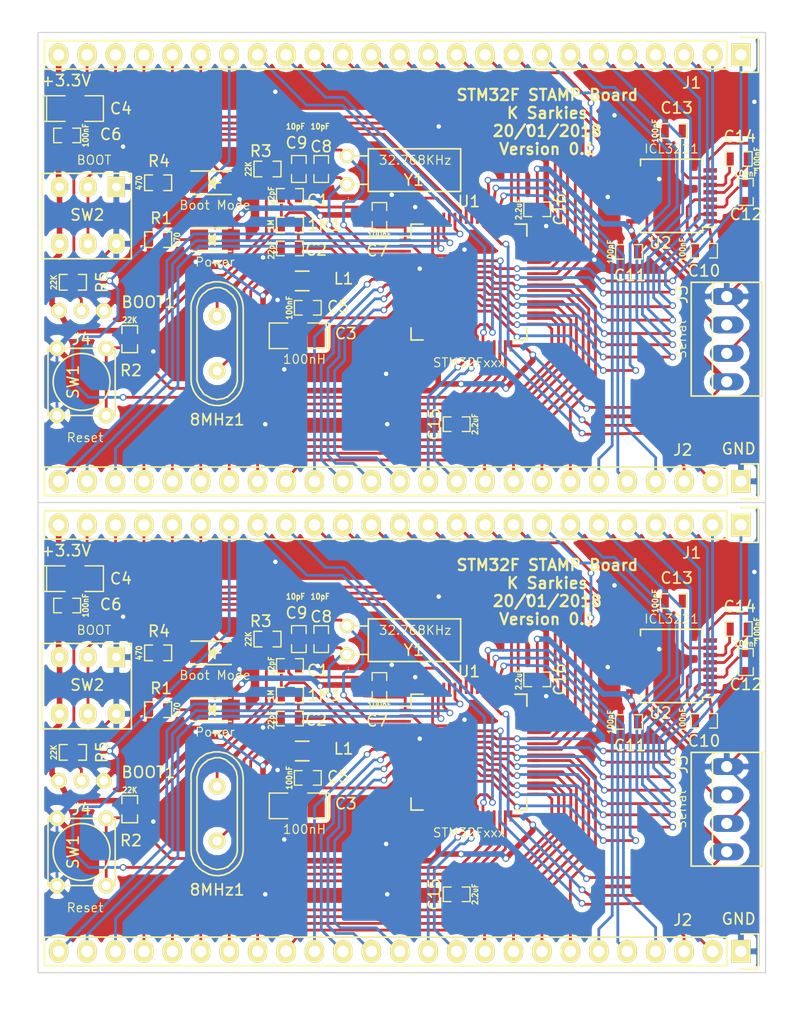
<source format=kicad_pcb>
(kicad_pcb (version 4) (host pcbnew 4.0.7-e2-6376~58~ubuntu14.04.1)
  (layers (0 F.Cu signal) (31 B.Cu signal) (34 B.Paste user hide) (35 F.Paste user hide) (36 B.SilkS user) (37 F.SilkS user) (38 B.Mask user) (39 F.Mask user) (44 Edge.Cuts user))
  (net 0 "")
  (net 1 "Net-(1M1-Pad1)")
  (net 2 "Net-(1M1-Pad2)")
  (net 3 Earth)
  (net 4 "Net-(C3-Pad1)")
  (net 5 3.3V)
  (net 6 "Net-(C8-Pad1)")
  (net 7 "Net-(C9-Pad1)")
  (net 8 "Net-(C10-Pad1)")
  (net 9 "Net-(C10-Pad2)")
  (net 10 "Net-(C12-Pad1)")
  (net 11 "Net-(C13-Pad2)")
  (net 12 "Net-(C14-Pad1)")
  (net 13 "Net-(C14-Pad2)")
  (net 14 "Net-(D1-Pad1)")
  (net 15 "Net-(D2-Pad2)")
  (net 16 "Net-(D2-Pad1)")
  (net 17 PA0)
  (net 18 PA1)
  (net 19 PA2)
  (net 20 PA3)
  (net 21 PA4)
  (net 22 PA5)
  (net 23 PA6)
  (net 24 PA7)
  (net 25 PA8)
  (net 26 PA9)
  (net 27 PA10)
  (net 28 PA11)
  (net 29 PA12)
  (net 30 PA13)
  (net 31 PA14)
  (net 32 PA15)
  (net 33 PB0)
  (net 34 PB1)
  (net 35 PB2)
  (net 36 PB3)
  (net 37 PB4)
  (net 38 PB5)
  (net 39 PB6)
  (net 40 RESET)
  (net 41 PD2)
  (net 42 PC13)
  (net 43 PC12)
  (net 44 PC11)
  (net 45 PC10)
  (net 46 PC9)
  (net 47 PC8)
  (net 48 PC7)
  (net 49 PC6)
  (net 50 PC5)
  (net 51 PC4)
  (net 52 PC3)
  (net 53 PC2)
  (net 54 PC1)
  (net 55 PC0)
  (net 56 PB15)
  (net 57 PB14)
  (net 58 PB13)
  (net 59 PB12)
  (net 60 PB11)
  (net 61 PB10)
  (net 62 PB9)
  (net 63 PB8)
  (net 64 PB7)
  (net 65 "Net-(J3-Pad2)")
  (net 66 Boot0)
  (net 67 "Net-(U2-Pad10)")
  (net 68 "Net-(J3-Pad3)")
  (net 69 "Net-(J4-Pad2)")
  (net 70 "Net-(C15-Pad1)")
  (net 71 "Net-(C16-Pad1)")
  (module stamp-stm32f:SSOP-16 (layer F.Cu) (at 171.6 46.8 180)
    (fp_text reference U2 (at 1 -4.2 180) (layer F.SilkS))
    (fp_text value ICL3221 (at 0 4.2 180) (layer F.SilkS) (effects (font (size 0.8 0.8) (thickness 0.1))))
    (pad 1 smd rect (at -3.45 -2.275 180) (size 1.2 0.4) (layers F.Cu F.Paste F.Mask) (net 3 Earth))
    (pad 2 smd rect (at -3.45 -1.625 180) (size 1.2 0.4) (layers F.Cu F.Paste F.Mask) (net 8 "Net-(C10-Pad1)"))
    (pad 3 smd rect (at -3.45 -0.975 180) (size 1.2 0.4) (layers F.Cu F.Paste F.Mask) (net 10 "Net-(C12-Pad1)"))
    (pad 4 smd rect (at -3.45 -0.325 180) (size 1.2 0.4) (layers F.Cu F.Paste F.Mask) (net 9 "Net-(C10-Pad2)"))
    (pad 5 smd rect (at -3.45 0.325 180) (size 1.2 0.4) (layers F.Cu F.Paste F.Mask) (net 12 "Net-(C14-Pad1)"))
    (pad 6 smd rect (at -3.45 0.975 180) (size 1.2 0.4) (layers F.Cu F.Paste F.Mask) (net 13 "Net-(C14-Pad2)"))
    (pad 7 smd rect (at -3.45 1.625 180) (size 1.2 0.4) (layers F.Cu F.Paste F.Mask) (net 11 "Net-(C13-Pad2)"))
    (pad 8 smd rect (at -3.45 2.275 180) (size 1.2 0.4) (layers F.Cu F.Paste F.Mask) (net 65 "Net-(J3-Pad2)"))
    (pad 9 smd rect (at 3.45 2.275 180) (size 1.2 0.4) (layers F.Cu F.Paste F.Mask) (net 27 PA10))
    (pad 10 smd rect (at 3.45 1.625 180) (size 1.2 0.4) (layers F.Cu F.Paste F.Mask) (net 67 "Net-(U2-Pad10)"))
    (pad 11 smd rect (at 3.45 0.975 180) (size 1.2 0.4) (layers F.Cu F.Paste F.Mask) (net 26 PA9))
    (pad 12 smd rect (at 3.45 0.325 180) (size 1.2 0.4) (layers F.Cu F.Paste F.Mask) (net 3 Earth))
    (pad 13 smd rect (at 3.45 -0.325 180) (size 1.2 0.4) (layers F.Cu F.Paste F.Mask) (net 68 "Net-(J3-Pad3)"))
    (pad 14 smd rect (at 3.45 -0.975 180) (size 1.2 0.4) (layers F.Cu F.Paste F.Mask) (net 3 Earth))
    (pad 15 smd rect (at 3.45 -1.625 180) (size 1.2 0.4) (layers F.Cu F.Paste F.Mask) (net 5 3.3V))
    (pad 16 smd rect (at 3.45 -2.275 180) (size 1.2 0.4) (layers F.Cu F.Paste F.Mask) (net 5 3.3V))
  )
  (module stamp-stm32f:SM0603_Capa (layer F.Cu) (at 159.6 48)
    (fp_text reference C16 (at 2 0 90) (layer F.SilkS))
    (fp_text value 2.2uF (at -1.651 0 90) (layer F.SilkS) (effects (font (size 0.508 0.4572) (thickness 0.1143))))
    (pad 1 smd rect (at -0.762 0) (size 0.635 1.143) (layers F.Cu F.Paste F.Mask) (net 71 "Net-(C16-Pad1)"))
    (pad 2 smd rect (at 0.762 0) (size 0.635 1.143) (layers F.Cu F.Paste F.Mask) (net 3 Earth))
  )
  (module stamp-stm32f:SM0603_Capa (layer F.Cu) (at 152.4 67.2 180)
    (fp_text reference C15 (at 2 0 270) (layer F.SilkS))
    (fp_text value 2.2uF (at -1.651 0 270) (layer F.SilkS) (effects (font (size 0.508 0.4572) (thickness 0.1143))))
    (pad 1 smd rect (at -0.762 0 180) (size 0.635 1.143) (layers F.Cu F.Paste F.Mask) (net 70 "Net-(C15-Pad1)"))
    (pad 2 smd rect (at 0.762 0 180) (size 0.635 1.143) (layers F.Cu F.Paste F.Mask) (net 3 Earth))
  )
  (module stamp-stm32f:SW_PB_DPDT (layer F.Cu) (at 122 46 180)
    (fp_text reference SW2 (at 2.6 -2.5 180) (layer F.SilkS))
    (fp_text value BOOT (at 2 2.4 180) (layer F.SilkS) (effects (font (size 0.8 0.8) (thickness 0.1))))
    (pad 1 thru_hole rect (at 0 0 180) (size 1.524 1.824) (drill 0.762) (layers *.Cu *.Mask F.SilkS) (net 3 Earth))
    (pad 4 thru_hole oval (at 0 -5.08 180) (size 1.524 1.824) (drill 0.762) (layers *.Cu *.Mask F.SilkS) (net 3 Earth))
    (pad 2 thru_hole oval (at 2.54 0 180) (size 1.524 1.824) (drill 0.762) (layers *.Cu *.Mask F.SilkS) (net 15 "Net-(D2-Pad2)"))
    (pad 5 thru_hole oval (at 2.54 -5.08 180) (size 1.524 1.824) (drill 0.762) (layers *.Cu *.Mask F.SilkS) (net 15 "Net-(D2-Pad2)"))
    (pad 3 thru_hole oval (at 5.08 0 180) (size 1.524 1.824) (drill 0.762) (layers *.Cu *.Mask F.SilkS) (net 5 3.3V))
    (pad 6 thru_hole oval (at 5.08 -5.08 180) (size 1.524 1.824) (drill 0.762) (layers *.Cu *.Mask F.SilkS) (net 5 3.3V))
  )
  (module stamp-stm32f:SM0603_Resistor (layer F.Cu) (at 118.11 54.52)
    (fp_text reference R5 (at 2.59 -0.02 90) (layer F.SilkS))
    (fp_text value 22K (at -1.69926 0 90) (layer F.SilkS) (effects (font (size 0.508 0.4572) (thickness 0.1143))))
    (pad 1 smd rect (at -0.762 0) (size 0.635 1.143) (layers F.Cu F.Paste F.Mask) (net 69 "Net-(J4-Pad2)"))
    (pad 2 smd rect (at 0.762 0) (size 0.635 1.143) (layers F.Cu F.Paste F.Mask) (net 35 PB2))
  )
  (module stamp-stm32f:pin_header_2mm_1x3 (layer F.Cu) (at 118.87 57.06)
    (fp_text reference J4 (at 0 2.54) (layer F.SilkS))
    (fp_text value BOOT1 (at 5.99 -0.76) (layer F.SilkS))
    (pad 3 thru_hole circle (at 2 0) (size 1.4 1.4) (drill 0.8) (layers *.Cu *.Mask F.SilkS) (net 3 Earth))
    (pad 2 thru_hole circle (at 0 0) (size 1.4 1.4) (drill 0.8) (layers *.Cu *.Mask F.SilkS) (net 69 "Net-(J4-Pad2)"))
    (pad 1 thru_hole circle (at -2 0) (size 1.4 1.4) (drill 0.8) (layers *.Cu *.Mask F.SilkS) (net 5 3.3V))
  )
  (module stamp-stm32f:PINHEAD1-4 (layer F.Cu) (at 176.53 59.6 90)
    (fp_text reference J3 (at 4 -4 90) (layer F.SilkS))
    (fp_text value Serial (at 0 -4.03 90) (layer F.SilkS) (effects (font (size 0.8 0.8) (thickness 0.1))))
    (pad 4 thru_hole oval (at 3.81 0 90) (size 1.50622 3.01498) (drill 1) (layers *.Cu *.Mask) (net 3 Earth))
    (pad 1 thru_hole oval (at -3.81 0 90) (size 1.50622 3.01498) (drill 1) (layers *.Cu *.Mask) (net 5 3.3V))
    (pad 2 thru_hole oval (at -1.27 0 90) (size 1.50622 3.01498) (drill 1) (layers *.Cu *.Mask) (net 65 "Net-(J3-Pad2)"))
    (pad 3 thru_hole oval (at 1.27 0 90) (size 1.50622 3.01498) (drill 1) (layers *.Cu *.Mask) (net 68 "Net-(J3-Pad3)"))
  )
  (module stamp-stm32f:Crystal_Watch (layer F.Cu) (at 142.6 44.5 90)
    (fp_text reference Y1 (at -0.889 5.969 180) (layer F.SilkS))
    (fp_text value 32.768KHz (at 0.889 6.096 180) (layer F.SilkS) (effects (font (size 0.8 0.8) (thickness 0.1))))
    (pad 1 thru_hole circle (at -1.27 0 90) (size 1.27 1.27) (drill 0.8128) (layers *.Cu *.Mask F.SilkS) (net 6 "Net-(C8-Pad1)"))
    (pad 2 thru_hole circle (at 1.27 0 90) (size 1.27 1.27) (drill 0.8128) (layers *.Cu *.Mask F.SilkS) (net 7 "Net-(C9-Pad1)"))
  )
  (module stamp-stm32f:LQFP-64_10x10mm_Pitch0.5mm (layer F.Cu) (at 153.5 54.5)
    (fp_text reference U1 (at 0 -7.2) (layer F.SilkS))
    (fp_text value STM32Fxxx (at 0 7.2) (layer F.SilkS) (effects (font (size 0.8 0.8) (thickness 0.1))))
    (pad 1 smd rect (at -5.7 -3.75) (size 1 0.25) (layers F.Cu F.Paste F.Mask) (net 5 3.3V))
    (pad 2 smd rect (at -5.7 -3.25) (size 1 0.25) (layers F.Cu F.Paste F.Mask) (net 42 PC13))
    (pad 3 smd rect (at -5.7 -2.75) (size 1 0.25) (layers F.Cu F.Paste F.Mask) (net 7 "Net-(C9-Pad1)"))
    (pad 4 smd rect (at -5.7 -2.25) (size 1 0.25) (layers F.Cu F.Paste F.Mask) (net 6 "Net-(C8-Pad1)"))
    (pad 5 smd rect (at -5.7 -1.75) (size 1 0.25) (layers F.Cu F.Paste F.Mask) (net 1 "Net-(1M1-Pad1)"))
    (pad 6 smd rect (at -5.7 -1.25) (size 1 0.25) (layers F.Cu F.Paste F.Mask) (net 2 "Net-(1M1-Pad2)"))
    (pad 7 smd rect (at -5.7 -0.75) (size 1 0.25) (layers F.Cu F.Paste F.Mask) (net 40 RESET))
    (pad 8 smd rect (at -5.7 -0.25) (size 1 0.25) (layers F.Cu F.Paste F.Mask) (net 55 PC0))
    (pad 9 smd rect (at -5.7 0.25) (size 1 0.25) (layers F.Cu F.Paste F.Mask) (net 54 PC1))
    (pad 10 smd rect (at -5.7 0.75) (size 1 0.25) (layers F.Cu F.Paste F.Mask) (net 53 PC2))
    (pad 11 smd rect (at -5.7 1.25) (size 1 0.25) (layers F.Cu F.Paste F.Mask) (net 52 PC3))
    (pad 12 smd rect (at -5.7 1.75) (size 1 0.25) (layers F.Cu F.Paste F.Mask) (net 3 Earth))
    (pad 13 smd rect (at -5.7 2.25) (size 1 0.25) (layers F.Cu F.Paste F.Mask) (net 4 "Net-(C3-Pad1)"))
    (pad 14 smd rect (at -5.7 2.75) (size 1 0.25) (layers F.Cu F.Paste F.Mask) (net 17 PA0))
    (pad 15 smd rect (at -5.7 3.25) (size 1 0.25) (layers F.Cu F.Paste F.Mask) (net 18 PA1))
    (pad 16 smd rect (at -5.7 3.75) (size 1 0.25) (layers F.Cu F.Paste F.Mask) (net 19 PA2))
    (pad 17 smd rect (at -3.75 5.7 90) (size 1 0.25) (layers F.Cu F.Paste F.Mask) (net 20 PA3))
    (pad 18 smd rect (at -3.25 5.7 90) (size 1 0.25) (layers F.Cu F.Paste F.Mask) (net 3 Earth))
    (pad 19 smd rect (at -2.75 5.7 90) (size 1 0.25) (layers F.Cu F.Paste F.Mask) (net 5 3.3V))
    (pad 20 smd rect (at -2.25 5.7 90) (size 1 0.25) (layers F.Cu F.Paste F.Mask) (net 21 PA4))
    (pad 21 smd rect (at -1.75 5.7 90) (size 1 0.25) (layers F.Cu F.Paste F.Mask) (net 22 PA5))
    (pad 22 smd rect (at -1.25 5.7 90) (size 1 0.25) (layers F.Cu F.Paste F.Mask) (net 23 PA6))
    (pad 23 smd rect (at -0.75 5.7 90) (size 1 0.25) (layers F.Cu F.Paste F.Mask) (net 24 PA7))
    (pad 24 smd rect (at -0.25 5.7 90) (size 1 0.25) (layers F.Cu F.Paste F.Mask) (net 51 PC4))
    (pad 25 smd rect (at 0.25 5.7 90) (size 1 0.25) (layers F.Cu F.Paste F.Mask) (net 50 PC5))
    (pad 26 smd rect (at 0.75 5.7 90) (size 1 0.25) (layers F.Cu F.Paste F.Mask) (net 33 PB0))
    (pad 27 smd rect (at 1.25 5.7 90) (size 1 0.25) (layers F.Cu F.Paste F.Mask) (net 34 PB1))
    (pad 28 smd rect (at 1.75 5.7 90) (size 1 0.25) (layers F.Cu F.Paste F.Mask) (net 35 PB2))
    (pad 29 smd rect (at 2.25 5.7 90) (size 1 0.25) (layers F.Cu F.Paste F.Mask) (net 61 PB10))
    (pad 30 smd rect (at 2.75 5.7 90) (size 1 0.25) (layers F.Cu F.Paste F.Mask) (net 60 PB11))
    (pad 31 smd rect (at 3.25 5.7 90) (size 1 0.25) (layers F.Cu F.Paste F.Mask) (net 70 "Net-(C15-Pad1)"))
    (pad 32 smd rect (at 3.75 5.7 90) (size 1 0.25) (layers F.Cu F.Paste F.Mask) (net 5 3.3V))
    (pad 33 smd rect (at 5.7 3.75) (size 1 0.25) (layers F.Cu F.Paste F.Mask) (net 59 PB12))
    (pad 34 smd rect (at 5.7 3.25) (size 1 0.25) (layers F.Cu F.Paste F.Mask) (net 58 PB13))
    (pad 35 smd rect (at 5.7 2.75) (size 1 0.25) (layers F.Cu F.Paste F.Mask) (net 57 PB14))
    (pad 36 smd rect (at 5.7 2.25) (size 1 0.25) (layers F.Cu F.Paste F.Mask) (net 56 PB15))
    (pad 37 smd rect (at 5.7 1.75) (size 1 0.25) (layers F.Cu F.Paste F.Mask) (net 49 PC6))
    (pad 38 smd rect (at 5.7 1.25) (size 1 0.25) (layers F.Cu F.Paste F.Mask) (net 48 PC7))
    (pad 39 smd rect (at 5.7 0.75) (size 1 0.25) (layers F.Cu F.Paste F.Mask) (net 47 PC8))
    (pad 40 smd rect (at 5.7 0.25) (size 1 0.25) (layers F.Cu F.Paste F.Mask) (net 46 PC9))
    (pad 41 smd rect (at 5.7 -0.25) (size 1 0.25) (layers F.Cu F.Paste F.Mask) (net 25 PA8))
    (pad 42 smd rect (at 5.7 -0.75) (size 1 0.25) (layers F.Cu F.Paste F.Mask) (net 26 PA9))
    (pad 43 smd rect (at 5.7 -1.25) (size 1 0.25) (layers F.Cu F.Paste F.Mask) (net 27 PA10))
    (pad 44 smd rect (at 5.7 -1.75) (size 1 0.25) (layers F.Cu F.Paste F.Mask) (net 28 PA11))
    (pad 45 smd rect (at 5.7 -2.25) (size 1 0.25) (layers F.Cu F.Paste F.Mask) (net 29 PA12))
    (pad 46 smd rect (at 5.7 -2.75) (size 1 0.25) (layers F.Cu F.Paste F.Mask) (net 30 PA13))
    (pad 47 smd rect (at 5.7 -3.25) (size 1 0.25) (layers F.Cu F.Paste F.Mask) (net 71 "Net-(C16-Pad1)"))
    (pad 48 smd rect (at 5.7 -3.75) (size 1 0.25) (layers F.Cu F.Paste F.Mask) (net 5 3.3V))
    (pad 49 smd rect (at 3.75 -5.7 90) (size 1 0.25) (layers F.Cu F.Paste F.Mask) (net 31 PA14))
    (pad 50 smd rect (at 3.25 -5.7 90) (size 1 0.25) (layers F.Cu F.Paste F.Mask) (net 32 PA15))
    (pad 51 smd rect (at 2.75 -5.7 90) (size 1 0.25) (layers F.Cu F.Paste F.Mask) (net 45 PC10))
    (pad 52 smd rect (at 2.25 -5.7 90) (size 1 0.25) (layers F.Cu F.Paste F.Mask) (net 44 PC11))
    (pad 53 smd rect (at 1.75 -5.7 90) (size 1 0.25) (layers F.Cu F.Paste F.Mask) (net 43 PC12))
    (pad 54 smd rect (at 1.25 -5.7 90) (size 1 0.25) (layers F.Cu F.Paste F.Mask) (net 41 PD2))
    (pad 55 smd rect (at 0.75 -5.7 90) (size 1 0.25) (layers F.Cu F.Paste F.Mask) (net 36 PB3))
    (pad 56 smd rect (at 0.25 -5.7 90) (size 1 0.25) (layers F.Cu F.Paste F.Mask) (net 37 PB4))
    (pad 57 smd rect (at -0.25 -5.7 90) (size 1 0.25) (layers F.Cu F.Paste F.Mask) (net 38 PB5))
    (pad 58 smd rect (at -0.75 -5.7 90) (size 1 0.25) (layers F.Cu F.Paste F.Mask) (net 39 PB6))
    (pad 59 smd rect (at -1.25 -5.7 90) (size 1 0.25) (layers F.Cu F.Paste F.Mask) (net 64 PB7))
    (pad 60 smd rect (at -1.75 -5.7 90) (size 1 0.25) (layers F.Cu F.Paste F.Mask) (net 66 Boot0))
    (pad 61 smd rect (at -2.25 -5.7 90) (size 1 0.25) (layers F.Cu F.Paste F.Mask) (net 63 PB8))
    (pad 62 smd rect (at -2.75 -5.7 90) (size 1 0.25) (layers F.Cu F.Paste F.Mask) (net 62 PB9))
    (pad 63 smd rect (at -3.25 -5.7 90) (size 1 0.25) (layers F.Cu F.Paste F.Mask) (net 3 Earth))
    (pad 64 smd rect (at -3.75 -5.7 90) (size 1 0.25) (layers F.Cu F.Paste F.Mask) (net 5 3.3V))
  )
  (module stamp-stm32f:SW_PUSH_TINY (layer F.Cu) (at 118.89 63.42 90)
    (fp_text reference SW1 (at 0 -0.762 90) (layer F.SilkS))
    (fp_text value Reset (at -4.98 0.31 180) (layer F.SilkS) (effects (font (size 0.8 0.8) (thickness 0.1))))
    (pad 1 thru_hole circle (at 3 -2.2 90) (size 1.397 1.397) (drill 0.8) (layers *.Cu *.Mask F.SilkS) (net 3 Earth))
    (pad 2 thru_hole circle (at 3 2.2 90) (size 1.397 1.397) (drill 0.8) (layers *.Cu *.Mask F.SilkS) (net 40 RESET))
    (pad 1 thru_hole circle (at -3 -2.2 90) (size 1.397 1.397) (drill 0.8) (layers *.Cu *.Mask F.SilkS) (net 3 Earth))
    (pad 2 thru_hole circle (at -3 2.2 90) (size 1.397 1.397) (drill 0.8) (layers *.Cu *.Mask F.SilkS) (net 40 RESET))
  )
  (module stamp-stm32f:SM0603_Resistor (layer F.Cu) (at 125.73 45.63)
    (fp_text reference R4 (at 0.07 -1.93 180) (layer F.SilkS))
    (fp_text value 470 (at -1.69926 0 90) (layer F.SilkS) (effects (font (size 0.508 0.4572) (thickness 0.1143))))
    (pad 1 smd rect (at -0.762 0) (size 0.635 1.143) (layers F.Cu F.Paste F.Mask) (net 3 Earth))
    (pad 2 smd rect (at 0.762 0) (size 0.635 1.143) (layers F.Cu F.Paste F.Mask) (net 16 "Net-(D2-Pad1)"))
  )
  (module stamp-stm32f:SM0603_Resistor (layer F.Cu) (at 135.5 44.4)
    (fp_text reference R3 (at -0.6 -1.6 180) (layer F.SilkS))
    (fp_text value 22K (at -1.69926 0 90) (layer F.SilkS) (effects (font (size 0.508 0.4572) (thickness 0.1143))))
    (pad 1 smd rect (at -0.762 0) (size 0.635 1.143) (layers F.Cu F.Paste F.Mask) (net 15 "Net-(D2-Pad2)"))
    (pad 2 smd rect (at 0.762 0) (size 0.635 1.143) (layers F.Cu F.Paste F.Mask) (net 66 Boot0))
  )
  (module stamp-stm32f:SM0603_Resistor (layer F.Cu) (at 123.19 59.6 270)
    (fp_text reference R2 (at 2.8 -0.11 360) (layer F.SilkS))
    (fp_text value 22K (at -1.69926 0 360) (layer F.SilkS) (effects (font (size 0.508 0.4572) (thickness 0.1143))))
    (pad 1 smd rect (at -0.762 0 270) (size 0.635 1.143) (layers F.Cu F.Paste F.Mask) (net 5 3.3V))
    (pad 2 smd rect (at 0.762 0 270) (size 0.635 1.143) (layers F.Cu F.Paste F.Mask) (net 40 RESET))
  )
  (module stamp-stm32f:SM0603_Resistor (layer F.Cu) (at 125.73 50.71 180)
    (fp_text reference R1 (at -0.27 1.91 360) (layer F.SilkS))
    (fp_text value 470 (at -1.69926 0 270) (layer F.SilkS) (effects (font (size 0.508 0.4572) (thickness 0.1143))))
    (pad 1 smd rect (at -0.762 0 180) (size 0.635 1.143) (layers F.Cu F.Paste F.Mask) (net 14 "Net-(D1-Pad1)"))
    (pad 2 smd rect (at 0.762 0 180) (size 0.635 1.143) (layers F.Cu F.Paste F.Mask) (net 3 Earth))
  )
  (module stamp-stm32f:R_0805 (layer F.Cu) (at 138.6 54.4)
    (fp_text reference L1 (at 3.7 -0.2) (layer F.SilkS))
    (fp_text value 100nH (at 0.2 7) (layer F.SilkS) (effects (font (size 0.8 0.8) (thickness 0.1))))
    (pad 1 smd rect (at -1.35 0) (size 1.5 1.3) (layers F.Cu F.Paste F.Mask) (net 5 3.3V))
    (pad 2 smd rect (at 1.35 0) (size 1.5 1.3) (layers F.Cu F.Paste F.Mask) (net 4 "Net-(C3-Pad1)"))
  )
  (module stamp-stm32f:Pin_Header_Straight_1x25 (layer F.Cu) (at 177.8 72.3 270)
    (fp_text reference J2 (at -2.8 5.2 360) (layer F.SilkS))
    (fp_text value GND (at -2.9 0.2 360) (layer F.SilkS))
    (pad 1 thru_hole rect (at 0 0 270) (size 2.032 1.7272) (drill 1.016) (layers *.Cu *.Mask F.SilkS) (net 3 Earth))
    (pad 2 thru_hole oval (at 0 2.54 270) (size 2.032 1.7272) (drill 1.016) (layers *.Cu *.Mask F.SilkS) (net 41 PD2))
    (pad 3 thru_hole oval (at 0 5.08 270) (size 2.032 1.7272) (drill 1.016) (layers *.Cu *.Mask F.SilkS) (net 42 PC13))
    (pad 4 thru_hole oval (at 0 7.62 270) (size 2.032 1.7272) (drill 1.016) (layers *.Cu *.Mask F.SilkS) (net 43 PC12))
    (pad 5 thru_hole oval (at 0 10.16 270) (size 2.032 1.7272) (drill 1.016) (layers *.Cu *.Mask F.SilkS) (net 44 PC11))
    (pad 6 thru_hole oval (at 0 12.7 270) (size 2.032 1.7272) (drill 1.016) (layers *.Cu *.Mask F.SilkS) (net 45 PC10))
    (pad 7 thru_hole oval (at 0 15.24 270) (size 2.032 1.7272) (drill 1.016) (layers *.Cu *.Mask F.SilkS) (net 46 PC9))
    (pad 8 thru_hole oval (at 0 17.78 270) (size 2.032 1.7272) (drill 1.016) (layers *.Cu *.Mask F.SilkS) (net 47 PC8))
    (pad 9 thru_hole oval (at 0 20.32 270) (size 2.032 1.7272) (drill 1.016) (layers *.Cu *.Mask F.SilkS) (net 48 PC7))
    (pad 10 thru_hole oval (at 0 22.86 270) (size 2.032 1.7272) (drill 1.016) (layers *.Cu *.Mask F.SilkS) (net 49 PC6))
    (pad 11 thru_hole oval (at 0 25.4 270) (size 2.032 1.7272) (drill 1.016) (layers *.Cu *.Mask F.SilkS) (net 50 PC5))
    (pad 12 thru_hole oval (at 0 27.94 270) (size 2.032 1.7272) (drill 1.016) (layers *.Cu *.Mask F.SilkS) (net 51 PC4))
    (pad 13 thru_hole oval (at 0 30.48 270) (size 2.032 1.7272) (drill 1.016) (layers *.Cu *.Mask F.SilkS) (net 52 PC3))
    (pad 14 thru_hole oval (at 0 33.02 270) (size 2.032 1.7272) (drill 1.016) (layers *.Cu *.Mask F.SilkS) (net 53 PC2))
    (pad 15 thru_hole oval (at 0 35.56 270) (size 2.032 1.7272) (drill 1.016) (layers *.Cu *.Mask F.SilkS) (net 54 PC1))
    (pad 16 thru_hole oval (at 0 38.1 270) (size 2.032 1.7272) (drill 1.016) (layers *.Cu *.Mask F.SilkS) (net 55 PC0))
    (pad 17 thru_hole oval (at 0 40.64 270) (size 2.032 1.7272) (drill 1.016) (layers *.Cu *.Mask F.SilkS) (net 56 PB15))
    (pad 18 thru_hole oval (at 0 43.18 270) (size 2.032 1.7272) (drill 1.016) (layers *.Cu *.Mask F.SilkS) (net 57 PB14))
    (pad 19 thru_hole oval (at 0 45.72 270) (size 2.032 1.7272) (drill 1.016) (layers *.Cu *.Mask F.SilkS) (net 58 PB13))
    (pad 20 thru_hole oval (at 0 48.26 270) (size 2.032 1.7272) (drill 1.016) (layers *.Cu *.Mask F.SilkS) (net 59 PB12))
    (pad 21 thru_hole oval (at 0 50.8 270) (size 2.032 1.7272) (drill 1.016) (layers *.Cu *.Mask F.SilkS) (net 60 PB11))
    (pad 22 thru_hole oval (at 0 53.34 270) (size 2.032 1.7272) (drill 1.016) (layers *.Cu *.Mask F.SilkS) (net 61 PB10))
    (pad 23 thru_hole oval (at 0 55.88 270) (size 2.032 1.7272) (drill 1.016) (layers *.Cu *.Mask F.SilkS) (net 62 PB9))
    (pad 24 thru_hole oval (at 0 58.42 270) (size 2.032 1.7272) (drill 1.016) (layers *.Cu *.Mask F.SilkS) (net 63 PB8))
    (pad 25 thru_hole oval (at 0 60.96 270) (size 2.032 1.7272) (drill 1.016) (layers *.Cu *.Mask F.SilkS) (net 64 PB7))
  )
  (module stamp-stm32f:Pin_Header_Straight_1x25 (layer F.Cu) (at 177.8 34.2 270)
    (fp_text reference J1 (at 2.5 4.4 360) (layer F.SilkS))
    (fp_text value +3.3V (at 2.3 60.3 360) (layer F.SilkS))
    (pad 1 thru_hole rect (at 0 0 270) (size 2.032 1.7272) (drill 1.016) (layers *.Cu *.Mask F.SilkS) (net 17 PA0))
    (pad 2 thru_hole oval (at 0 2.54 270) (size 2.032 1.7272) (drill 1.016) (layers *.Cu *.Mask F.SilkS) (net 18 PA1))
    (pad 3 thru_hole oval (at 0 5.08 270) (size 2.032 1.7272) (drill 1.016) (layers *.Cu *.Mask F.SilkS) (net 19 PA2))
    (pad 4 thru_hole oval (at 0 7.62 270) (size 2.032 1.7272) (drill 1.016) (layers *.Cu *.Mask F.SilkS) (net 20 PA3))
    (pad 5 thru_hole oval (at 0 10.16 270) (size 2.032 1.7272) (drill 1.016) (layers *.Cu *.Mask F.SilkS) (net 21 PA4))
    (pad 6 thru_hole oval (at 0 12.7 270) (size 2.032 1.7272) (drill 1.016) (layers *.Cu *.Mask F.SilkS) (net 22 PA5))
    (pad 7 thru_hole oval (at 0 15.24 270) (size 2.032 1.7272) (drill 1.016) (layers *.Cu *.Mask F.SilkS) (net 23 PA6))
    (pad 8 thru_hole oval (at 0 17.78 270) (size 2.032 1.7272) (drill 1.016) (layers *.Cu *.Mask F.SilkS) (net 24 PA7))
    (pad 9 thru_hole oval (at 0 20.32 270) (size 2.032 1.7272) (drill 1.016) (layers *.Cu *.Mask F.SilkS) (net 25 PA8))
    (pad 10 thru_hole oval (at 0 22.86 270) (size 2.032 1.7272) (drill 1.016) (layers *.Cu *.Mask F.SilkS) (net 26 PA9))
    (pad 11 thru_hole oval (at 0 25.4 270) (size 2.032 1.7272) (drill 1.016) (layers *.Cu *.Mask F.SilkS) (net 27 PA10))
    (pad 12 thru_hole oval (at 0 27.94 270) (size 2.032 1.7272) (drill 1.016) (layers *.Cu *.Mask F.SilkS) (net 28 PA11))
    (pad 13 thru_hole oval (at 0 30.48 270) (size 2.032 1.7272) (drill 1.016) (layers *.Cu *.Mask F.SilkS) (net 29 PA12))
    (pad 14 thru_hole oval (at 0 33.02 270) (size 2.032 1.7272) (drill 1.016) (layers *.Cu *.Mask F.SilkS) (net 30 PA13))
    (pad 15 thru_hole oval (at 0 35.56 270) (size 2.032 1.7272) (drill 1.016) (layers *.Cu *.Mask F.SilkS) (net 31 PA14))
    (pad 16 thru_hole oval (at 0 38.1 270) (size 2.032 1.7272) (drill 1.016) (layers *.Cu *.Mask F.SilkS) (net 32 PA15))
    (pad 17 thru_hole oval (at 0 40.64 270) (size 2.032 1.7272) (drill 1.016) (layers *.Cu *.Mask F.SilkS) (net 33 PB0))
    (pad 18 thru_hole oval (at 0 43.18 270) (size 2.032 1.7272) (drill 1.016) (layers *.Cu *.Mask F.SilkS) (net 34 PB1))
    (pad 19 thru_hole oval (at 0 45.72 270) (size 2.032 1.7272) (drill 1.016) (layers *.Cu *.Mask F.SilkS) (net 35 PB2))
    (pad 20 thru_hole oval (at 0 48.26 270) (size 2.032 1.7272) (drill 1.016) (layers *.Cu *.Mask F.SilkS) (net 36 PB3))
    (pad 21 thru_hole oval (at 0 50.8 270) (size 2.032 1.7272) (drill 1.016) (layers *.Cu *.Mask F.SilkS) (net 37 PB4))
    (pad 22 thru_hole oval (at 0 53.34 270) (size 2.032 1.7272) (drill 1.016) (layers *.Cu *.Mask F.SilkS) (net 38 PB5))
    (pad 23 thru_hole oval (at 0 55.88 270) (size 2.032 1.7272) (drill 1.016) (layers *.Cu *.Mask F.SilkS) (net 39 PB6))
    (pad 24 thru_hole oval (at 0 58.42 270) (size 2.032 1.7272) (drill 1.016) (layers *.Cu *.Mask F.SilkS) (net 40 RESET))
    (pad 25 thru_hole oval (at 0 60.96 270) (size 2.032 1.7272) (drill 1.016) (layers *.Cu *.Mask F.SilkS) (net 5 3.3V))
  )
  (module stamp-stm32f:LED_1206 (layer F.Cu) (at 130.81 45.63)
    (fp_text reference D2)
    (fp_text value "Boot Mode" (at 0 2) (layer F.SilkS) (effects (font (size 0.8 0.8) (thickness 0.1))))
    (pad 2 smd rect (at 1.41986 0 180) (size 1.59766 1.80086) (layers F.Cu F.Paste F.Mask) (net 15 "Net-(D2-Pad2)"))
    (pad 1 smd rect (at -1.41986 0 180) (size 1.59766 1.80086) (layers F.Cu F.Paste F.Mask) (net 16 "Net-(D2-Pad1)"))
  )
  (module stamp-stm32f:LED_1206 (layer F.Cu) (at 130.81 50.71)
    (fp_text reference D1)
    (fp_text value Power (at 0 2) (layer F.SilkS) (effects (font (size 0.8 0.8) (thickness 0.1))))
    (pad 2 smd rect (at 1.41986 0 180) (size 1.59766 1.80086) (layers F.Cu F.Paste F.Mask) (net 5 3.3V))
    (pad 1 smd rect (at -1.41986 0 180) (size 1.59766 1.80086) (layers F.Cu F.Paste F.Mask) (net 14 "Net-(D1-Pad1)"))
  )
  (module stamp-stm32f:SM0603_Capa (layer F.Cu) (at 177.6 43.5 180)
    (fp_text reference C14 (at -0.1 2 360) (layer F.SilkS))
    (fp_text value 100nF (at -1.651 0 270) (layer F.SilkS) (effects (font (size 0.508 0.4572) (thickness 0.1143))))
    (pad 1 smd rect (at -0.762 0 180) (size 0.635 1.143) (layers F.Cu F.Paste F.Mask) (net 12 "Net-(C14-Pad1)"))
    (pad 2 smd rect (at 0.762 0 180) (size 0.635 1.143) (layers F.Cu F.Paste F.Mask) (net 13 "Net-(C14-Pad2)"))
  )
  (module stamp-stm32f:SM0603_Capa (layer F.Cu) (at 171.8 41)
    (fp_text reference C13 (at 0.26 -2.06 180) (layer F.SilkS))
    (fp_text value 100nF (at -1.651 0 90) (layer F.SilkS) (effects (font (size 0.508 0.4572) (thickness 0.1143))))
    (pad 1 smd rect (at -0.762 0) (size 0.635 1.143) (layers F.Cu F.Paste F.Mask) (net 3 Earth))
    (pad 2 smd rect (at 0.762 0) (size 0.635 1.143) (layers F.Cu F.Paste F.Mask) (net 11 "Net-(C13-Pad2)"))
  )
  (module stamp-stm32f:SM0603_Capa (layer F.Cu) (at 178.25 46.45 270)
    (fp_text reference C12 (at 2 0 360) (layer F.SilkS))
    (fp_text value 100nF (at -1.651 0 360) (layer F.SilkS) (effects (font (size 0.508 0.4572) (thickness 0.1143))))
    (pad 1 smd rect (at -0.762 0 270) (size 0.635 1.143) (layers F.Cu F.Paste F.Mask) (net 10 "Net-(C12-Pad1)"))
    (pad 2 smd rect (at 0.762 0 270) (size 0.635 1.143) (layers F.Cu F.Paste F.Mask) (net 3 Earth))
  )
  (module stamp-stm32f:SM0603_Capa (layer F.Cu) (at 167.8 51.8)
    (fp_text reference C11 (at 0.1 2.1 180) (layer F.SilkS))
    (fp_text value 100nF (at -1.651 0 90) (layer F.SilkS) (effects (font (size 0.508 0.4572) (thickness 0.1143))))
    (pad 1 smd rect (at -0.762 0) (size 0.635 1.143) (layers F.Cu F.Paste F.Mask) (net 3 Earth))
    (pad 2 smd rect (at 0.762 0) (size 0.635 1.143) (layers F.Cu F.Paste F.Mask) (net 5 3.3V))
  )
  (module stamp-stm32f:SM0603_Capa (layer F.Cu) (at 174.5 51.7 180)
    (fp_text reference C10 (at 0 -1.8 360) (layer F.SilkS))
    (fp_text value 100nF (at 1.91 0.09 270) (layer F.SilkS) (effects (font (size 0.508 0.4572) (thickness 0.1143))))
    (pad 1 smd rect (at -0.762 0 180) (size 0.635 1.143) (layers F.Cu F.Paste F.Mask) (net 8 "Net-(C10-Pad1)"))
    (pad 2 smd rect (at 0.762 0 180) (size 0.635 1.143) (layers F.Cu F.Paste F.Mask) (net 9 "Net-(C10-Pad2)"))
  )
  (module stamp-stm32f:SM0603_Capa (layer F.Cu) (at 138.3 44.4 270)
    (fp_text reference C9 (at -2.34 0.21 360) (layer F.SilkS))
    (fp_text value 10pF (at -3.8 0.3 360) (layer F.SilkS) (effects (font (size 0.508 0.4572) (thickness 0.1143))))
    (pad 1 smd rect (at -0.762 0 270) (size 0.635 1.143) (layers F.Cu F.Paste F.Mask) (net 7 "Net-(C9-Pad1)"))
    (pad 2 smd rect (at 0.762 0 270) (size 0.635 1.143) (layers F.Cu F.Paste F.Mask) (net 3 Earth))
  )
  (module stamp-stm32f:SM0603_Capa (layer F.Cu) (at 140.3 44.4 90)
    (fp_text reference C8 (at 2 0 180) (layer F.SilkS))
    (fp_text value 10pF (at 3.8 -0.1 180) (layer F.SilkS) (effects (font (size 0.508 0.4572) (thickness 0.1143))))
    (pad 1 smd rect (at -0.762 0 90) (size 0.635 1.143) (layers F.Cu F.Paste F.Mask) (net 6 "Net-(C8-Pad1)"))
    (pad 2 smd rect (at 0.762 0 90) (size 0.635 1.143) (layers F.Cu F.Paste F.Mask) (net 3 Earth))
  )
  (module stamp-stm32f:SM0603_Capa (layer F.Cu) (at 145.5 48.6 90)
    (fp_text reference C7 (at -3.1 -0.2 180) (layer F.SilkS))
    (fp_text value 100nF (at -1.651 0 180) (layer F.SilkS) (effects (font (size 0.508 0.4572) (thickness 0.1143))))
    (pad 1 smd rect (at -0.762 0 90) (size 0.635 1.143) (layers F.Cu F.Paste F.Mask) (net 5 3.3V))
    (pad 2 smd rect (at 0.762 0 90) (size 0.635 1.143) (layers F.Cu F.Paste F.Mask) (net 3 Earth))
  )
  (module stamp-stm32f:SM0603_Capa (layer F.Cu) (at 117.6 41.4 180)
    (fp_text reference C6 (at -3.9 0.1 360) (layer F.SilkS))
    (fp_text value 100nF (at -1.651 0 270) (layer F.SilkS) (effects (font (size 0.508 0.4572) (thickness 0.1143))))
    (pad 1 smd rect (at -0.762 0 180) (size 0.635 1.143) (layers F.Cu F.Paste F.Mask) (net 3 Earth))
    (pad 2 smd rect (at 0.762 0 180) (size 0.635 1.143) (layers F.Cu F.Paste F.Mask) (net 5 3.3V))
  )
  (module stamp-stm32f:SM0603_Capa (layer F.Cu) (at 139.1 56.8)
    (fp_text reference C5 (at 2.7 -0.1 180) (layer F.SilkS))
    (fp_text value 100nF (at -1.651 0 90) (layer F.SilkS) (effects (font (size 0.508 0.4572) (thickness 0.1143))))
    (pad 1 smd rect (at -0.762 0) (size 0.635 1.143) (layers F.Cu F.Paste F.Mask) (net 3 Earth))
    (pad 2 smd rect (at 0.762 0) (size 0.635 1.143) (layers F.Cu F.Paste F.Mask) (net 4 "Net-(C3-Pad1)"))
  )
  (module stamp-stm32f:SM1206POL (layer F.Cu) (at 118.3 39)
    (fp_text reference C4 (at 4.1 0 180) (layer F.SilkS))
    (fp_text value 10uF hide)
    (pad 1 smd rect (at -1.651 0) (size 1.524 2.032) (layers F.Cu F.Paste F.Mask) (net 5 3.3V))
    (pad 2 smd rect (at 1.651 0) (size 1.524 2.032) (layers F.Cu F.Paste F.Mask) (net 3 Earth))
  )
  (module stamp-stm32f:SM1206POL (layer F.Cu) (at 138.2 59.3 180)
    (fp_text reference C3 (at -4.3 0.2 360) (layer F.SilkS))
    (fp_text value 10uF hide)
    (pad 1 smd rect (at -1.651 0 180) (size 1.524 2.032) (layers F.Cu F.Paste F.Mask) (net 4 "Net-(C3-Pad1)"))
    (pad 2 smd rect (at 1.651 0 180) (size 1.524 2.032) (layers F.Cu F.Paste F.Mask) (net 3 Earth))
  )
  (module stamp-stm32f:SM0603_Capa (layer F.Cu) (at 137.5 51.5 180)
    (fp_text reference C2 (at -2.34 -0.13 360) (layer F.SilkS))
    (fp_text value 22pF (at 1.66 -0.13 270) (layer F.SilkS) (effects (font (size 0.508 0.4572) (thickness 0.1143))))
    (pad 1 smd rect (at -0.762 0 180) (size 0.635 1.143) (layers F.Cu F.Paste F.Mask) (net 2 "Net-(1M1-Pad2)"))
    (pad 2 smd rect (at 0.762 0 180) (size 0.635 1.143) (layers F.Cu F.Paste F.Mask) (net 3 Earth))
  )
  (module stamp-stm32f:SM0603_Capa (layer F.Cu) (at 137.5 46.8)
    (fp_text reference C1 (at 2.5 0.4 180) (layer F.SilkS))
    (fp_text value 22pF (at -1.651 0 90) (layer F.SilkS) (effects (font (size 0.508 0.4572) (thickness 0.1143))))
    (pad 1 smd rect (at -0.762 0) (size 0.635 1.143) (layers F.Cu F.Paste F.Mask) (net 1 "Net-(1M1-Pad1)"))
    (pad 2 smd rect (at 0.762 0) (size 0.635 1.143) (layers F.Cu F.Paste F.Mask) (net 3 Earth))
  )
  (module stamp-stm32f:Crystal_HC49-U_Vertical (layer F.Cu) (at 131 60 270)
    (fp_text reference 8MHz1 (at 6.8 0 360) (layer F.SilkS))
    (fp_text value 8MHz)
    (pad 1 thru_hole circle (at -2.44094 0 270) (size 1.50114 1.50114) (drill 0.8001) (layers *.Cu *.Mask F.SilkS) (net 1 "Net-(1M1-Pad1)"))
    (pad 2 thru_hole circle (at 2.44094 0 270) (size 1.50114 1.50114) (drill 0.8001) (layers *.Cu *.Mask F.SilkS) (net 2 "Net-(1M1-Pad2)"))
  )
  (module stamp-stm32f:SM0603_Resistor (layer F.Cu) (at 137.5 49.4)
    (fp_text reference 1M1 (at 3.1 0 180) (layer F.SilkS))
    (fp_text value 1M (at -1.69926 0 90) (layer F.SilkS) (effects (font (size 0.508 0.4572) (thickness 0.1143))))
    (pad 1 smd rect (at -0.762 0) (size 0.635 1.143) (layers F.Cu F.Paste F.Mask) (net 1 "Net-(1M1-Pad1)"))
    (pad 2 smd rect (at 0.762 0) (size 0.635 1.143) (layers F.Cu F.Paste F.Mask) (net 2 "Net-(1M1-Pad2)"))
  )
  (module stamp-stm32f:SM0603_Resistor (layer F.Cu) (at 137.5 91.4)
    (fp_text reference 1M1 (at 3.1 0 180) (layer F.SilkS))
    (fp_text value 1M (at -1.69926 0 90) (layer F.SilkS) (effects (font (size 0.508 0.4572) (thickness 0.1143))))
    (pad 1 smd rect (at -0.762 0) (size 0.635 1.143) (layers F.Cu F.Paste F.Mask) (net 1 "Net-(1M1-Pad1)"))
    (pad 2 smd rect (at 0.762 0) (size 0.635 1.143) (layers F.Cu F.Paste F.Mask) (net 2 "Net-(1M1-Pad2)"))
  )
  (module stamp-stm32f:Crystal_HC49-U_Vertical (layer F.Cu) (at 131 102 270)
    (fp_text reference 8MHz1 (at 6.8 0 360) (layer F.SilkS))
    (fp_text value 8MHz)
    (pad 1 thru_hole circle (at -2.44094 0 270) (size 1.50114 1.50114) (drill 0.8001) (layers *.Cu *.Mask F.SilkS) (net 1 "Net-(1M1-Pad1)"))
    (pad 2 thru_hole circle (at 2.44094 0 270) (size 1.50114 1.50114) (drill 0.8001) (layers *.Cu *.Mask F.SilkS) (net 2 "Net-(1M1-Pad2)"))
  )
  (module stamp-stm32f:SM0603_Capa (layer F.Cu) (at 137.5 88.8)
    (fp_text reference C1 (at 2.5 0.4 180) (layer F.SilkS))
    (fp_text value 22pF (at -1.651 0 90) (layer F.SilkS) (effects (font (size 0.508 0.4572) (thickness 0.1143))))
    (pad 1 smd rect (at -0.762 0) (size 0.635 1.143) (layers F.Cu F.Paste F.Mask) (net 1 "Net-(1M1-Pad1)"))
    (pad 2 smd rect (at 0.762 0) (size 0.635 1.143) (layers F.Cu F.Paste F.Mask) (net 3 Earth))
  )
  (module stamp-stm32f:SM0603_Capa (layer F.Cu) (at 137.5 93.5 180)
    (fp_text reference C2 (at -2.34 -0.13 360) (layer F.SilkS))
    (fp_text value 22pF (at 1.66 -0.13 270) (layer F.SilkS) (effects (font (size 0.508 0.4572) (thickness 0.1143))))
    (pad 1 smd rect (at -0.762 0 180) (size 0.635 1.143) (layers F.Cu F.Paste F.Mask) (net 2 "Net-(1M1-Pad2)"))
    (pad 2 smd rect (at 0.762 0 180) (size 0.635 1.143) (layers F.Cu F.Paste F.Mask) (net 3 Earth))
  )
  (module stamp-stm32f:SM1206POL (layer F.Cu) (at 138.2 101.3 180)
    (fp_text reference C3 (at -4.3 0.2 360) (layer F.SilkS))
    (fp_text value 10uF hide)
    (pad 1 smd rect (at -1.651 0 180) (size 1.524 2.032) (layers F.Cu F.Paste F.Mask) (net 4 "Net-(C3-Pad1)"))
    (pad 2 smd rect (at 1.651 0 180) (size 1.524 2.032) (layers F.Cu F.Paste F.Mask) (net 3 Earth))
  )
  (module stamp-stm32f:SM1206POL (layer F.Cu) (at 118.3 81)
    (fp_text reference C4 (at 4.1 0 180) (layer F.SilkS))
    (fp_text value 10uF hide)
    (pad 1 smd rect (at -1.651 0) (size 1.524 2.032) (layers F.Cu F.Paste F.Mask) (net 5 3.3V))
    (pad 2 smd rect (at 1.651 0) (size 1.524 2.032) (layers F.Cu F.Paste F.Mask) (net 3 Earth))
  )
  (module stamp-stm32f:SM0603_Capa (layer F.Cu) (at 139.1 98.8)
    (fp_text reference C5 (at 2.7 -0.1 180) (layer F.SilkS))
    (fp_text value 100nF (at -1.651 0 90) (layer F.SilkS) (effects (font (size 0.508 0.4572) (thickness 0.1143))))
    (pad 1 smd rect (at -0.762 0) (size 0.635 1.143) (layers F.Cu F.Paste F.Mask) (net 3 Earth))
    (pad 2 smd rect (at 0.762 0) (size 0.635 1.143) (layers F.Cu F.Paste F.Mask) (net 4 "Net-(C3-Pad1)"))
  )
  (module stamp-stm32f:SM0603_Capa (layer F.Cu) (at 117.6 83.4 180)
    (fp_text reference C6 (at -3.9 0.1 360) (layer F.SilkS))
    (fp_text value 100nF (at -1.651 0 270) (layer F.SilkS) (effects (font (size 0.508 0.4572) (thickness 0.1143))))
    (pad 1 smd rect (at -0.762 0 180) (size 0.635 1.143) (layers F.Cu F.Paste F.Mask) (net 3 Earth))
    (pad 2 smd rect (at 0.762 0 180) (size 0.635 1.143) (layers F.Cu F.Paste F.Mask) (net 5 3.3V))
  )
  (module stamp-stm32f:SM0603_Capa (layer F.Cu) (at 145.5 90.6 90)
    (fp_text reference C7 (at -3.1 -0.2 180) (layer F.SilkS))
    (fp_text value 100nF (at -1.651 0 180) (layer F.SilkS) (effects (font (size 0.508 0.4572) (thickness 0.1143))))
    (pad 1 smd rect (at -0.762 0 90) (size 0.635 1.143) (layers F.Cu F.Paste F.Mask) (net 5 3.3V))
    (pad 2 smd rect (at 0.762 0 90) (size 0.635 1.143) (layers F.Cu F.Paste F.Mask) (net 3 Earth))
  )
  (module stamp-stm32f:SM0603_Capa (layer F.Cu) (at 140.3 86.4 90)
    (fp_text reference C8 (at 2 0 180) (layer F.SilkS))
    (fp_text value 10pF (at 3.8 -0.1 180) (layer F.SilkS) (effects (font (size 0.508 0.4572) (thickness 0.1143))))
    (pad 1 smd rect (at -0.762 0 90) (size 0.635 1.143) (layers F.Cu F.Paste F.Mask) (net 6 "Net-(C8-Pad1)"))
    (pad 2 smd rect (at 0.762 0 90) (size 0.635 1.143) (layers F.Cu F.Paste F.Mask) (net 3 Earth))
  )
  (module stamp-stm32f:SM0603_Capa (layer F.Cu) (at 138.3 86.4 270)
    (fp_text reference C9 (at -2.34 0.21 360) (layer F.SilkS))
    (fp_text value 10pF (at -3.8 0.3 360) (layer F.SilkS) (effects (font (size 0.508 0.4572) (thickness 0.1143))))
    (pad 1 smd rect (at -0.762 0 270) (size 0.635 1.143) (layers F.Cu F.Paste F.Mask) (net 7 "Net-(C9-Pad1)"))
    (pad 2 smd rect (at 0.762 0 270) (size 0.635 1.143) (layers F.Cu F.Paste F.Mask) (net 3 Earth))
  )
  (module stamp-stm32f:SM0603_Capa (layer F.Cu) (at 174.5 93.7 180)
    (fp_text reference C10 (at 0 -1.8 360) (layer F.SilkS))
    (fp_text value 100nF (at 1.91 0.09 270) (layer F.SilkS) (effects (font (size 0.508 0.4572) (thickness 0.1143))))
    (pad 1 smd rect (at -0.762 0 180) (size 0.635 1.143) (layers F.Cu F.Paste F.Mask) (net 8 "Net-(C10-Pad1)"))
    (pad 2 smd rect (at 0.762 0 180) (size 0.635 1.143) (layers F.Cu F.Paste F.Mask) (net 9 "Net-(C10-Pad2)"))
  )
  (module stamp-stm32f:SM0603_Capa (layer F.Cu) (at 167.8 93.8)
    (fp_text reference C11 (at 0.1 2.1 180) (layer F.SilkS))
    (fp_text value 100nF (at -1.651 0 90) (layer F.SilkS) (effects (font (size 0.508 0.4572) (thickness 0.1143))))
    (pad 1 smd rect (at -0.762 0) (size 0.635 1.143) (layers F.Cu F.Paste F.Mask) (net 3 Earth))
    (pad 2 smd rect (at 0.762 0) (size 0.635 1.143) (layers F.Cu F.Paste F.Mask) (net 5 3.3V))
  )
  (module stamp-stm32f:SM0603_Capa (layer F.Cu) (at 178.25 88.45 270)
    (fp_text reference C12 (at 2 0 360) (layer F.SilkS))
    (fp_text value 100nF (at -1.651 0 360) (layer F.SilkS) (effects (font (size 0.508 0.4572) (thickness 0.1143))))
    (pad 1 smd rect (at -0.762 0 270) (size 0.635 1.143) (layers F.Cu F.Paste F.Mask) (net 10 "Net-(C12-Pad1)"))
    (pad 2 smd rect (at 0.762 0 270) (size 0.635 1.143) (layers F.Cu F.Paste F.Mask) (net 3 Earth))
  )
  (module stamp-stm32f:SM0603_Capa (layer F.Cu) (at 171.8 83)
    (fp_text reference C13 (at 0.26 -2.06 180) (layer F.SilkS))
    (fp_text value 100nF (at -1.651 0 90) (layer F.SilkS) (effects (font (size 0.508 0.4572) (thickness 0.1143))))
    (pad 1 smd rect (at -0.762 0) (size 0.635 1.143) (layers F.Cu F.Paste F.Mask) (net 3 Earth))
    (pad 2 smd rect (at 0.762 0) (size 0.635 1.143) (layers F.Cu F.Paste F.Mask) (net 11 "Net-(C13-Pad2)"))
  )
  (module stamp-stm32f:SM0603_Capa (layer F.Cu) (at 177.6 85.5 180)
    (fp_text reference C14 (at -0.1 2 360) (layer F.SilkS))
    (fp_text value 100nF (at -1.651 0 270) (layer F.SilkS) (effects (font (size 0.508 0.4572) (thickness 0.1143))))
    (pad 1 smd rect (at -0.762 0 180) (size 0.635 1.143) (layers F.Cu F.Paste F.Mask) (net 12 "Net-(C14-Pad1)"))
    (pad 2 smd rect (at 0.762 0 180) (size 0.635 1.143) (layers F.Cu F.Paste F.Mask) (net 13 "Net-(C14-Pad2)"))
  )
  (module stamp-stm32f:LED_1206 (layer F.Cu) (at 130.81 92.71)
    (fp_text reference D1)
    (fp_text value Power (at 0 2) (layer F.SilkS) (effects (font (size 0.8 0.8) (thickness 0.1))))
    (pad 2 smd rect (at 1.41986 0 180) (size 1.59766 1.80086) (layers F.Cu F.Paste F.Mask) (net 5 3.3V))
    (pad 1 smd rect (at -1.41986 0 180) (size 1.59766 1.80086) (layers F.Cu F.Paste F.Mask) (net 14 "Net-(D1-Pad1)"))
  )
  (module stamp-stm32f:LED_1206 (layer F.Cu) (at 130.81 87.63)
    (fp_text reference D2)
    (fp_text value "Boot Mode" (at 0 2) (layer F.SilkS) (effects (font (size 0.8 0.8) (thickness 0.1))))
    (pad 2 smd rect (at 1.41986 0 180) (size 1.59766 1.80086) (layers F.Cu F.Paste F.Mask) (net 15 "Net-(D2-Pad2)"))
    (pad 1 smd rect (at -1.41986 0 180) (size 1.59766 1.80086) (layers F.Cu F.Paste F.Mask) (net 16 "Net-(D2-Pad1)"))
  )
  (module stamp-stm32f:Pin_Header_Straight_1x25 (layer F.Cu) (at 177.8 76.2 270)
    (fp_text reference J1 (at 2.5 4.4 360) (layer F.SilkS))
    (fp_text value +3.3V (at 2.3 60.3 360) (layer F.SilkS))
    (pad 1 thru_hole rect (at 0 0 270) (size 2.032 1.7272) (drill 1.016) (layers *.Cu *.Mask F.SilkS) (net 17 PA0))
    (pad 2 thru_hole oval (at 0 2.54 270) (size 2.032 1.7272) (drill 1.016) (layers *.Cu *.Mask F.SilkS) (net 18 PA1))
    (pad 3 thru_hole oval (at 0 5.08 270) (size 2.032 1.7272) (drill 1.016) (layers *.Cu *.Mask F.SilkS) (net 19 PA2))
    (pad 4 thru_hole oval (at 0 7.62 270) (size 2.032 1.7272) (drill 1.016) (layers *.Cu *.Mask F.SilkS) (net 20 PA3))
    (pad 5 thru_hole oval (at 0 10.16 270) (size 2.032 1.7272) (drill 1.016) (layers *.Cu *.Mask F.SilkS) (net 21 PA4))
    (pad 6 thru_hole oval (at 0 12.7 270) (size 2.032 1.7272) (drill 1.016) (layers *.Cu *.Mask F.SilkS) (net 22 PA5))
    (pad 7 thru_hole oval (at 0 15.24 270) (size 2.032 1.7272) (drill 1.016) (layers *.Cu *.Mask F.SilkS) (net 23 PA6))
    (pad 8 thru_hole oval (at 0 17.78 270) (size 2.032 1.7272) (drill 1.016) (layers *.Cu *.Mask F.SilkS) (net 24 PA7))
    (pad 9 thru_hole oval (at 0 20.32 270) (size 2.032 1.7272) (drill 1.016) (layers *.Cu *.Mask F.SilkS) (net 25 PA8))
    (pad 10 thru_hole oval (at 0 22.86 270) (size 2.032 1.7272) (drill 1.016) (layers *.Cu *.Mask F.SilkS) (net 26 PA9))
    (pad 11 thru_hole oval (at 0 25.4 270) (size 2.032 1.7272) (drill 1.016) (layers *.Cu *.Mask F.SilkS) (net 27 PA10))
    (pad 12 thru_hole oval (at 0 27.94 270) (size 2.032 1.7272) (drill 1.016) (layers *.Cu *.Mask F.SilkS) (net 28 PA11))
    (pad 13 thru_hole oval (at 0 30.48 270) (size 2.032 1.7272) (drill 1.016) (layers *.Cu *.Mask F.SilkS) (net 29 PA12))
    (pad 14 thru_hole oval (at 0 33.02 270) (size 2.032 1.7272) (drill 1.016) (layers *.Cu *.Mask F.SilkS) (net 30 PA13))
    (pad 15 thru_hole oval (at 0 35.56 270) (size 2.032 1.7272) (drill 1.016) (layers *.Cu *.Mask F.SilkS) (net 31 PA14))
    (pad 16 thru_hole oval (at 0 38.1 270) (size 2.032 1.7272) (drill 1.016) (layers *.Cu *.Mask F.SilkS) (net 32 PA15))
    (pad 17 thru_hole oval (at 0 40.64 270) (size 2.032 1.7272) (drill 1.016) (layers *.Cu *.Mask F.SilkS) (net 33 PB0))
    (pad 18 thru_hole oval (at 0 43.18 270) (size 2.032 1.7272) (drill 1.016) (layers *.Cu *.Mask F.SilkS) (net 34 PB1))
    (pad 19 thru_hole oval (at 0 45.72 270) (size 2.032 1.7272) (drill 1.016) (layers *.Cu *.Mask F.SilkS) (net 35 PB2))
    (pad 20 thru_hole oval (at 0 48.26 270) (size 2.032 1.7272) (drill 1.016) (layers *.Cu *.Mask F.SilkS) (net 36 PB3))
    (pad 21 thru_hole oval (at 0 50.8 270) (size 2.032 1.7272) (drill 1.016) (layers *.Cu *.Mask F.SilkS) (net 37 PB4))
    (pad 22 thru_hole oval (at 0 53.34 270) (size 2.032 1.7272) (drill 1.016) (layers *.Cu *.Mask F.SilkS) (net 38 PB5))
    (pad 23 thru_hole oval (at 0 55.88 270) (size 2.032 1.7272) (drill 1.016) (layers *.Cu *.Mask F.SilkS) (net 39 PB6))
    (pad 24 thru_hole oval (at 0 58.42 270) (size 2.032 1.7272) (drill 1.016) (layers *.Cu *.Mask F.SilkS) (net 40 RESET))
    (pad 25 thru_hole oval (at 0 60.96 270) (size 2.032 1.7272) (drill 1.016) (layers *.Cu *.Mask F.SilkS) (net 5 3.3V))
  )
  (module stamp-stm32f:Pin_Header_Straight_1x25 (layer F.Cu) (at 177.8 114.3 270)
    (fp_text reference J2 (at -2.8 5.2 360) (layer F.SilkS))
    (fp_text value GND (at -2.9 0.2 360) (layer F.SilkS))
    (pad 1 thru_hole rect (at 0 0 270) (size 2.032 1.7272) (drill 1.016) (layers *.Cu *.Mask F.SilkS) (net 3 Earth))
    (pad 2 thru_hole oval (at 0 2.54 270) (size 2.032 1.7272) (drill 1.016) (layers *.Cu *.Mask F.SilkS) (net 41 PD2))
    (pad 3 thru_hole oval (at 0 5.08 270) (size 2.032 1.7272) (drill 1.016) (layers *.Cu *.Mask F.SilkS) (net 42 PC13))
    (pad 4 thru_hole oval (at 0 7.62 270) (size 2.032 1.7272) (drill 1.016) (layers *.Cu *.Mask F.SilkS) (net 43 PC12))
    (pad 5 thru_hole oval (at 0 10.16 270) (size 2.032 1.7272) (drill 1.016) (layers *.Cu *.Mask F.SilkS) (net 44 PC11))
    (pad 6 thru_hole oval (at 0 12.7 270) (size 2.032 1.7272) (drill 1.016) (layers *.Cu *.Mask F.SilkS) (net 45 PC10))
    (pad 7 thru_hole oval (at 0 15.24 270) (size 2.032 1.7272) (drill 1.016) (layers *.Cu *.Mask F.SilkS) (net 46 PC9))
    (pad 8 thru_hole oval (at 0 17.78 270) (size 2.032 1.7272) (drill 1.016) (layers *.Cu *.Mask F.SilkS) (net 47 PC8))
    (pad 9 thru_hole oval (at 0 20.32 270) (size 2.032 1.7272) (drill 1.016) (layers *.Cu *.Mask F.SilkS) (net 48 PC7))
    (pad 10 thru_hole oval (at 0 22.86 270) (size 2.032 1.7272) (drill 1.016) (layers *.Cu *.Mask F.SilkS) (net 49 PC6))
    (pad 11 thru_hole oval (at 0 25.4 270) (size 2.032 1.7272) (drill 1.016) (layers *.Cu *.Mask F.SilkS) (net 50 PC5))
    (pad 12 thru_hole oval (at 0 27.94 270) (size 2.032 1.7272) (drill 1.016) (layers *.Cu *.Mask F.SilkS) (net 51 PC4))
    (pad 13 thru_hole oval (at 0 30.48 270) (size 2.032 1.7272) (drill 1.016) (layers *.Cu *.Mask F.SilkS) (net 52 PC3))
    (pad 14 thru_hole oval (at 0 33.02 270) (size 2.032 1.7272) (drill 1.016) (layers *.Cu *.Mask F.SilkS) (net 53 PC2))
    (pad 15 thru_hole oval (at 0 35.56 270) (size 2.032 1.7272) (drill 1.016) (layers *.Cu *.Mask F.SilkS) (net 54 PC1))
    (pad 16 thru_hole oval (at 0 38.1 270) (size 2.032 1.7272) (drill 1.016) (layers *.Cu *.Mask F.SilkS) (net 55 PC0))
    (pad 17 thru_hole oval (at 0 40.64 270) (size 2.032 1.7272) (drill 1.016) (layers *.Cu *.Mask F.SilkS) (net 56 PB15))
    (pad 18 thru_hole oval (at 0 43.18 270) (size 2.032 1.7272) (drill 1.016) (layers *.Cu *.Mask F.SilkS) (net 57 PB14))
    (pad 19 thru_hole oval (at 0 45.72 270) (size 2.032 1.7272) (drill 1.016) (layers *.Cu *.Mask F.SilkS) (net 58 PB13))
    (pad 20 thru_hole oval (at 0 48.26 270) (size 2.032 1.7272) (drill 1.016) (layers *.Cu *.Mask F.SilkS) (net 59 PB12))
    (pad 21 thru_hole oval (at 0 50.8 270) (size 2.032 1.7272) (drill 1.016) (layers *.Cu *.Mask F.SilkS) (net 60 PB11))
    (pad 22 thru_hole oval (at 0 53.34 270) (size 2.032 1.7272) (drill 1.016) (layers *.Cu *.Mask F.SilkS) (net 61 PB10))
    (pad 23 thru_hole oval (at 0 55.88 270) (size 2.032 1.7272) (drill 1.016) (layers *.Cu *.Mask F.SilkS) (net 62 PB9))
    (pad 24 thru_hole oval (at 0 58.42 270) (size 2.032 1.7272) (drill 1.016) (layers *.Cu *.Mask F.SilkS) (net 63 PB8))
    (pad 25 thru_hole oval (at 0 60.96 270) (size 2.032 1.7272) (drill 1.016) (layers *.Cu *.Mask F.SilkS) (net 64 PB7))
  )
  (module stamp-stm32f:R_0805 (layer F.Cu) (at 138.6 96.4)
    (fp_text reference L1 (at 3.7 -0.2) (layer F.SilkS))
    (fp_text value 100nH (at 0.2 7) (layer F.SilkS) (effects (font (size 0.8 0.8) (thickness 0.1))))
    (pad 1 smd rect (at -1.35 0) (size 1.5 1.3) (layers F.Cu F.Paste F.Mask) (net 5 3.3V))
    (pad 2 smd rect (at 1.35 0) (size 1.5 1.3) (layers F.Cu F.Paste F.Mask) (net 4 "Net-(C3-Pad1)"))
  )
  (module stamp-stm32f:SM0603_Resistor (layer F.Cu) (at 125.73 92.71 180)
    (fp_text reference R1 (at -0.27 1.91 360) (layer F.SilkS))
    (fp_text value 470 (at -1.69926 0 270) (layer F.SilkS) (effects (font (size 0.508 0.4572) (thickness 0.1143))))
    (pad 1 smd rect (at -0.762 0 180) (size 0.635 1.143) (layers F.Cu F.Paste F.Mask) (net 14 "Net-(D1-Pad1)"))
    (pad 2 smd rect (at 0.762 0 180) (size 0.635 1.143) (layers F.Cu F.Paste F.Mask) (net 3 Earth))
  )
  (module stamp-stm32f:SM0603_Resistor (layer F.Cu) (at 123.19 101.6 270)
    (fp_text reference R2 (at 2.8 -0.11 360) (layer F.SilkS))
    (fp_text value 22K (at -1.69926 0 360) (layer F.SilkS) (effects (font (size 0.508 0.4572) (thickness 0.1143))))
    (pad 1 smd rect (at -0.762 0 270) (size 0.635 1.143) (layers F.Cu F.Paste F.Mask) (net 5 3.3V))
    (pad 2 smd rect (at 0.762 0 270) (size 0.635 1.143) (layers F.Cu F.Paste F.Mask) (net 40 RESET))
  )
  (module stamp-stm32f:SM0603_Resistor (layer F.Cu) (at 135.5 86.4)
    (fp_text reference R3 (at -0.6 -1.6 180) (layer F.SilkS))
    (fp_text value 22K (at -1.69926 0 90) (layer F.SilkS) (effects (font (size 0.508 0.4572) (thickness 0.1143))))
    (pad 1 smd rect (at -0.762 0) (size 0.635 1.143) (layers F.Cu F.Paste F.Mask) (net 15 "Net-(D2-Pad2)"))
    (pad 2 smd rect (at 0.762 0) (size 0.635 1.143) (layers F.Cu F.Paste F.Mask) (net 66 Boot0))
  )
  (module stamp-stm32f:SM0603_Resistor (layer F.Cu) (at 125.73 87.63)
    (fp_text reference R4 (at 0.07 -1.93 180) (layer F.SilkS))
    (fp_text value 470 (at -1.69926 0 90) (layer F.SilkS) (effects (font (size 0.508 0.4572) (thickness 0.1143))))
    (pad 1 smd rect (at -0.762 0) (size 0.635 1.143) (layers F.Cu F.Paste F.Mask) (net 3 Earth))
    (pad 2 smd rect (at 0.762 0) (size 0.635 1.143) (layers F.Cu F.Paste F.Mask) (net 16 "Net-(D2-Pad1)"))
  )
  (module stamp-stm32f:SW_PUSH_TINY (layer F.Cu) (at 118.89 105.42 90)
    (fp_text reference SW1 (at 0 -0.762 90) (layer F.SilkS))
    (fp_text value Reset (at -4.98 0.31 180) (layer F.SilkS) (effects (font (size 0.8 0.8) (thickness 0.1))))
    (pad 1 thru_hole circle (at 3 -2.2 90) (size 1.397 1.397) (drill 0.8) (layers *.Cu *.Mask F.SilkS) (net 3 Earth))
    (pad 2 thru_hole circle (at 3 2.2 90) (size 1.397 1.397) (drill 0.8) (layers *.Cu *.Mask F.SilkS) (net 40 RESET))
    (pad 1 thru_hole circle (at -3 -2.2 90) (size 1.397 1.397) (drill 0.8) (layers *.Cu *.Mask F.SilkS) (net 3 Earth))
    (pad 2 thru_hole circle (at -3 2.2 90) (size 1.397 1.397) (drill 0.8) (layers *.Cu *.Mask F.SilkS) (net 40 RESET))
  )
  (module stamp-stm32f:LQFP-64_10x10mm_Pitch0.5mm (layer F.Cu) (at 153.5 96.5)
    (fp_text reference U1 (at 0 -7.2) (layer F.SilkS))
    (fp_text value STM32Fxxx (at 0 7.2) (layer F.SilkS) (effects (font (size 0.8 0.8) (thickness 0.1))))
    (pad 1 smd rect (at -5.7 -3.75) (size 1 0.25) (layers F.Cu F.Paste F.Mask) (net 5 3.3V))
    (pad 2 smd rect (at -5.7 -3.25) (size 1 0.25) (layers F.Cu F.Paste F.Mask) (net 42 PC13))
    (pad 3 smd rect (at -5.7 -2.75) (size 1 0.25) (layers F.Cu F.Paste F.Mask) (net 7 "Net-(C9-Pad1)"))
    (pad 4 smd rect (at -5.7 -2.25) (size 1 0.25) (layers F.Cu F.Paste F.Mask) (net 6 "Net-(C8-Pad1)"))
    (pad 5 smd rect (at -5.7 -1.75) (size 1 0.25) (layers F.Cu F.Paste F.Mask) (net 1 "Net-(1M1-Pad1)"))
    (pad 6 smd rect (at -5.7 -1.25) (size 1 0.25) (layers F.Cu F.Paste F.Mask) (net 2 "Net-(1M1-Pad2)"))
    (pad 7 smd rect (at -5.7 -0.75) (size 1 0.25) (layers F.Cu F.Paste F.Mask) (net 40 RESET))
    (pad 8 smd rect (at -5.7 -0.25) (size 1 0.25) (layers F.Cu F.Paste F.Mask) (net 55 PC0))
    (pad 9 smd rect (at -5.7 0.25) (size 1 0.25) (layers F.Cu F.Paste F.Mask) (net 54 PC1))
    (pad 10 smd rect (at -5.7 0.75) (size 1 0.25) (layers F.Cu F.Paste F.Mask) (net 53 PC2))
    (pad 11 smd rect (at -5.7 1.25) (size 1 0.25) (layers F.Cu F.Paste F.Mask) (net 52 PC3))
    (pad 12 smd rect (at -5.7 1.75) (size 1 0.25) (layers F.Cu F.Paste F.Mask) (net 3 Earth))
    (pad 13 smd rect (at -5.7 2.25) (size 1 0.25) (layers F.Cu F.Paste F.Mask) (net 4 "Net-(C3-Pad1)"))
    (pad 14 smd rect (at -5.7 2.75) (size 1 0.25) (layers F.Cu F.Paste F.Mask) (net 17 PA0))
    (pad 15 smd rect (at -5.7 3.25) (size 1 0.25) (layers F.Cu F.Paste F.Mask) (net 18 PA1))
    (pad 16 smd rect (at -5.7 3.75) (size 1 0.25) (layers F.Cu F.Paste F.Mask) (net 19 PA2))
    (pad 17 smd rect (at -3.75 5.7 90) (size 1 0.25) (layers F.Cu F.Paste F.Mask) (net 20 PA3))
    (pad 18 smd rect (at -3.25 5.7 90) (size 1 0.25) (layers F.Cu F.Paste F.Mask) (net 3 Earth))
    (pad 19 smd rect (at -2.75 5.7 90) (size 1 0.25) (layers F.Cu F.Paste F.Mask) (net 5 3.3V))
    (pad 20 smd rect (at -2.25 5.7 90) (size 1 0.25) (layers F.Cu F.Paste F.Mask) (net 21 PA4))
    (pad 21 smd rect (at -1.75 5.7 90) (size 1 0.25) (layers F.Cu F.Paste F.Mask) (net 22 PA5))
    (pad 22 smd rect (at -1.25 5.7 90) (size 1 0.25) (layers F.Cu F.Paste F.Mask) (net 23 PA6))
    (pad 23 smd rect (at -0.75 5.7 90) (size 1 0.25) (layers F.Cu F.Paste F.Mask) (net 24 PA7))
    (pad 24 smd rect (at -0.25 5.7 90) (size 1 0.25) (layers F.Cu F.Paste F.Mask) (net 51 PC4))
    (pad 25 smd rect (at 0.25 5.7 90) (size 1 0.25) (layers F.Cu F.Paste F.Mask) (net 50 PC5))
    (pad 26 smd rect (at 0.75 5.7 90) (size 1 0.25) (layers F.Cu F.Paste F.Mask) (net 33 PB0))
    (pad 27 smd rect (at 1.25 5.7 90) (size 1 0.25) (layers F.Cu F.Paste F.Mask) (net 34 PB1))
    (pad 28 smd rect (at 1.75 5.7 90) (size 1 0.25) (layers F.Cu F.Paste F.Mask) (net 35 PB2))
    (pad 29 smd rect (at 2.25 5.7 90) (size 1 0.25) (layers F.Cu F.Paste F.Mask) (net 61 PB10))
    (pad 30 smd rect (at 2.75 5.7 90) (size 1 0.25) (layers F.Cu F.Paste F.Mask) (net 60 PB11))
    (pad 31 smd rect (at 3.25 5.7 90) (size 1 0.25) (layers F.Cu F.Paste F.Mask) (net 70 "Net-(C15-Pad1)"))
    (pad 32 smd rect (at 3.75 5.7 90) (size 1 0.25) (layers F.Cu F.Paste F.Mask) (net 5 3.3V))
    (pad 33 smd rect (at 5.7 3.75) (size 1 0.25) (layers F.Cu F.Paste F.Mask) (net 59 PB12))
    (pad 34 smd rect (at 5.7 3.25) (size 1 0.25) (layers F.Cu F.Paste F.Mask) (net 58 PB13))
    (pad 35 smd rect (at 5.7 2.75) (size 1 0.25) (layers F.Cu F.Paste F.Mask) (net 57 PB14))
    (pad 36 smd rect (at 5.7 2.25) (size 1 0.25) (layers F.Cu F.Paste F.Mask) (net 56 PB15))
    (pad 37 smd rect (at 5.7 1.75) (size 1 0.25) (layers F.Cu F.Paste F.Mask) (net 49 PC6))
    (pad 38 smd rect (at 5.7 1.25) (size 1 0.25) (layers F.Cu F.Paste F.Mask) (net 48 PC7))
    (pad 39 smd rect (at 5.7 0.75) (size 1 0.25) (layers F.Cu F.Paste F.Mask) (net 47 PC8))
    (pad 40 smd rect (at 5.7 0.25) (size 1 0.25) (layers F.Cu F.Paste F.Mask) (net 46 PC9))
    (pad 41 smd rect (at 5.7 -0.25) (size 1 0.25) (layers F.Cu F.Paste F.Mask) (net 25 PA8))
    (pad 42 smd rect (at 5.7 -0.75) (size 1 0.25) (layers F.Cu F.Paste F.Mask) (net 26 PA9))
    (pad 43 smd rect (at 5.7 -1.25) (size 1 0.25) (layers F.Cu F.Paste F.Mask) (net 27 PA10))
    (pad 44 smd rect (at 5.7 -1.75) (size 1 0.25) (layers F.Cu F.Paste F.Mask) (net 28 PA11))
    (pad 45 smd rect (at 5.7 -2.25) (size 1 0.25) (layers F.Cu F.Paste F.Mask) (net 29 PA12))
    (pad 46 smd rect (at 5.7 -2.75) (size 1 0.25) (layers F.Cu F.Paste F.Mask) (net 30 PA13))
    (pad 47 smd rect (at 5.7 -3.25) (size 1 0.25) (layers F.Cu F.Paste F.Mask) (net 71 "Net-(C16-Pad1)"))
    (pad 48 smd rect (at 5.7 -3.75) (size 1 0.25) (layers F.Cu F.Paste F.Mask) (net 5 3.3V))
    (pad 49 smd rect (at 3.75 -5.7 90) (size 1 0.25) (layers F.Cu F.Paste F.Mask) (net 31 PA14))
    (pad 50 smd rect (at 3.25 -5.7 90) (size 1 0.25) (layers F.Cu F.Paste F.Mask) (net 32 PA15))
    (pad 51 smd rect (at 2.75 -5.7 90) (size 1 0.25) (layers F.Cu F.Paste F.Mask) (net 45 PC10))
    (pad 52 smd rect (at 2.25 -5.7 90) (size 1 0.25) (layers F.Cu F.Paste F.Mask) (net 44 PC11))
    (pad 53 smd rect (at 1.75 -5.7 90) (size 1 0.25) (layers F.Cu F.Paste F.Mask) (net 43 PC12))
    (pad 54 smd rect (at 1.25 -5.7 90) (size 1 0.25) (layers F.Cu F.Paste F.Mask) (net 41 PD2))
    (pad 55 smd rect (at 0.75 -5.7 90) (size 1 0.25) (layers F.Cu F.Paste F.Mask) (net 36 PB3))
    (pad 56 smd rect (at 0.25 -5.7 90) (size 1 0.25) (layers F.Cu F.Paste F.Mask) (net 37 PB4))
    (pad 57 smd rect (at -0.25 -5.7 90) (size 1 0.25) (layers F.Cu F.Paste F.Mask) (net 38 PB5))
    (pad 58 smd rect (at -0.75 -5.7 90) (size 1 0.25) (layers F.Cu F.Paste F.Mask) (net 39 PB6))
    (pad 59 smd rect (at -1.25 -5.7 90) (size 1 0.25) (layers F.Cu F.Paste F.Mask) (net 64 PB7))
    (pad 60 smd rect (at -1.75 -5.7 90) (size 1 0.25) (layers F.Cu F.Paste F.Mask) (net 66 Boot0))
    (pad 61 smd rect (at -2.25 -5.7 90) (size 1 0.25) (layers F.Cu F.Paste F.Mask) (net 63 PB8))
    (pad 62 smd rect (at -2.75 -5.7 90) (size 1 0.25) (layers F.Cu F.Paste F.Mask) (net 62 PB9))
    (pad 63 smd rect (at -3.25 -5.7 90) (size 1 0.25) (layers F.Cu F.Paste F.Mask) (net 3 Earth))
    (pad 64 smd rect (at -3.75 -5.7 90) (size 1 0.25) (layers F.Cu F.Paste F.Mask) (net 5 3.3V))
  )
  (module stamp-stm32f:Crystal_Watch (layer F.Cu) (at 142.6 86.5 90)
    (fp_text reference Y1 (at -0.889 5.969 180) (layer F.SilkS))
    (fp_text value 32.768KHz (at 0.889 6.096 180) (layer F.SilkS) (effects (font (size 0.8 0.8) (thickness 0.1))))
    (pad 1 thru_hole circle (at -1.27 0 90) (size 1.27 1.27) (drill 0.8128) (layers *.Cu *.Mask F.SilkS) (net 6 "Net-(C8-Pad1)"))
    (pad 2 thru_hole circle (at 1.27 0 90) (size 1.27 1.27) (drill 0.8128) (layers *.Cu *.Mask F.SilkS) (net 7 "Net-(C9-Pad1)"))
  )
  (module stamp-stm32f:PINHEAD1-4 (layer F.Cu) (at 176.53 101.6 90)
    (fp_text reference J3 (at 4 -4 90) (layer F.SilkS))
    (fp_text value Serial (at 0 -4.03 90) (layer F.SilkS) (effects (font (size 0.8 0.8) (thickness 0.1))))
    (pad 4 thru_hole oval (at 3.81 0 90) (size 1.50622 3.01498) (drill 1) (layers *.Cu *.Mask) (net 3 Earth))
    (pad 1 thru_hole oval (at -3.81 0 90) (size 1.50622 3.01498) (drill 1) (layers *.Cu *.Mask) (net 5 3.3V))
    (pad 2 thru_hole oval (at -1.27 0 90) (size 1.50622 3.01498) (drill 1) (layers *.Cu *.Mask) (net 65 "Net-(J3-Pad2)"))
    (pad 3 thru_hole oval (at 1.27 0 90) (size 1.50622 3.01498) (drill 1) (layers *.Cu *.Mask) (net 68 "Net-(J3-Pad3)"))
  )
  (module stamp-stm32f:pin_header_2mm_1x3 (layer F.Cu) (at 118.87 99.06)
    (fp_text reference J4 (at 0 2.54) (layer F.SilkS))
    (fp_text value BOOT1 (at 5.99 -0.76) (layer F.SilkS))
    (pad 3 thru_hole circle (at 2 0) (size 1.4 1.4) (drill 0.8) (layers *.Cu *.Mask F.SilkS) (net 3 Earth))
    (pad 2 thru_hole circle (at 0 0) (size 1.4 1.4) (drill 0.8) (layers *.Cu *.Mask F.SilkS) (net 69 "Net-(J4-Pad2)"))
    (pad 1 thru_hole circle (at -2 0) (size 1.4 1.4) (drill 0.8) (layers *.Cu *.Mask F.SilkS) (net 5 3.3V))
  )
  (module stamp-stm32f:SM0603_Resistor (layer F.Cu) (at 118.11 96.52)
    (fp_text reference R5 (at 2.59 -0.02 90) (layer F.SilkS))
    (fp_text value 22K (at -1.69926 0 90) (layer F.SilkS) (effects (font (size 0.508 0.4572) (thickness 0.1143))))
    (pad 1 smd rect (at -0.762 0) (size 0.635 1.143) (layers F.Cu F.Paste F.Mask) (net 69 "Net-(J4-Pad2)"))
    (pad 2 smd rect (at 0.762 0) (size 0.635 1.143) (layers F.Cu F.Paste F.Mask) (net 35 PB2))
  )
  (module stamp-stm32f:SW_PB_DPDT (layer F.Cu) (at 122 88 180)
    (fp_text reference SW2 (at 2.6 -2.5 180) (layer F.SilkS))
    (fp_text value BOOT (at 2 2.4 180) (layer F.SilkS) (effects (font (size 0.8 0.8) (thickness 0.1))))
    (pad 1 thru_hole rect (at 0 0 180) (size 1.524 1.824) (drill 0.762) (layers *.Cu *.Mask F.SilkS) (net 3 Earth))
    (pad 4 thru_hole oval (at 0 -5.08 180) (size 1.524 1.824) (drill 0.762) (layers *.Cu *.Mask F.SilkS) (net 3 Earth))
    (pad 2 thru_hole oval (at 2.54 0 180) (size 1.524 1.824) (drill 0.762) (layers *.Cu *.Mask F.SilkS) (net 15 "Net-(D2-Pad2)"))
    (pad 5 thru_hole oval (at 2.54 -5.08 180) (size 1.524 1.824) (drill 0.762) (layers *.Cu *.Mask F.SilkS) (net 15 "Net-(D2-Pad2)"))
    (pad 3 thru_hole oval (at 5.08 0 180) (size 1.524 1.824) (drill 0.762) (layers *.Cu *.Mask F.SilkS) (net 5 3.3V))
    (pad 6 thru_hole oval (at 5.08 -5.08 180) (size 1.524 1.824) (drill 0.762) (layers *.Cu *.Mask F.SilkS) (net 5 3.3V))
  )
  (module stamp-stm32f:SM0603_Capa (layer F.Cu) (at 152.4 109.2 180)
    (fp_text reference C15 (at 2 0 270) (layer F.SilkS))
    (fp_text value 2.2uF (at -1.651 0 270) (layer F.SilkS) (effects (font (size 0.508 0.4572) (thickness 0.1143))))
    (pad 1 smd rect (at -0.762 0 180) (size 0.635 1.143) (layers F.Cu F.Paste F.Mask) (net 70 "Net-(C15-Pad1)"))
    (pad 2 smd rect (at 0.762 0 180) (size 0.635 1.143) (layers F.Cu F.Paste F.Mask) (net 3 Earth))
  )
  (module stamp-stm32f:SM0603_Capa (layer F.Cu) (at 159.6 90)
    (fp_text reference C16 (at 2 0 90) (layer F.SilkS))
    (fp_text value 2.2uF (at -1.651 0 90) (layer F.SilkS) (effects (font (size 0.508 0.4572) (thickness 0.1143))))
    (pad 1 smd rect (at -0.762 0) (size 0.635 1.143) (layers F.Cu F.Paste F.Mask) (net 71 "Net-(C16-Pad1)"))
    (pad 2 smd rect (at 0.762 0) (size 0.635 1.143) (layers F.Cu F.Paste F.Mask) (net 3 Earth))
  )
  (module stamp-stm32f:SSOP-16 (layer F.Cu) (at 171.6 88.8 180)
    (fp_text reference U2 (at 1 -4.2 180) (layer F.SilkS))
    (fp_text value ICL3221 (at 0 4.2 180) (layer F.SilkS) (effects (font (size 0.8 0.8) (thickness 0.1))))
    (pad 1 smd rect (at -3.45 -2.275 180) (size 1.2 0.4) (layers F.Cu F.Paste F.Mask) (net 3 Earth))
    (pad 2 smd rect (at -3.45 -1.625 180) (size 1.2 0.4) (layers F.Cu F.Paste F.Mask) (net 8 "Net-(C10-Pad1)"))
    (pad 3 smd rect (at -3.45 -0.975 180) (size 1.2 0.4) (layers F.Cu F.Paste F.Mask) (net 10 "Net-(C12-Pad1)"))
    (pad 4 smd rect (at -3.45 -0.325 180) (size 1.2 0.4) (layers F.Cu F.Paste F.Mask) (net 9 "Net-(C10-Pad2)"))
    (pad 5 smd rect (at -3.45 0.325 180) (size 1.2 0.4) (layers F.Cu F.Paste F.Mask) (net 12 "Net-(C14-Pad1)"))
    (pad 6 smd rect (at -3.45 0.975 180) (size 1.2 0.4) (layers F.Cu F.Paste F.Mask) (net 13 "Net-(C14-Pad2)"))
    (pad 7 smd rect (at -3.45 1.625 180) (size 1.2 0.4) (layers F.Cu F.Paste F.Mask) (net 11 "Net-(C13-Pad2)"))
    (pad 8 smd rect (at -3.45 2.275 180) (size 1.2 0.4) (layers F.Cu F.Paste F.Mask) (net 65 "Net-(J3-Pad2)"))
    (pad 9 smd rect (at 3.45 2.275 180) (size 1.2 0.4) (layers F.Cu F.Paste F.Mask) (net 27 PA10))
    (pad 10 smd rect (at 3.45 1.625 180) (size 1.2 0.4) (layers F.Cu F.Paste F.Mask) (net 67 "Net-(U2-Pad10)"))
    (pad 11 smd rect (at 3.45 0.975 180) (size 1.2 0.4) (layers F.Cu F.Paste F.Mask) (net 26 PA9))
    (pad 12 smd rect (at 3.45 0.325 180) (size 1.2 0.4) (layers F.Cu F.Paste F.Mask) (net 3 Earth))
    (pad 13 smd rect (at 3.45 -0.325 180) (size 1.2 0.4) (layers F.Cu F.Paste F.Mask) (net 68 "Net-(J3-Pad3)"))
    (pad 14 smd rect (at 3.45 -0.975 180) (size 1.2 0.4) (layers F.Cu F.Paste F.Mask) (net 3 Earth))
    (pad 15 smd rect (at 3.45 -1.625 180) (size 1.2 0.4) (layers F.Cu F.Paste F.Mask) (net 5 3.3V))
    (pad 16 smd rect (at 3.45 -2.275 180) (size 1.2 0.4) (layers F.Cu F.Paste F.Mask) (net 5 3.3V))
  )
  (gr_line (start 115 32.2) (end 180 32.2) (angle 90) (layer Edge.Cuts) (width 0.1))
  (gr_line (start 180 32.2) (end 180 116.2) (angle 90) (layer Edge.Cuts) (width 0.1))
  (gr_line (start 115 116.2) (end 115 32.2) (angle 90) (layer Edge.Cuts) (width 0.1))
  (gr_text "STM32F STAMP Board\nK Sarkies\n20/01/2018\nVersion 0.1" (at 160.5 40.2) (layer F.SilkS) (effects (font (size 1 1) (thickness 0.2))))
  (gr_text "STM32F STAMP Board\nK Sarkies\n20/01/2018\nVersion 0.1" (at 160.5 82.2) (layer F.SilkS) (effects (font (size 1 1) (thickness 0.2))))
  (gr_line (start 180 116.2) (end 115 116.2) (angle 90) (layer Edge.Cuts) (width 0.1))
  (gr_line (start 115 74.2) (end 180 74.2) (angle 90) (layer Edge.Cuts) (width 0.1))
  (via (at 170.5 45.3) (size 0.6) (drill 0.4) (layers F.Cu B.Cu) (net 0))
  (segment (start 170.5 45.3) (end 170.5 46.5) (width 0.25) (layer B.Cu) (net 0))
  (segment (start 170.5 43.9) (end 170.5 45.3) (width 0.25) (layer F.Cu) (net 0))
  (via (at 165.9 46.9) (size 0.6) (drill 0.4) (layers F.Cu B.Cu) (net 0))
  (segment (start 165.9 46.9) (end 165.8 46.8) (width 0.25) (layer F.Cu) (net 0))
  (segment (start 165.8 46.8) (end 165.8 46.1) (width 0.25) (layer F.Cu) (net 0))
  (segment (start 165.9 47.8) (end 165.9 46.9) (width 0.25) (layer B.Cu) (net 0))
  (segment (start 165.8 38.9) (end 166.5 39.6) (width 0.25) (layer F.Cu) (net 0))
  (via (at 166.5 39.6) (size 0.6) (drill 0.4) (layers F.Cu B.Cu) (net 0))
  (segment (start 166.5 39.6) (end 167 40.1) (width 0.25) (layer B.Cu) (net 0))
  (segment (start 167 40.1) (end 167 40.3) (width 0.25) (layer B.Cu) (net 0))
  (segment (start 165.8 38.7) (end 165.8 38.9) (width 0.25) (layer F.Cu) (net 0))
  (via (at 179 38.4) (size 0.6) (drill 0.4) (layers F.Cu B.Cu) (net 0))
  (segment (start 179 38.4) (end 179 39.4) (width 0.25) (layer F.Cu) (net 0))
  (segment (start 179 37.6) (end 179 38.4) (width 0.25) (layer B.Cu) (net 0))
  (via (at 122.6 42.4) (size 0.6) (drill 0.4) (layers F.Cu B.Cu) (net 0))
  (segment (start 122.6 42.4) (end 122.7 42.5) (width 0.25) (layer B.Cu) (net 0))
  (segment (start 122.7 42.5) (end 123.9 42.5) (width 0.25) (layer B.Cu) (net 0))
  (segment (start 121.8 42.4) (end 122.6 42.4) (width 0.25) (layer F.Cu) (net 0))
  (via (at 135.3 67.2) (size 0.6) (drill 0.4) (layers F.Cu B.Cu) (net 0))
  (segment (start 135.3 67.2) (end 135.4 67.3) (width 0.25) (layer F.Cu) (net 0))
  (segment (start 135.4 67.3) (end 136.2 67.3) (width 0.25) (layer F.Cu) (net 0))
  (segment (start 134.7 67.2) (end 135.3 67.2) (width 0.25) (layer B.Cu) (net 0))
  (segment (start 136.9 62.2) (end 137 62.3) (width 0.25) (layer F.Cu) (net 0))
  (via (at 137 62.3) (size 0.6) (drill 0.4) (layers F.Cu B.Cu) (net 0))
  (segment (start 137 62.3) (end 137.2 62.5) (width 0.25) (layer B.Cu) (net 0))
  (segment (start 137.2 62.5) (end 137.7 62.5) (width 0.25) (layer B.Cu) (net 0))
  (segment (start 136.6 62.2) (end 136.9 62.2) (width 0.25) (layer F.Cu) (net 0))
  (via (at 125.3 60.7) (size 0.6) (drill 0.4) (layers F.Cu B.Cu) (net 0))
  (segment (start 125.3 60.7) (end 125.4 60.8) (width 0.25) (layer F.Cu) (net 0))
  (segment (start 125.4 60.8) (end 125.4 61.3) (width 0.25) (layer F.Cu) (net 0))
  (segment (start 125.3 60.4) (end 125.3 60.7) (width 0.25) (layer B.Cu) (net 0))
  (segment (start 125.3 102.4) (end 125.3 102.7) (width 0.25) (layer B.Cu) (net 0))
  (segment (start 125.4 102.8) (end 125.4 103.3) (width 0.25) (layer F.Cu) (net 0))
  (segment (start 125.3 102.7) (end 125.4 102.8) (width 0.25) (layer F.Cu) (net 0))
  (via (at 125.3 102.7) (size 0.6) (drill 0.4) (layers F.Cu B.Cu) (net 0))
  (segment (start 136.6 104.2) (end 136.9 104.2) (width 0.25) (layer F.Cu) (net 0))
  (segment (start 137.2 104.5) (end 137.7 104.5) (width 0.25) (layer B.Cu) (net 0))
  (segment (start 137 104.3) (end 137.2 104.5) (width 0.25) (layer B.Cu) (net 0))
  (via (at 137 104.3) (size 0.6) (drill 0.4) (layers F.Cu B.Cu) (net 0))
  (segment (start 136.9 104.2) (end 137 104.3) (width 0.25) (layer F.Cu) (net 0))
  (segment (start 134.7 109.2) (end 135.3 109.2) (width 0.25) (layer B.Cu) (net 0))
  (segment (start 135.4 109.3) (end 136.2 109.3) (width 0.25) (layer F.Cu) (net 0))
  (segment (start 135.3 109.2) (end 135.4 109.3) (width 0.25) (layer F.Cu) (net 0))
  (via (at 135.3 109.2) (size 0.6) (drill 0.4) (layers F.Cu B.Cu) (net 0))
  (segment (start 121.8 84.4) (end 122.6 84.4) (width 0.25) (layer F.Cu) (net 0))
  (segment (start 122.7 84.5) (end 123.9 84.5) (width 0.25) (layer B.Cu) (net 0))
  (segment (start 122.6 84.4) (end 122.7 84.5) (width 0.25) (layer B.Cu) (net 0))
  (via (at 122.6 84.4) (size 0.6) (drill 0.4) (layers F.Cu B.Cu) (net 0))
  (segment (start 179 79.6) (end 179 80.4) (width 0.25) (layer B.Cu) (net 0))
  (segment (start 179 80.4) (end 179 81.4) (width 0.25) (layer F.Cu) (net 0))
  (via (at 179 80.4) (size 0.6) (drill 0.4) (layers F.Cu B.Cu) (net 0))
  (segment (start 165.8 80.7) (end 165.8 80.9) (width 0.25) (layer F.Cu) (net 0))
  (segment (start 167 82.1) (end 167 82.3) (width 0.25) (layer B.Cu) (net 0))
  (segment (start 166.5 81.6) (end 167 82.1) (width 0.25) (layer B.Cu) (net 0))
  (via (at 166.5 81.6) (size 0.6) (drill 0.4) (layers F.Cu B.Cu) (net 0))
  (segment (start 165.8 80.9) (end 166.5 81.6) (width 0.25) (layer F.Cu) (net 0))
  (segment (start 165.9 89.8) (end 165.9 88.9) (width 0.25) (layer B.Cu) (net 0))
  (segment (start 165.8 88.8) (end 165.8 88.1) (width 0.25) (layer F.Cu) (net 0))
  (segment (start 165.9 88.9) (end 165.8 88.8) (width 0.25) (layer F.Cu) (net 0))
  (via (at 165.9 88.9) (size 0.6) (drill 0.4) (layers F.Cu B.Cu) (net 0))
  (segment (start 170.5 85.9) (end 170.5 87.3) (width 0.25) (layer F.Cu) (net 0))
  (segment (start 170.5 87.3) (end 170.5 88.5) (width 0.25) (layer B.Cu) (net 0))
  (via (at 170.5 87.3) (size 0.6) (drill 0.4) (layers F.Cu B.Cu) (net 0))
  (segment (start 131 55.2) (end 131 57.55906) (width 0.25) (layer F.Cu) (net 1))
  (segment (start 135.9 50.3) (end 131 55.2) (width 0.25) (layer F.Cu) (net 1))
  (segment (start 135.9 49.838) (end 135.9 50.3) (width 0.25) (layer F.Cu) (net 1))
  (segment (start 136.738 49) (end 135.9 49.838) (width 0.25) (layer F.Cu) (net 1))
  (segment (start 136.738 46.5) (end 136.738 49) (width 0.25) (layer F.Cu) (net 1))
  (segment (start 143.25 52.75) (end 138.8 48.3) (width 0.25) (layer F.Cu) (net 1))
  (segment (start 138.8 48.3) (end 137.438 48.3) (width 0.25) (layer F.Cu) (net 1))
  (segment (start 137.438 48.3) (end 136.738 49) (width 0.25) (layer F.Cu) (net 1))
  (segment (start 147.8 52.75) (end 143.25 52.75) (width 0.25) (layer F.Cu) (net 1))
  (segment (start 147.8 94.75) (end 143.25 94.75) (width 0.25) (layer F.Cu) (net 1))
  (segment (start 137.438 90.3) (end 136.738 91) (width 0.25) (layer F.Cu) (net 1))
  (segment (start 138.8 90.3) (end 137.438 90.3) (width 0.25) (layer F.Cu) (net 1))
  (segment (start 143.25 94.75) (end 138.8 90.3) (width 0.25) (layer F.Cu) (net 1))
  (segment (start 136.738 88.5) (end 136.738 91) (width 0.25) (layer F.Cu) (net 1))
  (segment (start 136.738 91) (end 135.9 91.838) (width 0.25) (layer F.Cu) (net 1))
  (segment (start 135.9 91.838) (end 135.9 92.3) (width 0.25) (layer F.Cu) (net 1))
  (segment (start 135.9 92.3) (end 131 97.2) (width 0.25) (layer F.Cu) (net 1))
  (segment (start 131 97.2) (end 131 99.55906) (width 0.25) (layer F.Cu) (net 1))
  (segment (start 138.262 49) (end 138.262 51.5) (width 0.25) (layer F.Cu) (net 2))
  (segment (start 138.262 52.138) (end 137.7 52.7) (width 0.25) (layer F.Cu) (net 2))
  (segment (start 137.7 52.7) (end 135.9 52.7) (width 0.25) (layer F.Cu) (net 2))
  (segment (start 135.9 52.7) (end 133.4 55.2) (width 0.25) (layer F.Cu) (net 2))
  (segment (start 133.4 55.2) (end 133.4 60.04094) (width 0.25) (layer F.Cu) (net 2))
  (segment (start 133.4 60.04094) (end 131 62.44094) (width 0.25) (layer F.Cu) (net 2))
  (segment (start 138.262 51.5) (end 138.262 52.138) (width 0.25) (layer F.Cu) (net 2))
  (segment (start 141.2 51.5) (end 142.95 53.25) (width 0.25) (layer F.Cu) (net 2))
  (segment (start 142.95 53.25) (end 147.8 53.25) (width 0.25) (layer F.Cu) (net 2))
  (segment (start 138.262 51.5) (end 141.2 51.5) (width 0.25) (layer F.Cu) (net 2))
  (segment (start 138.262 93.5) (end 141.2 93.5) (width 0.25) (layer F.Cu) (net 2))
  (segment (start 142.95 95.25) (end 147.8 95.25) (width 0.25) (layer F.Cu) (net 2))
  (segment (start 141.2 93.5) (end 142.95 95.25) (width 0.25) (layer F.Cu) (net 2))
  (segment (start 138.262 93.5) (end 138.262 94.138) (width 0.25) (layer F.Cu) (net 2))
  (segment (start 133.4 102.04094) (end 131 104.44094) (width 0.25) (layer F.Cu) (net 2))
  (segment (start 133.4 97.2) (end 133.4 102.04094) (width 0.25) (layer F.Cu) (net 2))
  (segment (start 135.9 94.7) (end 133.4 97.2) (width 0.25) (layer F.Cu) (net 2))
  (segment (start 137.7 94.7) (end 135.9 94.7) (width 0.25) (layer F.Cu) (net 2))
  (segment (start 138.262 94.138) (end 137.7 94.7) (width 0.25) (layer F.Cu) (net 2))
  (segment (start 138.262 91) (end 138.262 93.5) (width 0.25) (layer F.Cu) (net 2))
  (segment (start 176.40416 49.09584) (end 174.86528 49.09584) (width 0.25) (layer F.Cu) (net 3))
  (segment (start 119.951 39.811) (end 118.362 41.4) (width 0.25) (layer F.Cu) (net 3))
  (segment (start 119.951 39) (end 119.951 39.811) (width 0.25) (layer F.Cu) (net 3))
  (segment (start 118.362 44.638) (end 118.2 44.8) (width 0.25) (layer F.Cu) (net 3))
  (segment (start 118.2 44.8) (end 118.2 52) (width 0.25) (layer F.Cu) (net 3))
  (segment (start 118.2 52) (end 119.4 53.2) (width 0.25) (layer F.Cu) (net 3))
  (segment (start 119.4 53.2) (end 119.88 53.2) (width 0.25) (layer F.Cu) (net 3))
  (segment (start 119.88 53.2) (end 122 51.08) (width 0.25) (layer F.Cu) (net 3))
  (segment (start 118.362 41.4) (end 118.362 44.638) (width 0.25) (layer F.Cu) (net 3))
  (segment (start 122 51.08) (end 122 46) (width 0.25) (layer F.Cu) (net 3))
  (segment (start 124.598 46) (end 124.968 45.63) (width 0.25) (layer F.Cu) (net 3))
  (segment (start 122 46) (end 124.598 46) (width 0.25) (layer F.Cu) (net 3))
  (segment (start 124.598 51.08) (end 124.968 50.71) (width 0.25) (layer F.Cu) (net 3))
  (segment (start 122 51.08) (end 124.598 51.08) (width 0.25) (layer F.Cu) (net 3))
  (segment (start 122 52.4) (end 123.3 53.7) (width 0.25) (layer F.Cu) (net 3))
  (segment (start 123.3 53.7) (end 123.3 53.87) (width 0.25) (layer F.Cu) (net 3))
  (segment (start 123.3 53.87) (end 120.87 57.06) (width 0.25) (layer F.Cu) (net 3))
  (segment (start 122 51.08) (end 122 52.4) (width 0.25) (layer F.Cu) (net 3))
  (segment (start 120.87 57.06) (end 120.87 57.09) (width 0.25) (layer B.Cu) (net 3))
  (segment (start 116.69 60.42) (end 116.69 66.42) (width 0.25) (layer B.Cu) (net 3))
  (segment (start 135.9 51.5) (end 135.1 52.3) (width 0.25) (layer F.Cu) (net 3))
  (via (at 135.1 52.3) (size 0.6) (drill 0.4) (layers F.Cu B.Cu) (net 3))
  (segment (start 135.1 52.3) (end 135 52.4) (width 0.25) (layer B.Cu) (net 3))
  (segment (start 135 52.4) (end 129.4 52.4) (width 0.25) (layer B.Cu) (net 3))
  (segment (start 129.4 52.4) (end 129.1 52.7) (width 0.25) (layer B.Cu) (net 3))
  (via (at 129.1 52.7) (size 0.6) (drill 0.4) (layers F.Cu B.Cu) (net 3))
  (segment (start 129.1 52.7) (end 125.8 52.7) (width 0.25) (layer F.Cu) (net 3))
  (segment (start 125.8 52.7) (end 124.968 51.868) (width 0.25) (layer F.Cu) (net 3))
  (segment (start 124.968 51.868) (end 124.968 50.71) (width 0.25) (layer F.Cu) (net 3))
  (segment (start 136.738 51.5) (end 135.9 51.5) (width 0.25) (layer F.Cu) (net 3))
  (segment (start 136.549 58.589) (end 138.338 56.8) (width 0.25) (layer F.Cu) (net 3))
  (segment (start 136.549 59.3) (end 136.549 58.589) (width 0.25) (layer F.Cu) (net 3))
  (segment (start 135.1 54.8) (end 136.4 56.1) (width 0.25) (layer B.Cu) (net 3))
  (via (at 136.4 56.1) (size 0.6) (drill 0.4) (layers F.Cu B.Cu) (net 3))
  (segment (start 136.4 56.1) (end 137.1 56.8) (width 0.25) (layer F.Cu) (net 3))
  (segment (start 137.1 56.8) (end 138.338 56.8) (width 0.25) (layer F.Cu) (net 3))
  (segment (start 135.1 52.3) (end 135.1 54.8) (width 0.25) (layer B.Cu) (net 3))
  (segment (start 138.362 45.162) (end 138.3 45.162) (width 0.25) (layer F.Cu) (net 3))
  (segment (start 124.968 46.668) (end 125.4 47.1) (width 0.25) (layer F.Cu) (net 3))
  (segment (start 125.4 47.1) (end 133 47.1) (width 0.25) (layer F.Cu) (net 3))
  (via (at 133 47.1) (size 0.6) (drill 0.4) (layers F.Cu B.Cu) (net 3))
  (segment (start 133 47.1) (end 134.4 46.8) (width 0.25) (layer B.Cu) (net 3))
  (segment (start 134.4 46.8) (end 140 46.8) (width 0.25) (layer B.Cu) (net 3))
  (via (at 140 46.8) (size 0.6) (drill 0.4) (layers F.Cu B.Cu) (net 3))
  (segment (start 140 46.8) (end 138.362 45.162) (width 0.25) (layer F.Cu) (net 3))
  (segment (start 124.968 45.63) (end 124.968 46.668) (width 0.25) (layer F.Cu) (net 3))
  (segment (start 138.776 45.162) (end 140.3 43.638) (width 0.25) (layer F.Cu) (net 3))
  (segment (start 138.3 45.162) (end 138.776 45.162) (width 0.25) (layer F.Cu) (net 3))
  (segment (start 144.462 46.8) (end 145.5 47.838) (width 0.25) (layer F.Cu) (net 3))
  (segment (start 140 46.8) (end 144.462 46.8) (width 0.25) (layer F.Cu) (net 3))
  (segment (start 138.3 46.762) (end 138.262 46.8) (width 0.25) (layer F.Cu) (net 3))
  (segment (start 138.3 45.162) (end 138.3 46.762) (width 0.25) (layer F.Cu) (net 3))
  (segment (start 150.25 61.113602) (end 149.663602 61.7) (width 0.25) (layer F.Cu) (net 3))
  (segment (start 146.1 61.7) (end 138.949 61.7) (width 0.25) (layer F.Cu) (net 3))
  (segment (start 149.663602 61.7) (end 146.1 61.7) (width 0.25) (layer F.Cu) (net 3))
  (segment (start 138.949 61.7) (end 136.549 59.3) (width 0.25) (layer F.Cu) (net 3))
  (segment (start 150.25 60.2) (end 150.25 61.113602) (width 0.25) (layer F.Cu) (net 3))
  (segment (start 147.8 56.299998) (end 147.8 56.25) (width 0.25) (layer F.Cu) (net 3))
  (segment (start 150.25 51.95) (end 150.449998 52.149998) (width 0.25) (layer F.Cu) (net 3))
  (segment (start 150.449998 52.149998) (end 152.4 52.149998) (width 0.25) (layer F.Cu) (net 3))
  (segment (start 152.4 52.149998) (end 152.949998 51.6) (width 0.25) (layer F.Cu) (net 3))
  (segment (start 152.949998 51.6) (end 153.1 51.6) (width 0.25) (layer F.Cu) (net 3))
  (via (at 153.1 51.6) (size 0.6) (drill 0.4) (layers F.Cu B.Cu) (net 3))
  (segment (start 153.1 51.6) (end 151.4 53.3) (width 0.25) (layer B.Cu) (net 3))
  (segment (start 151.4 53.3) (end 149.1 53.3) (width 0.25) (layer B.Cu) (net 3))
  (via (at 149.1 53.3) (size 0.6) (drill 0.4) (layers F.Cu B.Cu) (net 3))
  (segment (start 149.1 53.3) (end 149 53.4) (width 0.25) (layer F.Cu) (net 3))
  (segment (start 149 53.4) (end 149 55.8) (width 0.25) (layer F.Cu) (net 3))
  (segment (start 149 55.8) (end 148.500002 56.299998) (width 0.25) (layer F.Cu) (net 3))
  (segment (start 148.500002 56.299998) (end 147.8 56.299998) (width 0.25) (layer F.Cu) (net 3))
  (segment (start 150.25 48.8) (end 150.25 51.95) (width 0.25) (layer F.Cu) (net 3))
  (segment (start 150 47.7) (end 150.25 47.95) (width 0.25) (layer F.Cu) (net 3))
  (segment (start 148.8 47.7) (end 150 47.7) (width 0.25) (layer F.Cu) (net 3))
  (segment (start 148.7 47.8) (end 148.8 47.7) (width 0.25) (layer F.Cu) (net 3))
  (via (at 148.7 47.8) (size 0.6) (drill 0.4) (layers F.Cu B.Cu) (net 3))
  (segment (start 147.7 47.8) (end 148.7 47.8) (width 0.25) (layer B.Cu) (net 3))
  (segment (start 146.6 46.7) (end 147.7 47.8) (width 0.25) (layer B.Cu) (net 3))
  (segment (start 150.25 47.95) (end 150.25 48.8) (width 0.25) (layer F.Cu) (net 3))
  (via (at 146.6 46.7) (size 0.6) (drill 0.4) (layers F.Cu B.Cu) (net 3))
  (segment (start 145.5 47.8) (end 146.6 46.7) (width 0.25) (layer F.Cu) (net 3))
  (segment (start 145.5 47.838) (end 145.5 47.8) (width 0.25) (layer F.Cu) (net 3))
  (segment (start 178.8 58.06) (end 176.53 55.79) (width 0.25) (layer B.Cu) (net 3))
  (segment (start 178.8 65.5) (end 178.8 58.06) (width 0.25) (layer B.Cu) (net 3))
  (segment (start 177.8 66.5) (end 178.8 65.5) (width 0.25) (layer B.Cu) (net 3))
  (segment (start 177.8 72.3) (end 177.8 66.5) (width 0.25) (layer B.Cu) (net 3))
  (segment (start 178.25 47.25) (end 176.40416 49.09584) (width 0.25) (layer F.Cu) (net 3))
  (segment (start 178.25 47.212) (end 178.25 47.25) (width 0.25) (layer F.Cu) (net 3))
  (segment (start 178.25 54.07) (end 176.53 55.79) (width 0.25) (layer F.Cu) (net 3))
  (segment (start 178.25 47.212) (end 178.25 54.07) (width 0.25) (layer F.Cu) (net 3))
  (segment (start 138.638 45.162) (end 138.3 45.162) (width 0.5) (layer F.Cu) (net 3))
  (segment (start 140.162 43.638) (end 138.638 45.162) (width 0.5) (layer F.Cu) (net 3))
  (segment (start 140.3 43.638) (end 140.162 43.638) (width 0.5) (layer F.Cu) (net 3))
  (segment (start 118.63 58.46) (end 119.47 58.46) (width 0.25) (layer B.Cu) (net 3))
  (segment (start 119.47 58.46) (end 120.87 57.06) (width 0.25) (layer B.Cu) (net 3))
  (segment (start 116.69 60.4) (end 118.63 58.46) (width 0.25) (layer B.Cu) (net 3))
  (segment (start 116.69 60.42) (end 116.69 60.4) (width 0.25) (layer B.Cu) (net 3))
  (segment (start 160.4 47.962) (end 160.362 48) (width 0.5) (layer F.Cu) (net 3))
  (segment (start 160.4 42.2) (end 158.8 40.6) (width 0.5) (layer F.Cu) (net 3))
  (via (at 158.8 40.6) (size 0.6) (drill 0.4) (layers F.Cu B.Cu) (net 3))
  (segment (start 158.8 40.6) (end 150.8 40.6) (width 0.5) (layer B.Cu) (net 3))
  (via (at 150.8 40.6) (size 0.6) (drill 0.4) (layers F.Cu B.Cu) (net 3))
  (segment (start 150.8 40.6) (end 149.6 40.6) (width 0.5) (layer F.Cu) (net 3))
  (segment (start 149.6 40.6) (end 146.5 37.5) (width 0.5) (layer F.Cu) (net 3))
  (segment (start 146.5 37.5) (end 136.2 37.5) (width 0.5) (layer F.Cu) (net 3))
  (via (at 136.2 37.5) (size 0.6) (drill 0.4) (layers F.Cu B.Cu) (net 3))
  (segment (start 136.2 37.5) (end 140.2 41.5) (width 0.5) (layer B.Cu) (net 3))
  (segment (start 140.2 41.5) (end 143.4 41.5) (width 0.5) (layer B.Cu) (net 3))
  (segment (start 143.4 41.5) (end 146.6 44.7) (width 0.5) (layer B.Cu) (net 3))
  (segment (start 146.6 44.7) (end 146.6 46.7) (width 0.5) (layer B.Cu) (net 3))
  (segment (start 160.4 47.962) (end 160.4 42.2) (width 0.5) (layer F.Cu) (net 3))
  (segment (start 160.362 49.462) (end 160.4 49.5) (width 0.5) (layer F.Cu) (net 3))
  (segment (start 166.2 51.8) (end 167.038 51.8) (width 0.25) (layer F.Cu) (net 3))
  (segment (start 164.7 52.5) (end 166.2 51.8) (width 0.25) (layer F.Cu) (net 3))
  (via (at 164.7 52.5) (size 0.6) (drill 0.4) (layers F.Cu B.Cu) (net 3))
  (segment (start 163.4 52.5) (end 164.7 52.5) (width 0.25) (layer B.Cu) (net 3))
  (segment (start 160.4 49.5) (end 163.4 52.5) (width 0.25) (layer B.Cu) (net 3))
  (via (at 160.4 49.5) (size 0.6) (drill 0.4) (layers F.Cu B.Cu) (net 3))
  (segment (start 160.362 48) (end 160.362 49.462) (width 0.5) (layer F.Cu) (net 3))
  (segment (start 146.1 61.8) (end 146.1 61.7) (width 0.5) (layer F.Cu) (net 3))
  (segment (start 146.1 61.7) (end 146.1 61.8) (width 0.5) (layer F.Cu) (net 3))
  (via (at 146.2 67.2) (size 0.6) (drill 0.4) (layers F.Cu B.Cu) (net 3))
  (segment (start 146.2 67.2) (end 146.1 67.1) (width 0.5) (layer B.Cu) (net 3))
  (segment (start 146.1 67.1) (end 146.1 62.7) (width 0.5) (layer B.Cu) (net 3))
  (via (at 146.1 62.7) (size 0.6) (drill 0.4) (layers F.Cu B.Cu) (net 3))
  (segment (start 146.1 62.7) (end 146.1 61.7) (width 0.5) (layer F.Cu) (net 3))
  (segment (start 151.638 67.2) (end 146.2 67.2) (width 0.5) (layer F.Cu) (net 3))
  (segment (start 167.038 49.938) (end 166.4 49.3) (width 0.25) (layer F.Cu) (net 3))
  (segment (start 166.4 49.3) (end 166.4 48.2) (width 0.25) (layer F.Cu) (net 3))
  (segment (start 166.4 48.2) (end 166.825 47.775) (width 0.25) (layer F.Cu) (net 3))
  (segment (start 166.825 47.775) (end 168.15 47.775) (width 0.25) (layer F.Cu) (net 3))
  (segment (start 167.038 51.8) (end 167.038 49.938) (width 0.25) (layer F.Cu) (net 3))
  (segment (start 167.225 46.475) (end 166.825 46.875) (width 0.25) (layer F.Cu) (net 3))
  (segment (start 166.825 46.875) (end 166.825 47.775) (width 0.25) (layer F.Cu) (net 3))
  (segment (start 168.74488 46.48012) (end 167.225 46.475) (width 0.25) (layer F.Cu) (net 3))
  (segment (start 168.9 46.5) (end 168.7 46.5) (width 0.25) (layer F.Cu) (net 3))
  (segment (start 170.1 50) (end 173.4 53.3) (width 0.25) (layer F.Cu) (net 3))
  (segment (start 173.4 53.3) (end 175.2 53.3) (width 0.25) (layer F.Cu) (net 3))
  (segment (start 175.2 53.3) (end 176.5 52) (width 0.25) (layer F.Cu) (net 3))
  (segment (start 176.5 52) (end 176.5 49.09584) (width 0.25) (layer F.Cu) (net 3))
  (segment (start 168.9 46.5) (end 168.822464 46.49488) (width 0.25) (layer F.Cu) (net 3))
  (segment (start 168.822464 46.49488) (end 170.1 47.368374) (width 0.25) (layer F.Cu) (net 3))
  (segment (start 170.1 47.368374) (end 170.1 50) (width 0.25) (layer F.Cu) (net 3))
  (segment (start 170.1 41.938) (end 171.038 41) (width 0.25) (layer F.Cu) (net 3))
  (segment (start 170.1 44.1) (end 170.1 41.938) (width 0.25) (layer F.Cu) (net 3))
  (segment (start 170.1 47.368374) (end 170.1 46.4) (width 0.25) (layer F.Cu) (net 3))
  (segment (start 170.1 46.4) (end 170.1 44.1) (width 0.25) (layer F.Cu) (net 3))
  (segment (start 170.1 88.4) (end 170.1 86.1) (width 0.25) (layer F.Cu) (net 3))
  (segment (start 170.1 89.368374) (end 170.1 88.4) (width 0.25) (layer F.Cu) (net 3))
  (segment (start 170.1 86.1) (end 170.1 83.938) (width 0.25) (layer F.Cu) (net 3))
  (segment (start 170.1 83.938) (end 171.038 83) (width 0.25) (layer F.Cu) (net 3))
  (segment (start 170.1 89.368374) (end 170.1 92) (width 0.25) (layer F.Cu) (net 3))
  (segment (start 168.822464 88.49488) (end 170.1 89.368374) (width 0.25) (layer F.Cu) (net 3))
  (segment (start 168.9 88.5) (end 168.822464 88.49488) (width 0.25) (layer F.Cu) (net 3))
  (segment (start 176.5 94) (end 176.5 91.09584) (width 0.25) (layer F.Cu) (net 3))
  (segment (start 175.2 95.3) (end 176.5 94) (width 0.25) (layer F.Cu) (net 3))
  (segment (start 173.4 95.3) (end 175.2 95.3) (width 0.25) (layer F.Cu) (net 3))
  (segment (start 170.1 92) (end 173.4 95.3) (width 0.25) (layer F.Cu) (net 3))
  (segment (start 168.9 88.5) (end 168.7 88.5) (width 0.25) (layer F.Cu) (net 3))
  (segment (start 168.74488 88.48012) (end 167.225 88.475) (width 0.25) (layer F.Cu) (net 3))
  (segment (start 166.825 88.875) (end 166.825 89.775) (width 0.25) (layer F.Cu) (net 3))
  (segment (start 167.225 88.475) (end 166.825 88.875) (width 0.25) (layer F.Cu) (net 3))
  (segment (start 167.038 93.8) (end 167.038 91.938) (width 0.25) (layer F.Cu) (net 3))
  (segment (start 166.825 89.775) (end 168.15 89.775) (width 0.25) (layer F.Cu) (net 3))
  (segment (start 166.4 90.2) (end 166.825 89.775) (width 0.25) (layer F.Cu) (net 3))
  (segment (start 166.4 91.3) (end 166.4 90.2) (width 0.25) (layer F.Cu) (net 3))
  (segment (start 167.038 91.938) (end 166.4 91.3) (width 0.25) (layer F.Cu) (net 3))
  (segment (start 151.638 109.2) (end 146.2 109.2) (width 0.5) (layer F.Cu) (net 3))
  (segment (start 146.1 104.7) (end 146.1 103.7) (width 0.5) (layer F.Cu) (net 3))
  (via (at 146.1 104.7) (size 0.6) (drill 0.4) (layers F.Cu B.Cu) (net 3))
  (segment (start 146.1 109.1) (end 146.1 104.7) (width 0.5) (layer B.Cu) (net 3))
  (segment (start 146.2 109.2) (end 146.1 109.1) (width 0.5) (layer B.Cu) (net 3))
  (via (at 146.2 109.2) (size 0.6) (drill 0.4) (layers F.Cu B.Cu) (net 3))
  (segment (start 146.1 103.7) (end 146.1 103.8) (width 0.5) (layer F.Cu) (net 3))
  (segment (start 146.1 103.8) (end 146.1 103.7) (width 0.5) (layer F.Cu) (net 3))
  (segment (start 160.362 90) (end 160.362 91.462) (width 0.5) (layer F.Cu) (net 3))
  (via (at 160.4 91.5) (size 0.6) (drill 0.4) (layers F.Cu B.Cu) (net 3))
  (segment (start 160.4 91.5) (end 163.4 94.5) (width 0.25) (layer B.Cu) (net 3))
  (segment (start 163.4 94.5) (end 164.7 94.5) (width 0.25) (layer B.Cu) (net 3))
  (via (at 164.7 94.5) (size 0.6) (drill 0.4) (layers F.Cu B.Cu) (net 3))
  (segment (start 164.7 94.5) (end 166.2 93.8) (width 0.25) (layer F.Cu) (net 3))
  (segment (start 166.2 93.8) (end 167.038 93.8) (width 0.25) (layer F.Cu) (net 3))
  (segment (start 160.362 91.462) (end 160.4 91.5) (width 0.5) (layer F.Cu) (net 3))
  (segment (start 160.4 89.962) (end 160.4 84.2) (width 0.5) (layer F.Cu) (net 3))
  (segment (start 146.6 86.7) (end 146.6 88.7) (width 0.5) (layer B.Cu) (net 3))
  (segment (start 143.4 83.5) (end 146.6 86.7) (width 0.5) (layer B.Cu) (net 3))
  (segment (start 140.2 83.5) (end 143.4 83.5) (width 0.5) (layer B.Cu) (net 3))
  (segment (start 136.2 79.5) (end 140.2 83.5) (width 0.5) (layer B.Cu) (net 3))
  (via (at 136.2 79.5) (size 0.6) (drill 0.4) (layers F.Cu B.Cu) (net 3))
  (segment (start 146.5 79.5) (end 136.2 79.5) (width 0.5) (layer F.Cu) (net 3))
  (segment (start 149.6 82.6) (end 146.5 79.5) (width 0.5) (layer F.Cu) (net 3))
  (segment (start 150.8 82.6) (end 149.6 82.6) (width 0.5) (layer F.Cu) (net 3))
  (via (at 150.8 82.6) (size 0.6) (drill 0.4) (layers F.Cu B.Cu) (net 3))
  (segment (start 158.8 82.6) (end 150.8 82.6) (width 0.5) (layer B.Cu) (net 3))
  (via (at 158.8 82.6) (size 0.6) (drill 0.4) (layers F.Cu B.Cu) (net 3))
  (segment (start 160.4 84.2) (end 158.8 82.6) (width 0.5) (layer F.Cu) (net 3))
  (segment (start 160.4 89.962) (end 160.362 90) (width 0.5) (layer F.Cu) (net 3))
  (segment (start 116.69 102.42) (end 116.69 102.4) (width 0.25) (layer B.Cu) (net 3))
  (segment (start 116.69 102.4) (end 118.63 100.46) (width 0.25) (layer B.Cu) (net 3))
  (segment (start 119.47 100.46) (end 120.87 99.06) (width 0.25) (layer B.Cu) (net 3))
  (segment (start 118.63 100.46) (end 119.47 100.46) (width 0.25) (layer B.Cu) (net 3))
  (segment (start 140.3 85.638) (end 140.162 85.638) (width 0.5) (layer F.Cu) (net 3))
  (segment (start 140.162 85.638) (end 138.638 87.162) (width 0.5) (layer F.Cu) (net 3))
  (segment (start 138.638 87.162) (end 138.3 87.162) (width 0.5) (layer F.Cu) (net 3))
  (segment (start 178.25 89.212) (end 178.25 96.07) (width 0.25) (layer F.Cu) (net 3))
  (segment (start 178.25 96.07) (end 176.53 97.79) (width 0.25) (layer F.Cu) (net 3))
  (segment (start 178.25 89.212) (end 178.25 89.25) (width 0.25) (layer F.Cu) (net 3))
  (segment (start 178.25 89.25) (end 176.40416 91.09584) (width 0.25) (layer F.Cu) (net 3))
  (segment (start 177.8 114.3) (end 177.8 108.5) (width 0.25) (layer B.Cu) (net 3))
  (segment (start 177.8 108.5) (end 178.8 107.5) (width 0.25) (layer B.Cu) (net 3))
  (segment (start 178.8 107.5) (end 178.8 100.06) (width 0.25) (layer B.Cu) (net 3))
  (segment (start 178.8 100.06) (end 176.53 97.79) (width 0.25) (layer B.Cu) (net 3))
  (segment (start 145.5 89.838) (end 145.5 89.8) (width 0.25) (layer F.Cu) (net 3))
  (segment (start 145.5 89.8) (end 146.6 88.7) (width 0.25) (layer F.Cu) (net 3))
  (via (at 146.6 88.7) (size 0.6) (drill 0.4) (layers F.Cu B.Cu) (net 3))
  (segment (start 150.25 89.95) (end 150.25 90.8) (width 0.25) (layer F.Cu) (net 3))
  (segment (start 146.6 88.7) (end 147.7 89.8) (width 0.25) (layer B.Cu) (net 3))
  (segment (start 147.7 89.8) (end 148.7 89.8) (width 0.25) (layer B.Cu) (net 3))
  (via (at 148.7 89.8) (size 0.6) (drill 0.4) (layers F.Cu B.Cu) (net 3))
  (segment (start 148.7 89.8) (end 148.8 89.7) (width 0.25) (layer F.Cu) (net 3))
  (segment (start 148.8 89.7) (end 150 89.7) (width 0.25) (layer F.Cu) (net 3))
  (segment (start 150 89.7) (end 150.25 89.95) (width 0.25) (layer F.Cu) (net 3))
  (segment (start 150.25 90.8) (end 150.25 93.95) (width 0.25) (layer F.Cu) (net 3))
  (segment (start 148.500002 98.299998) (end 147.8 98.299998) (width 0.25) (layer F.Cu) (net 3))
  (segment (start 149 97.8) (end 148.500002 98.299998) (width 0.25) (layer F.Cu) (net 3))
  (segment (start 149 95.4) (end 149 97.8) (width 0.25) (layer F.Cu) (net 3))
  (segment (start 149.1 95.3) (end 149 95.4) (width 0.25) (layer F.Cu) (net 3))
  (via (at 149.1 95.3) (size 0.6) (drill 0.4) (layers F.Cu B.Cu) (net 3))
  (segment (start 151.4 95.3) (end 149.1 95.3) (width 0.25) (layer B.Cu) (net 3))
  (segment (start 153.1 93.6) (end 151.4 95.3) (width 0.25) (layer B.Cu) (net 3))
  (via (at 153.1 93.6) (size 0.6) (drill 0.4) (layers F.Cu B.Cu) (net 3))
  (segment (start 152.949998 93.6) (end 153.1 93.6) (width 0.25) (layer F.Cu) (net 3))
  (segment (start 152.4 94.149998) (end 152.949998 93.6) (width 0.25) (layer F.Cu) (net 3))
  (segment (start 150.449998 94.149998) (end 152.4 94.149998) (width 0.25) (layer F.Cu) (net 3))
  (segment (start 150.25 93.95) (end 150.449998 94.149998) (width 0.25) (layer F.Cu) (net 3))
  (segment (start 147.8 98.299998) (end 147.8 98.25) (width 0.25) (layer F.Cu) (net 3))
  (segment (start 150.25 102.2) (end 150.25 103.113602) (width 0.25) (layer F.Cu) (net 3))
  (segment (start 138.949 103.7) (end 136.549 101.3) (width 0.25) (layer F.Cu) (net 3))
  (segment (start 149.663602 103.7) (end 146.1 103.7) (width 0.25) (layer F.Cu) (net 3))
  (segment (start 146.1 103.7) (end 138.949 103.7) (width 0.25) (layer F.Cu) (net 3))
  (segment (start 150.25 103.113602) (end 149.663602 103.7) (width 0.25) (layer F.Cu) (net 3))
  (segment (start 138.3 87.162) (end 138.3 88.762) (width 0.25) (layer F.Cu) (net 3))
  (segment (start 138.3 88.762) (end 138.262 88.8) (width 0.25) (layer F.Cu) (net 3))
  (segment (start 140 88.8) (end 144.462 88.8) (width 0.25) (layer F.Cu) (net 3))
  (segment (start 144.462 88.8) (end 145.5 89.838) (width 0.25) (layer F.Cu) (net 3))
  (segment (start 138.3 87.162) (end 138.776 87.162) (width 0.25) (layer F.Cu) (net 3))
  (segment (start 138.776 87.162) (end 140.3 85.638) (width 0.25) (layer F.Cu) (net 3))
  (segment (start 124.968 87.63) (end 124.968 88.668) (width 0.25) (layer F.Cu) (net 3))
  (segment (start 140 88.8) (end 138.362 87.162) (width 0.25) (layer F.Cu) (net 3))
  (via (at 140 88.8) (size 0.6) (drill 0.4) (layers F.Cu B.Cu) (net 3))
  (segment (start 134.4 88.8) (end 140 88.8) (width 0.25) (layer B.Cu) (net 3))
  (segment (start 133 89.1) (end 134.4 88.8) (width 0.25) (layer B.Cu) (net 3))
  (via (at 133 89.1) (size 0.6) (drill 0.4) (layers F.Cu B.Cu) (net 3))
  (segment (start 125.4 89.1) (end 133 89.1) (width 0.25) (layer F.Cu) (net 3))
  (segment (start 124.968 88.668) (end 125.4 89.1) (width 0.25) (layer F.Cu) (net 3))
  (segment (start 138.362 87.162) (end 138.3 87.162) (width 0.25) (layer F.Cu) (net 3))
  (segment (start 135.1 94.3) (end 135.1 96.8) (width 0.25) (layer B.Cu) (net 3))
  (segment (start 137.1 98.8) (end 138.338 98.8) (width 0.25) (layer F.Cu) (net 3))
  (segment (start 136.4 98.1) (end 137.1 98.8) (width 0.25) (layer F.Cu) (net 3))
  (via (at 136.4 98.1) (size 0.6) (drill 0.4) (layers F.Cu B.Cu) (net 3))
  (segment (start 135.1 96.8) (end 136.4 98.1) (width 0.25) (layer B.Cu) (net 3))
  (segment (start 136.549 101.3) (end 136.549 100.589) (width 0.25) (layer F.Cu) (net 3))
  (segment (start 136.549 100.589) (end 138.338 98.8) (width 0.25) (layer F.Cu) (net 3))
  (segment (start 136.738 93.5) (end 135.9 93.5) (width 0.25) (layer F.Cu) (net 3))
  (segment (start 124.968 93.868) (end 124.968 92.71) (width 0.25) (layer F.Cu) (net 3))
  (segment (start 125.8 94.7) (end 124.968 93.868) (width 0.25) (layer F.Cu) (net 3))
  (segment (start 129.1 94.7) (end 125.8 94.7) (width 0.25) (layer F.Cu) (net 3))
  (via (at 129.1 94.7) (size 0.6) (drill 0.4) (layers F.Cu B.Cu) (net 3))
  (segment (start 129.4 94.4) (end 129.1 94.7) (width 0.25) (layer B.Cu) (net 3))
  (segment (start 135 94.4) (end 129.4 94.4) (width 0.25) (layer B.Cu) (net 3))
  (segment (start 135.1 94.3) (end 135 94.4) (width 0.25) (layer B.Cu) (net 3))
  (via (at 135.1 94.3) (size 0.6) (drill 0.4) (layers F.Cu B.Cu) (net 3))
  (segment (start 135.9 93.5) (end 135.1 94.3) (width 0.25) (layer F.Cu) (net 3))
  (segment (start 116.69 102.42) (end 116.69 108.42) (width 0.25) (layer B.Cu) (net 3))
  (segment (start 120.87 99.06) (end 120.87 99.09) (width 0.25) (layer B.Cu) (net 3))
  (segment (start 122 93.08) (end 122 94.4) (width 0.25) (layer F.Cu) (net 3))
  (segment (start 123.3 95.87) (end 120.87 99.06) (width 0.25) (layer F.Cu) (net 3))
  (segment (start 123.3 95.7) (end 123.3 95.87) (width 0.25) (layer F.Cu) (net 3))
  (segment (start 122 94.4) (end 123.3 95.7) (width 0.25) (layer F.Cu) (net 3))
  (segment (start 122 93.08) (end 124.598 93.08) (width 0.25) (layer F.Cu) (net 3))
  (segment (start 124.598 93.08) (end 124.968 92.71) (width 0.25) (layer F.Cu) (net 3))
  (segment (start 122 88) (end 124.598 88) (width 0.25) (layer F.Cu) (net 3))
  (segment (start 124.598 88) (end 124.968 87.63) (width 0.25) (layer F.Cu) (net 3))
  (segment (start 122 93.08) (end 122 88) (width 0.25) (layer F.Cu) (net 3))
  (segment (start 118.362 83.4) (end 118.362 86.638) (width 0.25) (layer F.Cu) (net 3))
  (segment (start 119.88 95.2) (end 122 93.08) (width 0.25) (layer F.Cu) (net 3))
  (segment (start 119.4 95.2) (end 119.88 95.2) (width 0.25) (layer F.Cu) (net 3))
  (segment (start 118.2 94) (end 119.4 95.2) (width 0.25) (layer F.Cu) (net 3))
  (segment (start 118.2 86.8) (end 118.2 94) (width 0.25) (layer F.Cu) (net 3))
  (segment (start 118.362 86.638) (end 118.2 86.8) (width 0.25) (layer F.Cu) (net 3))
  (segment (start 119.951 81) (end 119.951 81.811) (width 0.25) (layer F.Cu) (net 3))
  (segment (start 119.951 81.811) (end 118.362 83.4) (width 0.25) (layer F.Cu) (net 3))
  (segment (start 176.40416 91.09584) (end 174.86528 91.09584) (width 0.25) (layer F.Cu) (net 3))
  (segment (start 139.95 59.201) (end 139.851 59.3) (width 0.25) (layer F.Cu) (net 4))
  (segment (start 139.95 57.7) (end 139.95 59.201) (width 0.25) (layer F.Cu) (net 4))
  (segment (start 139.95 54.4) (end 139.95 57.7) (width 0.25) (layer F.Cu) (net 4))
  (segment (start 139.912 56.75) (end 139.862 56.8) (width 0.25) (layer F.Cu) (net 4))
  (segment (start 147.15 56.75) (end 146.2 57.7) (width 0.25) (layer F.Cu) (net 4))
  (segment (start 146.2 57.7) (end 139.95 57.7) (width 0.25) (layer F.Cu) (net 4))
  (segment (start 147.8 56.75) (end 147.15 56.75) (width 0.25) (layer F.Cu) (net 4))
  (segment (start 139.95 56.712) (end 139.862 56.8) (width 0.25) (layer F.Cu) (net 4))
  (segment (start 139.95 54.4) (end 139.95 56.712) (width 0.25) (layer F.Cu) (net 4))
  (segment (start 139.95 96.4) (end 139.95 98.712) (width 0.25) (layer F.Cu) (net 4))
  (segment (start 139.95 98.712) (end 139.862 98.8) (width 0.25) (layer F.Cu) (net 4))
  (segment (start 147.8 98.75) (end 147.15 98.75) (width 0.25) (layer F.Cu) (net 4))
  (segment (start 146.2 99.7) (end 139.95 99.7) (width 0.25) (layer F.Cu) (net 4))
  (segment (start 147.15 98.75) (end 146.2 99.7) (width 0.25) (layer F.Cu) (net 4))
  (segment (start 139.912 98.75) (end 139.862 98.8) (width 0.25) (layer F.Cu) (net 4))
  (segment (start 139.95 96.4) (end 139.95 99.7) (width 0.25) (layer F.Cu) (net 4))
  (segment (start 139.95 99.7) (end 139.95 101.201) (width 0.25) (layer F.Cu) (net 4))
  (segment (start 139.95 101.201) (end 139.851 101.3) (width 0.25) (layer F.Cu) (net 4))
  (segment (start 116.92 46) (end 116.92 51.08) (width 0.5) (layer F.Cu) (net 5))
  (segment (start 117.838 58.838) (end 123.19 58.838) (width 0.5) (layer F.Cu) (net 5))
  (segment (start 116.87 57.11) (end 117.838 58.838) (width 0.5) (layer F.Cu) (net 5))
  (segment (start 116.87 57.06) (end 116.87 57.11) (width 0.25) (layer F.Cu) (net 5))
  (segment (start 124.062 58.838) (end 129.8 53.1) (width 0.5) (layer F.Cu) (net 5))
  (segment (start 129.8 53.1) (end 131.3 53.1) (width 0.5) (layer F.Cu) (net 5))
  (segment (start 123.19 58.838) (end 124.062 58.838) (width 0.5) (layer F.Cu) (net 5))
  (segment (start 145.3 49.462) (end 146.512 49.462) (width 0.5) (layer F.Cu) (net 5))
  (via (at 131.3 53.1) (size 0.6) (drill 0.4) (layers F.Cu B.Cu) (net 5))
  (segment (start 131.3 53.1) (end 134.9 55.7) (width 0.25) (layer B.Cu) (net 5))
  (segment (start 134.9 55.7) (end 135.1 55.7) (width 0.25) (layer B.Cu) (net 5))
  (via (at 135.1 55.7) (size 0.6) (drill 0.4) (layers F.Cu B.Cu) (net 5))
  (segment (start 135.1 55.7) (end 136.4 54.4) (width 0.5) (layer F.Cu) (net 5))
  (segment (start 136.4 54.4) (end 137.25 54.4) (width 0.5) (layer F.Cu) (net 5))
  (segment (start 132.2 52.2) (end 131.3 53.1) (width 0.5) (layer F.Cu) (net 5))
  (segment (start 132.22986 50.71) (end 132.2 52.2) (width 0.5) (layer F.Cu) (net 5))
  (segment (start 144.162 49.362) (end 145.5 49.362) (width 0.5) (layer F.Cu) (net 5))
  (segment (start 143.3 48.5) (end 144.162 49.362) (width 0.5) (layer F.Cu) (net 5))
  (segment (start 140.3 48.5) (end 143.3 48.5) (width 0.5) (layer F.Cu) (net 5))
  (segment (start 140.2 48.6) (end 140.3 48.5) (width 0.5) (layer F.Cu) (net 5))
  (via (at 140.2 48.6) (size 0.6) (drill 0.4) (layers F.Cu B.Cu) (net 5))
  (segment (start 139.5 47.9) (end 140.2 48.6) (width 0.5) (layer B.Cu) (net 5))
  (segment (start 133.7 47.9) (end 139.5 47.9) (width 0.5) (layer B.Cu) (net 5))
  (segment (start 133.2 48.4) (end 133.7 47.9) (width 0.5) (layer B.Cu) (net 5))
  (via (at 133.2 48.4) (size 0.6) (drill 0.4) (layers F.Cu B.Cu) (net 5))
  (segment (start 132.22986 49.37014) (end 133.2 48.4) (width 0.5) (layer F.Cu) (net 5))
  (segment (start 132.22986 50.71) (end 132.22986 49.37014) (width 0.5) (layer F.Cu) (net 5))
  (segment (start 150.75 63.65) (end 150.2 64.2) (width 0.5) (layer F.Cu) (net 5))
  (segment (start 135.1 63.6) (end 135.1 55.7) (width 0.5) (layer F.Cu) (net 5))
  (segment (start 150.2 64.2) (end 135.7 64.2) (width 0.5) (layer F.Cu) (net 5))
  (segment (start 135.7 64.2) (end 135.1 63.6) (width 0.5) (layer F.Cu) (net 5))
  (segment (start 150.75 63.6) (end 150.75 63.65) (width 0.5) (layer F.Cu) (net 5))
  (segment (start 173.7 60.58) (end 176.53 63.41) (width 0.5) (layer F.Cu) (net 5))
  (segment (start 168.562 51.8) (end 169.3 50.8) (width 0.5) (layer F.Cu) (net 5))
  (segment (start 168.562 51.8) (end 168.562 51.462) (width 0.25) (layer F.Cu) (net 5))
  (via (at 159.2 61) (size 0.6) (drill 0.4) (layers F.Cu B.Cu) (net 5))
  (segment (start 159.2 61) (end 164 65.8) (width 0.25) (layer B.Cu) (net 5))
  (segment (start 164 65.8) (end 164 65.8) (width 0.25) (layer B.Cu) (net 5))
  (via (at 164 65.8) (size 0.6) (drill 0.4) (layers F.Cu B.Cu) (net 5))
  (segment (start 164 65.8) (end 164.1 65.7) (width 0.25) (layer F.Cu) (net 5))
  (segment (start 164.1 65.7) (end 174.24 65.7) (width 0.25) (layer F.Cu) (net 5))
  (segment (start 174.24 65.7) (end 176.53 63.41) (width 0.25) (layer F.Cu) (net 5))
  (segment (start 158.4 60.2) (end 159.2 61) (width 0.25) (layer F.Cu) (net 5))
  (segment (start 157.25 60.2) (end 158.4 60.2) (width 0.25) (layer F.Cu) (net 5))
  (via (at 168 49.9) (size 0.6) (drill 0.4) (layers F.Cu B.Cu) (net 5))
  (segment (start 165.5 49.3) (end 160.6 44.4) (width 0.5) (layer B.Cu) (net 5))
  (segment (start 167.4 49.3) (end 165.5 49.3) (width 0.5) (layer B.Cu) (net 5))
  (segment (start 168 49.9) (end 167.4 49.3) (width 0.5) (layer B.Cu) (net 5))
  (segment (start 160.6 44.4) (end 159.6 44.4) (width 0.5) (layer B.Cu) (net 5))
  (via (at 159.6 44.4) (size 0.6) (drill 0.4) (layers F.Cu B.Cu) (net 5))
  (segment (start 168.562 51.462) (end 168 49.9) (width 0.5) (layer F.Cu) (net 5))
  (segment (start 159.624894 50.299895) (end 159.2 50.75) (width 0.25) (layer F.Cu) (net 5))
  (segment (start 159.6 44.4) (end 159.624894 50.299895) (width 0.25) (layer F.Cu) (net 5))
  (segment (start 116.838 45.918) (end 116.92 46) (width 0.25) (layer F.Cu) (net 5))
  (segment (start 116.838 41.4) (end 116.838 45.918) (width 0.5) (layer F.Cu) (net 5))
  (segment (start 116.84 38.809) (end 116.649 39) (width 0.25) (layer F.Cu) (net 5))
  (segment (start 116.84 34.13) (end 116.84 38.809) (width 0.5) (layer F.Cu) (net 5))
  (segment (start 116.649 41.211) (end 116.838 41.4) (width 0.25) (layer F.Cu) (net 5))
  (segment (start 116.649 39) (end 116.649 41.211) (width 0.5) (layer F.Cu) (net 5))
  (segment (start 150.75 63.5) (end 150.75 63.6) (width 0.25) (layer F.Cu) (net 5))
  (segment (start 150.75 60.2) (end 150.75 61.65) (width 0.25) (layer F.Cu) (net 5))
  (segment (start 150.75 63.5) (end 150.75 61.65) (width 0.5) (layer F.Cu) (net 5))
  (segment (start 148.2 48.8) (end 149.75 48.8) (width 0.25) (layer F.Cu) (net 5))
  (segment (start 147.8 49.2) (end 148.2 48.8) (width 0.25) (layer F.Cu) (net 5))
  (segment (start 147.8 50.75) (end 147.8 49.2) (width 0.25) (layer F.Cu) (net 5))
  (segment (start 147.538 49.462) (end 148.2 48.8) (width 0.5) (layer F.Cu) (net 5))
  (segment (start 146.512 49.462) (end 147.538 49.462) (width 0.5) (layer F.Cu) (net 5))
  (segment (start 156.4 63.6) (end 156.8 64) (width 0.5) (layer B.Cu) (net 5))
  (segment (start 159.2 61.5) (end 159.2 61) (width 0.5) (layer F.Cu) (net 5))
  (segment (start 156.8 64) (end 159.2 61.5) (width 0.5) (layer F.Cu) (net 5))
  (via (at 156.8 64) (size 0.6) (drill 0.4) (layers F.Cu B.Cu) (net 5))
  (segment (start 150.75 63.6) (end 152.8 63.6) (width 0.5) (layer F.Cu) (net 5))
  (via (at 152.8 63.6) (size 0.6) (drill 0.4) (layers F.Cu B.Cu) (net 5))
  (segment (start 152.8 63.6) (end 156.4 63.6) (width 0.5) (layer B.Cu) (net 5))
  (segment (start 116.92 52.045) (end 116.25 52.715) (width 0.5) (layer F.Cu) (net 5))
  (segment (start 116.25 52.715) (end 116.25 56.44) (width 0.5) (layer F.Cu) (net 5))
  (segment (start 116.25 56.44) (end 116.87 57.06) (width 0.5) (layer F.Cu) (net 5))
  (segment (start 116.92 51.08) (end 116.92 52.045) (width 0.5) (layer F.Cu) (net 5))
  (segment (start 173.7 55.2) (end 173.7 60.58) (width 0.5) (layer F.Cu) (net 5))
  (segment (start 169.3 50.8) (end 173.7 55.2) (width 0.5) (layer F.Cu) (net 5))
  (segment (start 168 49.225) (end 168.15 49.075) (width 0.25) (layer F.Cu) (net 5))
  (segment (start 168 49.9) (end 168 49.225) (width 0.25) (layer F.Cu) (net 5))
  (segment (start 168.15 49.075) (end 168.15 48.425) (width 0.25) (layer F.Cu) (net 5))
  (segment (start 168.15 91.075) (end 168.15 90.425) (width 0.25) (layer F.Cu) (net 5))
  (segment (start 168 91.9) (end 168 91.225) (width 0.25) (layer F.Cu) (net 5))
  (segment (start 168 91.225) (end 168.15 91.075) (width 0.25) (layer F.Cu) (net 5))
  (segment (start 169.3 92.8) (end 173.7 97.2) (width 0.5) (layer F.Cu) (net 5))
  (segment (start 173.7 97.2) (end 173.7 102.58) (width 0.5) (layer F.Cu) (net 5))
  (segment (start 116.92 93.08) (end 116.92 94.045) (width 0.5) (layer F.Cu) (net 5))
  (segment (start 116.25 98.44) (end 116.87 99.06) (width 0.5) (layer F.Cu) (net 5))
  (segment (start 116.25 94.715) (end 116.25 98.44) (width 0.5) (layer F.Cu) (net 5))
  (segment (start 116.92 94.045) (end 116.25 94.715) (width 0.5) (layer F.Cu) (net 5))
  (segment (start 152.8 105.6) (end 156.4 105.6) (width 0.5) (layer B.Cu) (net 5))
  (via (at 152.8 105.6) (size 0.6) (drill 0.4) (layers F.Cu B.Cu) (net 5))
  (segment (start 150.75 105.6) (end 152.8 105.6) (width 0.5) (layer F.Cu) (net 5))
  (via (at 156.8 106) (size 0.6) (drill 0.4) (layers F.Cu B.Cu) (net 5))
  (segment (start 156.8 106) (end 159.2 103.5) (width 0.5) (layer F.Cu) (net 5))
  (segment (start 159.2 103.5) (end 159.2 103) (width 0.5) (layer F.Cu) (net 5))
  (segment (start 156.4 105.6) (end 156.8 106) (width 0.5) (layer B.Cu) (net 5))
  (segment (start 146.512 91.462) (end 147.538 91.462) (width 0.5) (layer F.Cu) (net 5))
  (segment (start 147.538 91.462) (end 148.2 90.8) (width 0.5) (layer F.Cu) (net 5))
  (segment (start 147.8 92.75) (end 147.8 91.2) (width 0.25) (layer F.Cu) (net 5))
  (segment (start 147.8 91.2) (end 148.2 90.8) (width 0.25) (layer F.Cu) (net 5))
  (segment (start 148.2 90.8) (end 149.75 90.8) (width 0.25) (layer F.Cu) (net 5))
  (segment (start 150.75 105.5) (end 150.75 103.65) (width 0.5) (layer F.Cu) (net 5))
  (segment (start 150.75 102.2) (end 150.75 103.65) (width 0.25) (layer F.Cu) (net 5))
  (segment (start 150.75 105.5) (end 150.75 105.6) (width 0.25) (layer F.Cu) (net 5))
  (segment (start 116.649 81) (end 116.649 83.211) (width 0.5) (layer F.Cu) (net 5))
  (segment (start 116.649 83.211) (end 116.838 83.4) (width 0.25) (layer F.Cu) (net 5))
  (segment (start 116.84 76.13) (end 116.84 80.809) (width 0.5) (layer F.Cu) (net 5))
  (segment (start 116.84 80.809) (end 116.649 81) (width 0.25) (layer F.Cu) (net 5))
  (segment (start 116.838 83.4) (end 116.838 87.918) (width 0.5) (layer F.Cu) (net 5))
  (segment (start 116.838 87.918) (end 116.92 88) (width 0.25) (layer F.Cu) (net 5))
  (segment (start 159.6 86.4) (end 159.624894 92.299895) (width 0.25) (layer F.Cu) (net 5))
  (segment (start 159.624894 92.299895) (end 159.2 92.75) (width 0.25) (layer F.Cu) (net 5))
  (segment (start 168.562 93.462) (end 168 91.9) (width 0.5) (layer F.Cu) (net 5))
  (via (at 159.6 86.4) (size 0.6) (drill 0.4) (layers F.Cu B.Cu) (net 5))
  (segment (start 160.6 86.4) (end 159.6 86.4) (width 0.5) (layer B.Cu) (net 5))
  (segment (start 168 91.9) (end 167.4 91.3) (width 0.5) (layer B.Cu) (net 5))
  (segment (start 167.4 91.3) (end 165.5 91.3) (width 0.5) (layer B.Cu) (net 5))
  (segment (start 165.5 91.3) (end 160.6 86.4) (width 0.5) (layer B.Cu) (net 5))
  (via (at 168 91.9) (size 0.6) (drill 0.4) (layers F.Cu B.Cu) (net 5))
  (segment (start 157.25 102.2) (end 158.4 102.2) (width 0.25) (layer F.Cu) (net 5))
  (segment (start 158.4 102.2) (end 159.2 103) (width 0.25) (layer F.Cu) (net 5))
  (segment (start 174.24 107.7) (end 176.53 105.41) (width 0.25) (layer F.Cu) (net 5))
  (segment (start 164.1 107.7) (end 174.24 107.7) (width 0.25) (layer F.Cu) (net 5))
  (segment (start 164 107.8) (end 164.1 107.7) (width 0.25) (layer F.Cu) (net 5))
  (via (at 164 107.8) (size 0.6) (drill 0.4) (layers F.Cu B.Cu) (net 5))
  (segment (start 164 107.8) (end 164 107.8) (width 0.25) (layer B.Cu) (net 5))
  (segment (start 159.2 103) (end 164 107.8) (width 0.25) (layer B.Cu) (net 5))
  (via (at 159.2 103) (size 0.6) (drill 0.4) (layers F.Cu B.Cu) (net 5))
  (segment (start 168.562 93.8) (end 168.562 93.462) (width 0.25) (layer F.Cu) (net 5))
  (segment (start 168.562 93.8) (end 169.3 92.8) (width 0.5) (layer F.Cu) (net 5))
  (segment (start 173.7 102.58) (end 176.53 105.41) (width 0.5) (layer F.Cu) (net 5))
  (segment (start 150.75 105.6) (end 150.75 105.65) (width 0.5) (layer F.Cu) (net 5))
  (segment (start 135.7 106.2) (end 135.1 105.6) (width 0.5) (layer F.Cu) (net 5))
  (segment (start 150.2 106.2) (end 135.7 106.2) (width 0.5) (layer F.Cu) (net 5))
  (segment (start 135.1 105.6) (end 135.1 97.7) (width 0.5) (layer F.Cu) (net 5))
  (segment (start 150.75 105.65) (end 150.2 106.2) (width 0.5) (layer F.Cu) (net 5))
  (segment (start 132.22986 92.71) (end 132.22986 91.37014) (width 0.5) (layer F.Cu) (net 5))
  (segment (start 132.22986 91.37014) (end 133.2 90.4) (width 0.5) (layer F.Cu) (net 5))
  (via (at 133.2 90.4) (size 0.6) (drill 0.4) (layers F.Cu B.Cu) (net 5))
  (segment (start 133.2 90.4) (end 133.7 89.9) (width 0.5) (layer B.Cu) (net 5))
  (segment (start 133.7 89.9) (end 139.5 89.9) (width 0.5) (layer B.Cu) (net 5))
  (segment (start 139.5 89.9) (end 140.2 90.6) (width 0.5) (layer B.Cu) (net 5))
  (via (at 140.2 90.6) (size 0.6) (drill 0.4) (layers F.Cu B.Cu) (net 5))
  (segment (start 140.2 90.6) (end 140.3 90.5) (width 0.5) (layer F.Cu) (net 5))
  (segment (start 140.3 90.5) (end 143.3 90.5) (width 0.5) (layer F.Cu) (net 5))
  (segment (start 143.3 90.5) (end 144.162 91.362) (width 0.5) (layer F.Cu) (net 5))
  (segment (start 144.162 91.362) (end 145.5 91.362) (width 0.5) (layer F.Cu) (net 5))
  (segment (start 132.22986 92.71) (end 132.2 94.2) (width 0.5) (layer F.Cu) (net 5))
  (segment (start 132.2 94.2) (end 131.3 95.1) (width 0.5) (layer F.Cu) (net 5))
  (segment (start 136.4 96.4) (end 137.25 96.4) (width 0.5) (layer F.Cu) (net 5))
  (segment (start 135.1 97.7) (end 136.4 96.4) (width 0.5) (layer F.Cu) (net 5))
  (via (at 135.1 97.7) (size 0.6) (drill 0.4) (layers F.Cu B.Cu) (net 5))
  (segment (start 134.9 97.7) (end 135.1 97.7) (width 0.25) (layer B.Cu) (net 5))
  (segment (start 131.3 95.1) (end 134.9 97.7) (width 0.25) (layer B.Cu) (net 5))
  (via (at 131.3 95.1) (size 0.6) (drill 0.4) (layers F.Cu B.Cu) (net 5))
  (segment (start 145.3 91.462) (end 146.512 91.462) (width 0.5) (layer F.Cu) (net 5))
  (segment (start 123.19 100.838) (end 124.062 100.838) (width 0.5) (layer F.Cu) (net 5))
  (segment (start 129.8 95.1) (end 131.3 95.1) (width 0.5) (layer F.Cu) (net 5))
  (segment (start 124.062 100.838) (end 129.8 95.1) (width 0.5) (layer F.Cu) (net 5))
  (segment (start 116.87 99.06) (end 116.87 99.11) (width 0.25) (layer F.Cu) (net 5))
  (segment (start 116.87 99.11) (end 117.838 100.838) (width 0.5) (layer F.Cu) (net 5))
  (segment (start 117.838 100.838) (end 123.19 100.838) (width 0.5) (layer F.Cu) (net 5))
  (segment (start 116.92 88) (end 116.92 93.08) (width 0.5) (layer F.Cu) (net 5))
  (segment (start 141.992 45.162) (end 142.6 45.77) (width 0.25) (layer F.Cu) (net 6))
  (segment (start 140.3 45.162) (end 141.992 45.162) (width 0.25) (layer F.Cu) (net 6))
  (segment (start 142.13 45.77) (end 142.6 45.77) (width 0.25) (layer B.Cu) (net 6))
  (segment (start 143.85 52.25) (end 141 49.4) (width 0.25) (layer F.Cu) (net 6))
  (via (at 141 49.4) (size 0.6) (drill 0.4) (layers F.Cu B.Cu) (net 6))
  (segment (start 141 49.4) (end 141 46.9) (width 0.25) (layer B.Cu) (net 6))
  (segment (start 141 46.9) (end 142.13 45.77) (width 0.25) (layer B.Cu) (net 6))
  (segment (start 147.8 52.25) (end 143.85 52.25) (width 0.25) (layer F.Cu) (net 6))
  (segment (start 147.8 94.25) (end 143.85 94.25) (width 0.25) (layer F.Cu) (net 6))
  (segment (start 141 88.9) (end 142.13 87.77) (width 0.25) (layer B.Cu) (net 6))
  (segment (start 141 91.4) (end 141 88.9) (width 0.25) (layer B.Cu) (net 6))
  (via (at 141 91.4) (size 0.6) (drill 0.4) (layers F.Cu B.Cu) (net 6))
  (segment (start 143.85 94.25) (end 141 91.4) (width 0.25) (layer F.Cu) (net 6))
  (segment (start 142.13 87.77) (end 142.6 87.77) (width 0.25) (layer B.Cu) (net 6))
  (segment (start 140.3 87.162) (end 141.992 87.162) (width 0.25) (layer F.Cu) (net 6))
  (segment (start 141.992 87.162) (end 142.6 87.77) (width 0.25) (layer F.Cu) (net 6))
  (segment (start 142.07 42.7) (end 142.6 43.23) (width 0.25) (layer F.Cu) (net 7))
  (segment (start 139 42.7) (end 142.07 42.7) (width 0.25) (layer F.Cu) (net 7))
  (segment (start 138.3 43.4) (end 139 42.7) (width 0.25) (layer F.Cu) (net 7))
  (segment (start 138.3 43.638) (end 138.3 43.4) (width 0.25) (layer F.Cu) (net 7))
  (segment (start 144.65 51.75) (end 142.3 49.4) (width 0.25) (layer F.Cu) (net 7))
  (via (at 142.3 49.4) (size 0.6) (drill 0.4) (layers F.Cu B.Cu) (net 7))
  (segment (start 142.3 49.4) (end 142.3 47.5) (width 0.25) (layer B.Cu) (net 7))
  (segment (start 142.3 47.5) (end 142.5 47.3) (width 0.25) (layer B.Cu) (net 7))
  (segment (start 142.5 47.3) (end 143.2 47.3) (width 0.25) (layer B.Cu) (net 7))
  (segment (start 143.2 47.3) (end 144 46.5) (width 0.25) (layer B.Cu) (net 7))
  (segment (start 144 46.5) (end 144 44.63) (width 0.25) (layer B.Cu) (net 7))
  (segment (start 144 44.63) (end 142.6 43.23) (width 0.25) (layer B.Cu) (net 7))
  (segment (start 147.8 51.75) (end 144.65 51.75) (width 0.25) (layer F.Cu) (net 7))
  (segment (start 147.8 93.75) (end 144.65 93.75) (width 0.25) (layer F.Cu) (net 7))
  (segment (start 144 86.63) (end 142.6 85.23) (width 0.25) (layer B.Cu) (net 7))
  (segment (start 144 88.5) (end 144 86.63) (width 0.25) (layer B.Cu) (net 7))
  (segment (start 143.2 89.3) (end 144 88.5) (width 0.25) (layer B.Cu) (net 7))
  (segment (start 142.5 89.3) (end 143.2 89.3) (width 0.25) (layer B.Cu) (net 7))
  (segment (start 142.3 89.5) (end 142.5 89.3) (width 0.25) (layer B.Cu) (net 7))
  (segment (start 142.3 91.4) (end 142.3 89.5) (width 0.25) (layer B.Cu) (net 7))
  (via (at 142.3 91.4) (size 0.6) (drill 0.4) (layers F.Cu B.Cu) (net 7))
  (segment (start 144.65 93.75) (end 142.3 91.4) (width 0.25) (layer F.Cu) (net 7))
  (segment (start 138.3 85.638) (end 138.3 85.4) (width 0.25) (layer F.Cu) (net 7))
  (segment (start 138.3 85.4) (end 139 84.7) (width 0.25) (layer F.Cu) (net 7))
  (segment (start 139 84.7) (end 142.07 84.7) (width 0.25) (layer F.Cu) (net 7))
  (segment (start 142.07 84.7) (end 142.6 85.23) (width 0.25) (layer F.Cu) (net 7))
  (segment (start 174.0544 48.4456) (end 174.86528 48.4456) (width 0.25) (layer F.Cu) (net 8))
  (segment (start 173.7 48.8) (end 174.0544 48.4456) (width 0.25) (layer F.Cu) (net 8))
  (segment (start 173.7 49.4) (end 173.7 48.8) (width 0.25) (layer F.Cu) (net 8))
  (segment (start 174 49.7) (end 173.7 49.4) (width 0.25) (layer F.Cu) (net 8))
  (segment (start 175 49.7) (end 174 49.7) (width 0.25) (layer F.Cu) (net 8))
  (segment (start 175.262 51.262) (end 175 49.7) (width 0.25) (layer F.Cu) (net 8))
  (segment (start 175.262 51.7) (end 175.262 51.262) (width 0.25) (layer F.Cu) (net 8))
  (segment (start 175.262 93.7) (end 175.262 93.262) (width 0.25) (layer F.Cu) (net 8))
  (segment (start 175.262 93.262) (end 175 91.7) (width 0.25) (layer F.Cu) (net 8))
  (segment (start 175 91.7) (end 174 91.7) (width 0.25) (layer F.Cu) (net 8))
  (segment (start 174 91.7) (end 173.7 91.4) (width 0.25) (layer F.Cu) (net 8))
  (segment (start 173.7 91.4) (end 173.7 90.8) (width 0.25) (layer F.Cu) (net 8))
  (segment (start 173.7 90.8) (end 174.0544 90.4456) (width 0.25) (layer F.Cu) (net 8))
  (segment (start 174.0544 90.4456) (end 174.86528 90.4456) (width 0.25) (layer F.Cu) (net 8))
  (segment (start 173 49.662) (end 173.738 51.7) (width 0.25) (layer F.Cu) (net 9))
  (segment (start 173 47.8) (end 173 49.662) (width 0.25) (layer F.Cu) (net 9))
  (segment (start 173.65488 47.14512) (end 173 47.8) (width 0.25) (layer F.Cu) (net 9))
  (segment (start 174.86528 47.14512) (end 173.65488 47.14512) (width 0.25) (layer F.Cu) (net 9))
  (segment (start 174.86528 89.14512) (end 173.65488 89.14512) (width 0.25) (layer F.Cu) (net 9))
  (segment (start 173.65488 89.14512) (end 173 89.8) (width 0.25) (layer F.Cu) (net 9))
  (segment (start 173 89.8) (end 173 91.662) (width 0.25) (layer F.Cu) (net 9))
  (segment (start 173 91.662) (end 173.738 93.7) (width 0.25) (layer F.Cu) (net 9))
  (segment (start 176.30464 47.79536) (end 174.86528 47.79536) (width 0.25) (layer F.Cu) (net 10))
  (segment (start 176.55 47.55) (end 176.30464 47.79536) (width 0.25) (layer F.Cu) (net 10))
  (segment (start 176.55 47.05) (end 176.55 47.55) (width 0.25) (layer F.Cu) (net 10))
  (segment (start 177.912 45.688) (end 176.55 47.05) (width 0.25) (layer F.Cu) (net 10))
  (segment (start 178.25 45.688) (end 177.912 45.688) (width 0.25) (layer F.Cu) (net 10))
  (segment (start 178.25 87.688) (end 177.912 87.688) (width 0.25) (layer F.Cu) (net 10))
  (segment (start 177.912 87.688) (end 176.55 89.05) (width 0.25) (layer F.Cu) (net 10))
  (segment (start 176.55 89.05) (end 176.55 89.55) (width 0.25) (layer F.Cu) (net 10))
  (segment (start 176.55 89.55) (end 176.30464 89.79536) (width 0.25) (layer F.Cu) (net 10))
  (segment (start 176.30464 89.79536) (end 174.86528 89.79536) (width 0.25) (layer F.Cu) (net 10))
  (segment (start 172.6 40.962) (end 172.562 41) (width 0.25) (layer F.Cu) (net 11))
  (segment (start 172.55 44.65) (end 172.6 40.962) (width 0.25) (layer F.Cu) (net 11))
  (segment (start 173.0944 45.1944) (end 172.55 44.65) (width 0.25) (layer F.Cu) (net 11))
  (segment (start 174.86528 45.1944) (end 173.0944 45.1944) (width 0.25) (layer F.Cu) (net 11))
  (segment (start 174.86528 87.1944) (end 173.0944 87.1944) (width 0.25) (layer F.Cu) (net 11))
  (segment (start 173.0944 87.1944) (end 172.55 86.65) (width 0.25) (layer F.Cu) (net 11))
  (segment (start 172.55 86.65) (end 172.6 82.962) (width 0.25) (layer F.Cu) (net 11))
  (segment (start 172.6 82.962) (end 172.562 83) (width 0.25) (layer F.Cu) (net 11))
  (segment (start 174.86528 46.49488) (end 176.30512 46.49488) (width 0.25) (layer F.Cu) (net 12))
  (segment (start 176.30512 46.49488) (end 177 45.8) (width 0.25) (layer F.Cu) (net 12))
  (segment (start 178.362 44.038) (end 178.362 43.5) (width 0.25) (layer F.Cu) (net 12))
  (segment (start 177 45.8) (end 177 45.4) (width 0.25) (layer F.Cu) (net 12))
  (segment (start 177 45.4) (end 178.362 44.038) (width 0.25) (layer F.Cu) (net 12))
  (segment (start 177 87.4) (end 178.362 86.038) (width 0.25) (layer F.Cu) (net 12))
  (segment (start 177 87.8) (end 177 87.4) (width 0.25) (layer F.Cu) (net 12))
  (segment (start 178.362 86.038) (end 178.362 85.5) (width 0.25) (layer F.Cu) (net 12))
  (segment (start 176.30512 88.49488) (end 177 87.8) (width 0.25) (layer F.Cu) (net 12))
  (segment (start 174.86528 88.49488) (end 176.30512 88.49488) (width 0.25) (layer F.Cu) (net 12))
  (segment (start 176.788 43.45) (end 176.788 44.712) (width 0.25) (layer F.Cu) (net 13))
  (segment (start 176.788 44.712) (end 176.45 45.05) (width 0.25) (layer F.Cu) (net 13))
  (segment (start 176.45 45.05) (end 176.45 45.65) (width 0.25) (layer F.Cu) (net 13))
  (segment (start 176.45 45.65) (end 176.25536 45.84464) (width 0.25) (layer F.Cu) (net 13))
  (segment (start 176.25536 45.84464) (end 174.86528 45.84464) (width 0.25) (layer F.Cu) (net 13))
  (segment (start 176.25536 87.84464) (end 174.86528 87.84464) (width 0.25) (layer F.Cu) (net 13))
  (segment (start 176.45 87.65) (end 176.25536 87.84464) (width 0.25) (layer F.Cu) (net 13))
  (segment (start 176.45 87.05) (end 176.45 87.65) (width 0.25) (layer F.Cu) (net 13))
  (segment (start 176.788 86.712) (end 176.45 87.05) (width 0.25) (layer F.Cu) (net 13))
  (segment (start 176.788 85.45) (end 176.788 86.712) (width 0.25) (layer F.Cu) (net 13))
  (segment (start 129.39014 50.71) (end 126.492 50.71) (width 0.25) (layer F.Cu) (net 14))
  (segment (start 129.39014 92.71) (end 126.492 92.71) (width 0.25) (layer F.Cu) (net 14))
  (segment (start 119.46 46) (end 119.46 51.08) (width 0.25) (layer F.Cu) (net 15))
  (segment (start 120.7 43.9) (end 130.49986 43.9) (width 0.25) (layer F.Cu) (net 15))
  (segment (start 130.49986 43.9) (end 132.22986 45.63) (width 0.25) (layer F.Cu) (net 15))
  (segment (start 119.46 45.14) (end 120.7 43.9) (width 0.25) (layer F.Cu) (net 15))
  (segment (start 119.46 46) (end 119.46 45.14) (width 0.25) (layer F.Cu) (net 15))
  (segment (start 133.508 45.63) (end 134.738 44.4) (width 0.25) (layer F.Cu) (net 15))
  (segment (start 132.22986 45.63) (end 133.508 45.63) (width 0.25) (layer F.Cu) (net 15))
  (segment (start 132.22986 87.63) (end 133.508 87.63) (width 0.25) (layer F.Cu) (net 15))
  (segment (start 133.508 87.63) (end 134.738 86.4) (width 0.25) (layer F.Cu) (net 15))
  (segment (start 119.46 88) (end 119.46 87.14) (width 0.25) (layer F.Cu) (net 15))
  (segment (start 119.46 87.14) (end 120.7 85.9) (width 0.25) (layer F.Cu) (net 15))
  (segment (start 130.49986 85.9) (end 132.22986 87.63) (width 0.25) (layer F.Cu) (net 15))
  (segment (start 120.7 85.9) (end 130.49986 85.9) (width 0.25) (layer F.Cu) (net 15))
  (segment (start 119.46 88) (end 119.46 93.08) (width 0.25) (layer F.Cu) (net 15))
  (segment (start 126.492 45.63) (end 129.39014 45.63) (width 0.25) (layer F.Cu) (net 16))
  (segment (start 126.492 87.63) (end 129.39014 87.63) (width 0.25) (layer F.Cu) (net 16))
  (segment (start 155.750002 53.1) (end 155.950002 53.3) (width 0.25) (layer F.Cu) (net 17))
  (segment (start 155.950002 53.3) (end 157.8 53.3) (width 0.25) (layer F.Cu) (net 17))
  (segment (start 148.55 57.25) (end 147.8 57.25) (width 0.25) (layer F.Cu) (net 17))
  (segment (start 177.8 34.16) (end 177.8 47.385) (width 0.25) (layer B.Cu) (net 17))
  (segment (start 171.7 54.4) (end 177.8 47.385) (width 0.25) (layer B.Cu) (net 17))
  (via (at 171.7 54.4) (size 0.6) (drill 0.4) (layers F.Cu B.Cu) (net 17))
  (segment (start 165.5 54.4) (end 171.7 54.4) (width 0.25) (layer F.Cu) (net 17))
  (via (at 165.5 54.4) (size 0.6) (drill 0.4) (layers F.Cu B.Cu) (net 17))
  (segment (start 165.3 54.4) (end 165.5 54.4) (width 0.25) (layer B.Cu) (net 17))
  (segment (start 164.2 53.3) (end 165.3 54.4) (width 0.25) (layer B.Cu) (net 17))
  (segment (start 157.8 53.3) (end 164.2 53.3) (width 0.25) (layer B.Cu) (net 17))
  (via (at 157.8 53.3) (size 0.6) (drill 0.4) (layers F.Cu B.Cu) (net 17))
  (segment (start 149.8 54) (end 150.7 53.1) (width 0.25) (layer F.Cu) (net 17))
  (segment (start 149.8 56) (end 149.8 54) (width 0.25) (layer F.Cu) (net 17))
  (segment (start 148.55 57.25) (end 149.8 56) (width 0.25) (layer F.Cu) (net 17))
  (segment (start 150.7 53.1) (end 155.750002 53.1) (width 0.25) (layer F.Cu) (net 17))
  (segment (start 150.7 95.1) (end 155.750002 95.1) (width 0.25) (layer F.Cu) (net 17))
  (segment (start 148.55 99.25) (end 149.8 98) (width 0.25) (layer F.Cu) (net 17))
  (segment (start 149.8 98) (end 149.8 96) (width 0.25) (layer F.Cu) (net 17))
  (segment (start 149.8 96) (end 150.7 95.1) (width 0.25) (layer F.Cu) (net 17))
  (via (at 157.8 95.3) (size 0.6) (drill 0.4) (layers F.Cu B.Cu) (net 17))
  (segment (start 157.8 95.3) (end 164.2 95.3) (width 0.25) (layer B.Cu) (net 17))
  (segment (start 164.2 95.3) (end 165.3 96.4) (width 0.25) (layer B.Cu) (net 17))
  (segment (start 165.3 96.4) (end 165.5 96.4) (width 0.25) (layer B.Cu) (net 17))
  (via (at 165.5 96.4) (size 0.6) (drill 0.4) (layers F.Cu B.Cu) (net 17))
  (segment (start 165.5 96.4) (end 171.7 96.4) (width 0.25) (layer F.Cu) (net 17))
  (via (at 171.7 96.4) (size 0.6) (drill 0.4) (layers F.Cu B.Cu) (net 17))
  (segment (start 171.7 96.4) (end 177.8 89.385) (width 0.25) (layer B.Cu) (net 17))
  (segment (start 177.8 76.16) (end 177.8 89.385) (width 0.25) (layer B.Cu) (net 17))
  (segment (start 148.55 99.25) (end 147.8 99.25) (width 0.25) (layer F.Cu) (net 17))
  (segment (start 155.950002 95.3) (end 157.8 95.3) (width 0.25) (layer F.Cu) (net 17))
  (segment (start 155.750002 95.1) (end 155.950002 95.3) (width 0.25) (layer F.Cu) (net 17))
  (segment (start 157.8 54.1) (end 157.8 54.1) (width 0.25) (layer B.Cu) (net 18))
  (segment (start 155.6 53.6) (end 156 54) (width 0.25) (layer F.Cu) (net 18))
  (segment (start 156 54) (end 157.7 54) (width 0.25) (layer F.Cu) (net 18))
  (segment (start 157.7 54) (end 157.8 54.1) (width 0.25) (layer F.Cu) (net 18))
  (segment (start 147.8 57.75) (end 148.85 57.75) (width 0.25) (layer F.Cu) (net 18))
  (via (at 157.8 54.1) (size 0.6) (drill 0.4) (layers F.Cu B.Cu) (net 18))
  (segment (start 150.3 54.3) (end 151 53.6) (width 0.25) (layer F.Cu) (net 18))
  (segment (start 150.3 56.3) (end 150.3 54.3) (width 0.25) (layer F.Cu) (net 18))
  (segment (start 148.85 57.75) (end 150.3 56.3) (width 0.25) (layer F.Cu) (net 18))
  (segment (start 151 53.6) (end 155.6 53.6) (width 0.25) (layer F.Cu) (net 18))
  (segment (start 171.05 54.75) (end 171.7 55.4) (width 0.25) (layer B.Cu) (net 18))
  (segment (start 175.270367 49.329633) (end 175.259931 34.1) (width 0.25) (layer B.Cu) (net 18))
  (segment (start 171.05 53.55) (end 175.270367 49.329633) (width 0.25) (layer B.Cu) (net 18))
  (via (at 171.7 55.4) (size 0.6) (drill 0.4) (layers F.Cu B.Cu) (net 18))
  (segment (start 165.6 55.4) (end 171.7 55.4) (width 0.25) (layer F.Cu) (net 18))
  (segment (start 165.5 55.5) (end 165.6 55.4) (width 0.25) (layer F.Cu) (net 18))
  (via (at 165.5 55.5) (size 0.6) (drill 0.4) (layers F.Cu B.Cu) (net 18))
  (segment (start 164.3 54.1) (end 165.5 55.5) (width 0.25) (layer B.Cu) (net 18))
  (segment (start 157.8 54.1) (end 164.3 54.1) (width 0.25) (layer B.Cu) (net 18))
  (segment (start 171.05 53.55) (end 171.05 54.75) (width 0.25) (layer B.Cu) (net 18))
  (segment (start 171.05 95.55) (end 171.05 96.75) (width 0.25) (layer B.Cu) (net 18))
  (segment (start 157.8 96.1) (end 164.3 96.1) (width 0.25) (layer B.Cu) (net 18))
  (segment (start 164.3 96.1) (end 165.5 97.5) (width 0.25) (layer B.Cu) (net 18))
  (via (at 165.5 97.5) (size 0.6) (drill 0.4) (layers F.Cu B.Cu) (net 18))
  (segment (start 165.5 97.5) (end 165.6 97.4) (width 0.25) (layer F.Cu) (net 18))
  (segment (start 165.6 97.4) (end 171.7 97.4) (width 0.25) (layer F.Cu) (net 18))
  (via (at 171.7 97.4) (size 0.6) (drill 0.4) (layers F.Cu B.Cu) (net 18))
  (segment (start 171.05 95.55) (end 175.270367 91.329633) (width 0.25) (layer B.Cu) (net 18))
  (segment (start 175.270367 91.329633) (end 175.259931 76.1) (width 0.25) (layer B.Cu) (net 18))
  (segment (start 171.05 96.75) (end 171.7 97.4) (width 0.25) (layer B.Cu) (net 18))
  (segment (start 151 95.6) (end 155.6 95.6) (width 0.25) (layer F.Cu) (net 18))
  (segment (start 148.85 99.75) (end 150.3 98.3) (width 0.25) (layer F.Cu) (net 18))
  (segment (start 150.3 98.3) (end 150.3 96.3) (width 0.25) (layer F.Cu) (net 18))
  (segment (start 150.3 96.3) (end 151 95.6) (width 0.25) (layer F.Cu) (net 18))
  (via (at 157.8 96.1) (size 0.6) (drill 0.4) (layers F.Cu B.Cu) (net 18))
  (segment (start 147.8 99.75) (end 148.85 99.75) (width 0.25) (layer F.Cu) (net 18))
  (segment (start 157.7 96) (end 157.8 96.1) (width 0.25) (layer F.Cu) (net 18))
  (segment (start 156 96) (end 157.7 96) (width 0.25) (layer F.Cu) (net 18))
  (segment (start 155.6 95.6) (end 156 96) (width 0.25) (layer F.Cu) (net 18))
  (segment (start 157.8 96.1) (end 157.8 96.1) (width 0.25) (layer B.Cu) (net 18))
  (segment (start 150.8 54.6) (end 151.3 54.1) (width 0.25) (layer F.Cu) (net 19))
  (segment (start 149.15 58.25) (end 150.8 56.6) (width 0.25) (layer F.Cu) (net 19))
  (segment (start 147.8 58.25) (end 149.15 58.25) (width 0.25) (layer F.Cu) (net 19))
  (segment (start 150.8 56.6) (end 150.8 54.6) (width 0.25) (layer F.Cu) (net 19))
  (segment (start 151.3 54.1) (end 155.3 54.1) (width 0.25) (layer F.Cu) (net 19))
  (segment (start 155.3 54.1) (end 155.8 54.6) (width 0.25) (layer F.Cu) (net 19))
  (segment (start 155.8 54.6) (end 157.4 54.6) (width 0.25) (layer F.Cu) (net 19))
  (segment (start 157.4 54.6) (end 157.8 55) (width 0.25) (layer F.Cu) (net 19))
  (via (at 157.8 55) (size 0.6) (drill 0.4) (layers F.Cu B.Cu) (net 19))
  (segment (start 157.8 55) (end 157.9 54.9) (width 0.25) (layer B.Cu) (net 19))
  (segment (start 157.9 54.9) (end 164 54.9) (width 0.25) (layer B.Cu) (net 19))
  (segment (start 164 54.9) (end 165.5 56.7) (width 0.25) (layer B.Cu) (net 19))
  (via (at 165.5 56.7) (size 0.6) (drill 0.4) (layers F.Cu B.Cu) (net 19))
  (segment (start 165.5 56.7) (end 165.5 56.7) (width 0.25) (layer F.Cu) (net 19))
  (segment (start 170.5 55.4) (end 171.7 56.6) (width 0.25) (layer B.Cu) (net 19))
  (segment (start 174.8 36.28) (end 172.72 34.2) (width 0.25) (layer B.Cu) (net 19))
  (segment (start 174.8 49) (end 174.8 36.28) (width 0.25) (layer B.Cu) (net 19))
  (segment (start 170.5 53.3) (end 174.8 49) (width 0.25) (layer B.Cu) (net 19))
  (via (at 171.7 56.6) (size 0.6) (drill 0.4) (layers F.Cu B.Cu) (net 19))
  (segment (start 171.8 56.7) (end 171.7 56.6) (width 0.25) (layer F.Cu) (net 19))
  (segment (start 165.5 56.7) (end 171.8 56.7) (width 0.25) (layer F.Cu) (net 19))
  (segment (start 170.5 53.3) (end 170.5 55.4) (width 0.25) (layer B.Cu) (net 19))
  (segment (start 170.5 95.3) (end 170.5 97.4) (width 0.25) (layer B.Cu) (net 19))
  (segment (start 165.5 98.7) (end 171.8 98.7) (width 0.25) (layer F.Cu) (net 19))
  (segment (start 171.8 98.7) (end 171.7 98.6) (width 0.25) (layer F.Cu) (net 19))
  (via (at 171.7 98.6) (size 0.6) (drill 0.4) (layers F.Cu B.Cu) (net 19))
  (segment (start 170.5 95.3) (end 174.8 91) (width 0.25) (layer B.Cu) (net 19))
  (segment (start 174.8 91) (end 174.8 78.28) (width 0.25) (layer B.Cu) (net 19))
  (segment (start 174.8 78.28) (end 172.72 76.2) (width 0.25) (layer B.Cu) (net 19))
  (segment (start 170.5 97.4) (end 171.7 98.6) (width 0.25) (layer B.Cu) (net 19))
  (segment (start 165.5 98.7) (end 165.5 98.7) (width 0.25) (layer F.Cu) (net 19))
  (via (at 165.5 98.7) (size 0.6) (drill 0.4) (layers F.Cu B.Cu) (net 19))
  (segment (start 164 96.9) (end 165.5 98.7) (width 0.25) (layer B.Cu) (net 19))
  (segment (start 157.9 96.9) (end 164 96.9) (width 0.25) (layer B.Cu) (net 19))
  (segment (start 157.8 97) (end 157.9 96.9) (width 0.25) (layer B.Cu) (net 19))
  (via (at 157.8 97) (size 0.6) (drill 0.4) (layers F.Cu B.Cu) (net 19))
  (segment (start 157.4 96.6) (end 157.8 97) (width 0.25) (layer F.Cu) (net 19))
  (segment (start 155.8 96.6) (end 157.4 96.6) (width 0.25) (layer F.Cu) (net 19))
  (segment (start 155.3 96.1) (end 155.8 96.6) (width 0.25) (layer F.Cu) (net 19))
  (segment (start 151.3 96.1) (end 155.3 96.1) (width 0.25) (layer F.Cu) (net 19))
  (segment (start 150.8 98.6) (end 150.8 96.6) (width 0.25) (layer F.Cu) (net 19))
  (segment (start 147.8 100.25) (end 149.15 100.25) (width 0.25) (layer F.Cu) (net 19))
  (segment (start 149.15 100.25) (end 150.8 98.6) (width 0.25) (layer F.Cu) (net 19))
  (segment (start 150.8 96.6) (end 151.3 96.1) (width 0.25) (layer F.Cu) (net 19))
  (segment (start 171.7 57.9) (end 171.6 57.8) (width 0.25) (layer B.Cu) (net 20))
  (segment (start 155.05 54.65) (end 155.5 55.1) (width 0.25) (layer F.Cu) (net 20))
  (segment (start 149.75 60.2) (end 149.75 58.45) (width 0.25) (layer F.Cu) (net 20))
  (segment (start 149.75 58.45) (end 151.3 56.9) (width 0.25) (layer F.Cu) (net 20))
  (segment (start 151.3 56.9) (end 151.3 55) (width 0.25) (layer F.Cu) (net 20))
  (segment (start 151.3 55) (end 151.65 54.65) (width 0.25) (layer F.Cu) (net 20))
  (via (at 171.7 57.9) (size 0.6) (drill 0.4) (layers F.Cu B.Cu) (net 20))
  (segment (start 165.6 57.9) (end 171.7 57.9) (width 0.25) (layer F.Cu) (net 20))
  (via (at 165.6 57.9) (size 0.6) (drill 0.4) (layers F.Cu B.Cu) (net 20))
  (segment (start 163.6 55.7) (end 165.6 57.9) (width 0.25) (layer B.Cu) (net 20))
  (segment (start 157.9 55.7) (end 163.6 55.7) (width 0.25) (layer B.Cu) (net 20))
  (segment (start 157.8 55.8) (end 157.9 55.7) (width 0.25) (layer B.Cu) (net 20))
  (via (at 157.8 55.8) (size 0.6) (drill 0.4) (layers F.Cu B.Cu) (net 20))
  (segment (start 151.65 54.65) (end 155.05 54.65) (width 0.25) (layer F.Cu) (net 20))
  (segment (start 157.6 55.8) (end 157.8 55.8) (width 0.25) (layer F.Cu) (net 20))
  (segment (start 156.9 55.1) (end 157.6 55.8) (width 0.25) (layer F.Cu) (net 20))
  (segment (start 155.5 55.1) (end 156.9 55.1) (width 0.25) (layer F.Cu) (net 20))
  (segment (start 170 55.9) (end 171.7 57.6) (width 0.25) (layer B.Cu) (net 20))
  (segment (start 171.7 57.6) (end 171.7 57.9) (width 0.25) (layer B.Cu) (net 20))
  (segment (start 170 52.9) (end 170.05 52.85) (width 0.25) (layer B.Cu) (net 20))
  (segment (start 170.05 52.85) (end 174.1 48.8) (width 0.25) (layer B.Cu) (net 20))
  (segment (start 174.1 48.8) (end 174.1 38.12) (width 0.25) (layer B.Cu) (net 20))
  (segment (start 170.18 34.2) (end 174.1 38.12) (width 0.25) (layer B.Cu) (net 20))
  (segment (start 170 52.9) (end 170 55.9) (width 0.25) (layer B.Cu) (net 20))
  (segment (start 170 94.9) (end 170 97.9) (width 0.25) (layer B.Cu) (net 20))
  (segment (start 170.18 76.2) (end 174.1 80.12) (width 0.25) (layer B.Cu) (net 20))
  (segment (start 174.1 90.8) (end 174.1 80.12) (width 0.25) (layer B.Cu) (net 20))
  (segment (start 170.05 94.85) (end 174.1 90.8) (width 0.25) (layer B.Cu) (net 20))
  (segment (start 170 94.9) (end 170.05 94.85) (width 0.25) (layer B.Cu) (net 20))
  (segment (start 171.7 99.6) (end 171.7 99.9) (width 0.25) (layer B.Cu) (net 20))
  (segment (start 170 97.9) (end 171.7 99.6) (width 0.25) (layer B.Cu) (net 20))
  (segment (start 155.5 97.1) (end 156.9 97.1) (width 0.25) (layer F.Cu) (net 20))
  (segment (start 156.9 97.1) (end 157.6 97.8) (width 0.25) (layer F.Cu) (net 20))
  (segment (start 157.6 97.8) (end 157.8 97.8) (width 0.25) (layer F.Cu) (net 20))
  (segment (start 151.65 96.65) (end 155.05 96.65) (width 0.25) (layer F.Cu) (net 20))
  (via (at 157.8 97.8) (size 0.6) (drill 0.4) (layers F.Cu B.Cu) (net 20))
  (segment (start 157.8 97.8) (end 157.9 97.7) (width 0.25) (layer B.Cu) (net 20))
  (segment (start 157.9 97.7) (end 163.6 97.7) (width 0.25) (layer B.Cu) (net 20))
  (segment (start 163.6 97.7) (end 165.6 99.9) (width 0.25) (layer B.Cu) (net 20))
  (via (at 165.6 99.9) (size 0.6) (drill 0.4) (layers F.Cu B.Cu) (net 20))
  (segment (start 165.6 99.9) (end 171.7 99.9) (width 0.25) (layer F.Cu) (net 20))
  (via (at 171.7 99.9) (size 0.6) (drill 0.4) (layers F.Cu B.Cu) (net 20))
  (segment (start 151.3 97) (end 151.65 96.65) (width 0.25) (layer F.Cu) (net 20))
  (segment (start 151.3 98.9) (end 151.3 97) (width 0.25) (layer F.Cu) (net 20))
  (segment (start 149.75 100.45) (end 151.3 98.9) (width 0.25) (layer F.Cu) (net 20))
  (segment (start 149.75 102.2) (end 149.75 100.45) (width 0.25) (layer F.Cu) (net 20))
  (segment (start 155.05 96.65) (end 155.5 97.1) (width 0.25) (layer F.Cu) (net 20))
  (segment (start 171.7 99.9) (end 171.6 99.8) (width 0.25) (layer B.Cu) (net 20))
  (segment (start 156.4 55.6) (end 157.4 56.6) (width 0.25) (layer F.Cu) (net 21))
  (segment (start 157.4 56.6) (end 157.8 56.6) (width 0.25) (layer F.Cu) (net 21))
  (segment (start 151.8 55.2) (end 154.9 55.2) (width 0.25) (layer F.Cu) (net 21))
  (segment (start 151.25 57.75) (end 151.8 57.2) (width 0.25) (layer F.Cu) (net 21))
  (segment (start 151.8 57.2) (end 151.8 55.2) (width 0.25) (layer F.Cu) (net 21))
  (via (at 157.8 56.6) (size 0.6) (drill 0.4) (layers F.Cu B.Cu) (net 21))
  (segment (start 157.8 56.6) (end 157.9 56.5) (width 0.25) (layer B.Cu) (net 21))
  (segment (start 157.9 56.5) (end 163.2 56.5) (width 0.25) (layer B.Cu) (net 21))
  (segment (start 163.2 56.5) (end 165.6 59.1) (width 0.25) (layer B.Cu) (net 21))
  (via (at 165.6 59.1) (size 0.6) (drill 0.4) (layers F.Cu B.Cu) (net 21))
  (segment (start 165.6 59.1) (end 171.7 59.1) (width 0.25) (layer F.Cu) (net 21))
  (via (at 171.7 59.1) (size 0.6) (drill 0.4) (layers F.Cu B.Cu) (net 21))
  (segment (start 171.7 59.1) (end 171.6 59) (width 0.25) (layer B.Cu) (net 21))
  (segment (start 151.25 60.2) (end 151.25 57.75) (width 0.25) (layer F.Cu) (net 21))
  (segment (start 154.9 55.2) (end 155.3 55.6) (width 0.25) (layer F.Cu) (net 21))
  (segment (start 155.3 55.6) (end 156.4 55.6) (width 0.25) (layer F.Cu) (net 21))
  (segment (start 169.5 56.9) (end 171.7 59.1) (width 0.25) (layer B.Cu) (net 21))
  (segment (start 169.5 52.4) (end 173.3 48.6) (width 0.25) (layer B.Cu) (net 21))
  (segment (start 173.3 48.6) (end 173.3 39.86) (width 0.25) (layer B.Cu) (net 21))
  (segment (start 167.64 34.2) (end 173.3 39.86) (width 0.25) (layer B.Cu) (net 21))
  (segment (start 169.5 52.4) (end 169.5 56.9) (width 0.25) (layer B.Cu) (net 21))
  (segment (start 169.5 94.4) (end 169.5 98.9) (width 0.25) (layer B.Cu) (net 21))
  (segment (start 167.64 76.2) (end 173.3 81.86) (width 0.25) (layer B.Cu) (net 21))
  (segment (start 173.3 90.6) (end 173.3 81.86) (width 0.25) (layer B.Cu) (net 21))
  (segment (start 169.5 94.4) (end 173.3 90.6) (width 0.25) (layer B.Cu) (net 21))
  (segment (start 169.5 98.9) (end 171.7 101.1) (width 0.25) (layer B.Cu) (net 21))
  (segment (start 155.3 97.6) (end 156.4 97.6) (width 0.25) (layer F.Cu) (net 21))
  (segment (start 154.9 97.2) (end 155.3 97.6) (width 0.25) (layer F.Cu) (net 21))
  (segment (start 151.25 102.2) (end 151.25 99.75) (width 0.25) (layer F.Cu) (net 21))
  (segment (start 171.7 101.1) (end 171.6 101) (width 0.25) (layer B.Cu) (net 21))
  (via (at 171.7 101.1) (size 0.6) (drill 0.4) (layers F.Cu B.Cu) (net 21))
  (segment (start 165.6 101.1) (end 171.7 101.1) (width 0.25) (layer F.Cu) (net 21))
  (via (at 165.6 101.1) (size 0.6) (drill 0.4) (layers F.Cu B.Cu) (net 21))
  (segment (start 163.2 98.5) (end 165.6 101.1) (width 0.25) (layer B.Cu) (net 21))
  (segment (start 157.9 98.5) (end 163.2 98.5) (width 0.25) (layer B.Cu) (net 21))
  (segment (start 157.8 98.6) (end 157.9 98.5) (width 0.25) (layer B.Cu) (net 21))
  (via (at 157.8 98.6) (size 0.6) (drill 0.4) (layers F.Cu B.Cu) (net 21))
  (segment (start 151.8 99.2) (end 151.8 97.2) (width 0.25) (layer F.Cu) (net 21))
  (segment (start 151.25 99.75) (end 151.8 99.2) (width 0.25) (layer F.Cu) (net 21))
  (segment (start 151.8 97.2) (end 154.9 97.2) (width 0.25) (layer F.Cu) (net 21))
  (segment (start 157.4 98.6) (end 157.8 98.6) (width 0.25) (layer F.Cu) (net 21))
  (segment (start 156.4 97.6) (end 157.4 98.6) (width 0.25) (layer F.Cu) (net 21))
  (segment (start 151.75 57.95) (end 152.3 57.4) (width 0.25) (layer F.Cu) (net 22))
  (segment (start 152.3 57.4) (end 152.3 55.9) (width 0.25) (layer F.Cu) (net 22))
  (segment (start 152.3 55.9) (end 152.5 55.7) (width 0.25) (layer F.Cu) (net 22))
  (segment (start 152.5 55.7) (end 154.5 55.7) (width 0.25) (layer F.Cu) (net 22))
  (segment (start 154.5 55.7) (end 154.9 56.1) (width 0.25) (layer F.Cu) (net 22))
  (segment (start 154.9 56.1) (end 156 56.1) (width 0.25) (layer F.Cu) (net 22))
  (segment (start 156 56.1) (end 157.4 57.5) (width 0.25) (layer F.Cu) (net 22))
  (segment (start 157.4 57.5) (end 157.8 57.5) (width 0.25) (layer F.Cu) (net 22))
  (via (at 157.8 57.5) (size 0.6) (drill 0.4) (layers F.Cu B.Cu) (net 22))
  (segment (start 157.8 57.5) (end 163.2 57.5) (width 0.25) (layer B.Cu) (net 22))
  (segment (start 163.2 57.5) (end 164.4 58.7) (width 0.25) (layer B.Cu) (net 22))
  (segment (start 164.4 58.7) (end 164.4 59) (width 0.25) (layer B.Cu) (net 22))
  (segment (start 164.4 59) (end 165.5 60.1) (width 0.25) (layer B.Cu) (net 22))
  (via (at 165.5 60.1) (size 0.6) (drill 0.4) (layers F.Cu B.Cu) (net 22))
  (segment (start 165.5 60.1) (end 171.8 60.1) (width 0.25) (layer F.Cu) (net 22))
  (segment (start 171.8 60.1) (end 171.7 60.1) (width 0.25) (layer F.Cu) (net 22))
  (via (at 171.7 60.1) (size 0.6) (drill 0.4) (layers F.Cu B.Cu) (net 22))
  (segment (start 171.7 60.1) (end 169 57.4) (width 0.25) (layer B.Cu) (net 22))
  (segment (start 169 57.4) (end 169 52) (width 0.25) (layer B.Cu) (net 22))
  (segment (start 169 52) (end 172.6 48.4) (width 0.25) (layer B.Cu) (net 22))
  (segment (start 172.6 48.4) (end 172.6 41.7) (width 0.25) (layer B.Cu) (net 22))
  (segment (start 172.6 41.7) (end 165.05 34.15) (width 0.25) (layer B.Cu) (net 22))
  (segment (start 151.75 60.2) (end 151.75 57.95) (width 0.25) (layer F.Cu) (net 22))
  (segment (start 151.75 102.2) (end 151.75 99.95) (width 0.25) (layer F.Cu) (net 22))
  (segment (start 172.6 83.7) (end 165.05 76.15) (width 0.25) (layer B.Cu) (net 22))
  (segment (start 172.6 90.4) (end 172.6 83.7) (width 0.25) (layer B.Cu) (net 22))
  (segment (start 169 94) (end 172.6 90.4) (width 0.25) (layer B.Cu) (net 22))
  (segment (start 169 99.4) (end 169 94) (width 0.25) (layer B.Cu) (net 22))
  (segment (start 171.7 102.1) (end 169 99.4) (width 0.25) (layer B.Cu) (net 22))
  (via (at 171.7 102.1) (size 0.6) (drill 0.4) (layers F.Cu B.Cu) (net 22))
  (segment (start 171.8 102.1) (end 171.7 102.1) (width 0.25) (layer F.Cu) (net 22))
  (segment (start 165.5 102.1) (end 171.8 102.1) (width 0.25) (layer F.Cu) (net 22))
  (via (at 165.5 102.1) (size 0.6) (drill 0.4) (layers F.Cu B.Cu) (net 22))
  (segment (start 164.4 101) (end 165.5 102.1) (width 0.25) (layer B.Cu) (net 22))
  (segment (start 164.4 100.7) (end 164.4 101) (width 0.25) (layer B.Cu) (net 22))
  (segment (start 163.2 99.5) (end 164.4 100.7) (width 0.25) (layer B.Cu) (net 22))
  (segment (start 157.8 99.5) (end 163.2 99.5) (width 0.25) (layer B.Cu) (net 22))
  (via (at 157.8 99.5) (size 0.6) (drill 0.4) (layers F.Cu B.Cu) (net 22))
  (segment (start 157.4 99.5) (end 157.8 99.5) (width 0.25) (layer F.Cu) (net 22))
  (segment (start 156 98.1) (end 157.4 99.5) (width 0.25) (layer F.Cu) (net 22))
  (segment (start 154.9 98.1) (end 156 98.1) (width 0.25) (layer F.Cu) (net 22))
  (segment (start 154.5 97.7) (end 154.9 98.1) (width 0.25) (layer F.Cu) (net 22))
  (segment (start 152.5 97.7) (end 154.5 97.7) (width 0.25) (layer F.Cu) (net 22))
  (segment (start 152.3 97.9) (end 152.5 97.7) (width 0.25) (layer F.Cu) (net 22))
  (segment (start 152.3 99.4) (end 152.3 97.9) (width 0.25) (layer F.Cu) (net 22))
  (segment (start 151.75 99.95) (end 152.3 99.4) (width 0.25) (layer F.Cu) (net 22))
  (segment (start 165.46 37.1) (end 162.56 34.2) (width 0.25) (layer B.Cu) (net 23))
  (segment (start 172.1 42.7) (end 166.5 37.1) (width 0.25) (layer B.Cu) (net 23))
  (segment (start 152.25 60.2) (end 152.25 58.15) (width 0.25) (layer F.Cu) (net 23))
  (segment (start 172.1 47.8) (end 172.1 42.7) (width 0.25) (layer B.Cu) (net 23))
  (segment (start 168.5 51.4) (end 172.1 47.8) (width 0.25) (layer B.Cu) (net 23))
  (segment (start 168.5 58) (end 168.5 51.4) (width 0.25) (layer B.Cu) (net 23))
  (segment (start 171.7 61.2) (end 168.5 58) (width 0.25) (layer B.Cu) (net 23))
  (via (at 171.7 61.2) (size 0.6) (drill 0.4) (layers F.Cu B.Cu) (net 23))
  (segment (start 165.5 61.2) (end 171.7 61.2) (width 0.25) (layer F.Cu) (net 23))
  (via (at 165.5 61.2) (size 0.6) (drill 0.4) (layers F.Cu B.Cu) (net 23))
  (segment (start 164.6 60.3) (end 165.5 61.2) (width 0.25) (layer B.Cu) (net 23))
  (segment (start 164.6 60) (end 164.6 60.3) (width 0.25) (layer B.Cu) (net 23))
  (segment (start 162.9 58.3) (end 164.6 60) (width 0.25) (layer B.Cu) (net 23))
  (segment (start 157.8 58.3) (end 162.9 58.3) (width 0.25) (layer B.Cu) (net 23))
  (via (at 157.8 58.3) (size 0.6) (drill 0.4) (layers F.Cu B.Cu) (net 23))
  (segment (start 157.4 58.3) (end 157.8 58.3) (width 0.25) (layer F.Cu) (net 23))
  (segment (start 155.7 56.6) (end 157.4 58.3) (width 0.25) (layer F.Cu) (net 23))
  (segment (start 154.6 56.6) (end 155.7 56.6) (width 0.25) (layer F.Cu) (net 23))
  (segment (start 154.2 56.2) (end 154.6 56.6) (width 0.25) (layer F.Cu) (net 23))
  (segment (start 153.3 56.2) (end 154.2 56.2) (width 0.25) (layer F.Cu) (net 23))
  (segment (start 152.8 56.7) (end 153.3 56.2) (width 0.25) (layer F.Cu) (net 23))
  (segment (start 152.8 57.6) (end 152.8 56.7) (width 0.25) (layer F.Cu) (net 23))
  (segment (start 152.25 58.15) (end 152.8 57.6) (width 0.25) (layer F.Cu) (net 23))
  (segment (start 166.5 37.1) (end 165.46 37.1) (width 0.25) (layer B.Cu) (net 23))
  (segment (start 166.5 79.1) (end 165.46 79.1) (width 0.25) (layer B.Cu) (net 23))
  (segment (start 152.25 100.15) (end 152.8 99.6) (width 0.25) (layer F.Cu) (net 23))
  (segment (start 152.8 99.6) (end 152.8 98.7) (width 0.25) (layer F.Cu) (net 23))
  (segment (start 152.8 98.7) (end 153.3 98.2) (width 0.25) (layer F.Cu) (net 23))
  (segment (start 153.3 98.2) (end 154.2 98.2) (width 0.25) (layer F.Cu) (net 23))
  (segment (start 154.2 98.2) (end 154.6 98.6) (width 0.25) (layer F.Cu) (net 23))
  (segment (start 154.6 98.6) (end 155.7 98.6) (width 0.25) (layer F.Cu) (net 23))
  (segment (start 155.7 98.6) (end 157.4 100.3) (width 0.25) (layer F.Cu) (net 23))
  (segment (start 157.4 100.3) (end 157.8 100.3) (width 0.25) (layer F.Cu) (net 23))
  (via (at 157.8 100.3) (size 0.6) (drill 0.4) (layers F.Cu B.Cu) (net 23))
  (segment (start 157.8 100.3) (end 162.9 100.3) (width 0.25) (layer B.Cu) (net 23))
  (segment (start 162.9 100.3) (end 164.6 102) (width 0.25) (layer B.Cu) (net 23))
  (segment (start 164.6 102) (end 164.6 102.3) (width 0.25) (layer B.Cu) (net 23))
  (segment (start 164.6 102.3) (end 165.5 103.2) (width 0.25) (layer B.Cu) (net 23))
  (via (at 165.5 103.2) (size 0.6) (drill 0.4) (layers F.Cu B.Cu) (net 23))
  (segment (start 165.5 103.2) (end 171.7 103.2) (width 0.25) (layer F.Cu) (net 23))
  (via (at 171.7 103.2) (size 0.6) (drill 0.4) (layers F.Cu B.Cu) (net 23))
  (segment (start 171.7 103.2) (end 168.5 100) (width 0.25) (layer B.Cu) (net 23))
  (segment (start 168.5 100) (end 168.5 93.4) (width 0.25) (layer B.Cu) (net 23))
  (segment (start 168.5 93.4) (end 172.1 89.8) (width 0.25) (layer B.Cu) (net 23))
  (segment (start 172.1 89.8) (end 172.1 84.7) (width 0.25) (layer B.Cu) (net 23))
  (segment (start 152.25 102.2) (end 152.25 100.15) (width 0.25) (layer F.Cu) (net 23))
  (segment (start 172.1 84.7) (end 166.5 79.1) (width 0.25) (layer B.Cu) (net 23))
  (segment (start 165.46 79.1) (end 162.56 76.2) (width 0.25) (layer B.Cu) (net 23))
  (segment (start 163.42 37.6) (end 160.02 34.2) (width 0.25) (layer B.Cu) (net 24))
  (segment (start 166.1 37.6) (end 164.1 37.6) (width 0.25) (layer B.Cu) (net 24))
  (segment (start 171.4 42.9) (end 166.1 37.6) (width 0.25) (layer B.Cu) (net 24))
  (segment (start 171.4 47.6) (end 171.4 42.9) (width 0.25) (layer B.Cu) (net 24))
  (segment (start 167.9 51.1) (end 171.4 47.6) (width 0.25) (layer B.Cu) (net 24))
  (segment (start 167.9 61.9) (end 167.9 51.1) (width 0.25) (layer B.Cu) (net 24))
  (segment (start 168.4 62.4) (end 167.9 61.9) (width 0.25) (layer B.Cu) (net 24))
  (via (at 168.4 62.4) (size 0.6) (drill 0.4) (layers F.Cu B.Cu) (net 24))
  (segment (start 165.5 62.4) (end 168.4 62.4) (width 0.25) (layer F.Cu) (net 24))
  (via (at 165.5 62.4) (size 0.6) (drill 0.4) (layers F.Cu B.Cu) (net 24))
  (segment (start 162.4 59.3) (end 165.5 62.4) (width 0.25) (layer B.Cu) (net 24))
  (segment (start 157.9 59.3) (end 162.4 59.3) (width 0.25) (layer B.Cu) (net 24))
  (segment (start 157.8 59.4) (end 157.9 59.3) (width 0.25) (layer B.Cu) (net 24))
  (via (at 157.8 59.4) (size 0.6) (drill 0.4) (layers F.Cu B.Cu) (net 24))
  (segment (start 155.5 57.1) (end 157.8 59.4) (width 0.25) (layer F.Cu) (net 24))
  (segment (start 154 57.1) (end 155.5 57.1) (width 0.25) (layer F.Cu) (net 24))
  (segment (start 152.75 58.35) (end 154 57.1) (width 0.25) (layer F.Cu) (net 24))
  (segment (start 152.75 60.2) (end 152.75 58.35) (width 0.25) (layer F.Cu) (net 24))
  (segment (start 164.1 37.6) (end 163.42 37.6) (width 0.25) (layer B.Cu) (net 24))
  (segment (start 164.1 79.6) (end 163.42 79.6) (width 0.25) (layer B.Cu) (net 24))
  (segment (start 152.75 102.2) (end 152.75 100.35) (width 0.25) (layer F.Cu) (net 24))
  (segment (start 152.75 100.35) (end 154 99.1) (width 0.25) (layer F.Cu) (net 24))
  (segment (start 154 99.1) (end 155.5 99.1) (width 0.25) (layer F.Cu) (net 24))
  (segment (start 155.5 99.1) (end 157.8 101.4) (width 0.25) (layer F.Cu) (net 24))
  (via (at 157.8 101.4) (size 0.6) (drill 0.4) (layers F.Cu B.Cu) (net 24))
  (segment (start 157.8 101.4) (end 157.9 101.3) (width 0.25) (layer B.Cu) (net 24))
  (segment (start 157.9 101.3) (end 162.4 101.3) (width 0.25) (layer B.Cu) (net 24))
  (segment (start 162.4 101.3) (end 165.5 104.4) (width 0.25) (layer B.Cu) (net 24))
  (via (at 165.5 104.4) (size 0.6) (drill 0.4) (layers F.Cu B.Cu) (net 24))
  (segment (start 165.5 104.4) (end 168.4 104.4) (width 0.25) (layer F.Cu) (net 24))
  (via (at 168.4 104.4) (size 0.6) (drill 0.4) (layers F.Cu B.Cu) (net 24))
  (segment (start 168.4 104.4) (end 167.9 103.9) (width 0.25) (layer B.Cu) (net 24))
  (segment (start 167.9 103.9) (end 167.9 93.1) (width 0.25) (layer B.Cu) (net 24))
  (segment (start 167.9 93.1) (end 171.4 89.6) (width 0.25) (layer B.Cu) (net 24))
  (segment (start 171.4 89.6) (end 171.4 84.9) (width 0.25) (layer B.Cu) (net 24))
  (segment (start 171.4 84.9) (end 166.1 79.6) (width 0.25) (layer B.Cu) (net 24))
  (segment (start 166.1 79.6) (end 164.1 79.6) (width 0.25) (layer B.Cu) (net 24))
  (segment (start 163.42 79.6) (end 160.02 76.2) (width 0.25) (layer B.Cu) (net 24))
  (segment (start 164.4 51.6) (end 164.3 51.7) (width 0.25) (layer F.Cu) (net 25))
  (segment (start 164.3 51.7) (end 161.75 54.25) (width 0.25) (layer F.Cu) (net 25))
  (segment (start 161.75 54.25) (end 159.2 54.25) (width 0.25) (layer F.Cu) (net 25))
  (segment (start 157.46 34.18) (end 159.08 35.8) (width 0.25) (layer F.Cu) (net 25))
  (via (at 164.4 42.5) (size 0.6) (drill 0.4) (layers F.Cu B.Cu) (net 25))
  (via (at 164.4 38.5) (size 0.6) (drill 0.4) (layers F.Cu B.Cu) (net 25))
  (segment (start 161.9 35.8) (end 159.08 35.8) (width 0.25) (layer F.Cu) (net 25))
  (segment (start 164.4 42.5) (end 164.4 38.5) (width 0.25) (layer B.Cu) (net 25))
  (segment (start 164.4 42.5) (end 164.4 51.6) (width 0.25) (layer F.Cu) (net 25))
  (segment (start 164.4 38.4) (end 161.9 35.8) (width 0.25) (layer F.Cu) (net 25))
  (segment (start 164.4 80.4) (end 161.9 77.8) (width 0.25) (layer F.Cu) (net 25))
  (segment (start 164.4 84.5) (end 164.4 93.6) (width 0.25) (layer F.Cu) (net 25))
  (segment (start 164.4 84.5) (end 164.4 80.5) (width 0.25) (layer B.Cu) (net 25))
  (segment (start 161.9 77.8) (end 159.08 77.8) (width 0.25) (layer F.Cu) (net 25))
  (via (at 164.4 80.5) (size 0.6) (drill 0.4) (layers F.Cu B.Cu) (net 25))
  (via (at 164.4 84.5) (size 0.6) (drill 0.4) (layers F.Cu B.Cu) (net 25))
  (segment (start 157.46 76.18) (end 159.08 77.8) (width 0.25) (layer F.Cu) (net 25))
  (segment (start 161.75 96.25) (end 159.2 96.25) (width 0.25) (layer F.Cu) (net 25))
  (segment (start 164.3 93.7) (end 161.75 96.25) (width 0.25) (layer F.Cu) (net 25))
  (segment (start 164.4 93.6) (end 164.3 93.7) (width 0.25) (layer F.Cu) (net 25))
  (segment (start 161.35 53.75) (end 159.2 53.75) (width 0.25) (layer F.Cu) (net 26))
  (segment (start 157.04 36.3) (end 154.94 34.2) (width 0.25) (layer F.Cu) (net 26))
  (segment (start 163.7 51.4) (end 161.35 53.75) (width 0.25) (layer F.Cu) (net 26))
  (segment (start 163.7 41) (end 163.7 51.4) (width 0.25) (layer F.Cu) (net 26))
  (segment (start 163.7 41) (end 163.7 41) (width 0.25) (layer F.Cu) (net 26))
  (segment (start 158.3 36.3) (end 158.2 36.3) (width 0.25) (layer F.Cu) (net 26))
  (segment (start 158.3 36.3) (end 157.04 36.3) (width 0.25) (layer F.Cu) (net 26))
  (segment (start 161 36.3) (end 158.3 36.3) (width 0.25) (layer F.Cu) (net 26))
  (segment (start 168.3 43.6) (end 161 36.3) (width 0.25) (layer F.Cu) (net 26))
  (segment (start 168.7 43.6) (end 168.3 43.6) (width 0.25) (layer F.Cu) (net 26))
  (segment (start 169.11472 45.84464) (end 168.24464 45.84464) (width 0.25) (layer F.Cu) (net 26))
  (segment (start 169.6 45.8) (end 169.6 44.5) (width 0.25) (layer F.Cu) (net 26))
  (segment (start 169.55536 45.84464) (end 169.6 45.8) (width 0.25) (layer F.Cu) (net 26))
  (segment (start 169.6 44.5) (end 168.7 43.6) (width 0.25) (layer F.Cu) (net 26))
  (segment (start 169.11472 45.84464) (end 169.55536 45.84464) (width 0.25) (layer F.Cu) (net 26))
  (segment (start 167.325 45.825) (end 166.5 45) (width 0.25) (layer F.Cu) (net 26))
  (segment (start 166.5 45) (end 166.5 43.2) (width 0.25) (layer F.Cu) (net 26))
  (segment (start 166.5 43.2) (end 164.3 41) (width 0.25) (layer F.Cu) (net 26))
  (segment (start 164.3 41) (end 163.7 41) (width 0.25) (layer F.Cu) (net 26))
  (segment (start 168.15 45.825) (end 167.325 45.825) (width 0.25) (layer F.Cu) (net 26))
  (segment (start 168.15 87.825) (end 167.325 87.825) (width 0.25) (layer F.Cu) (net 26))
  (segment (start 164.3 83) (end 163.7 83) (width 0.25) (layer F.Cu) (net 26))
  (segment (start 166.5 85.2) (end 164.3 83) (width 0.25) (layer F.Cu) (net 26))
  (segment (start 166.5 87) (end 166.5 85.2) (width 0.25) (layer F.Cu) (net 26))
  (segment (start 167.325 87.825) (end 166.5 87) (width 0.25) (layer F.Cu) (net 26))
  (segment (start 169.11472 87.84464) (end 169.55536 87.84464) (width 0.25) (layer F.Cu) (net 26))
  (segment (start 169.6 86.5) (end 168.7 85.6) (width 0.25) (layer F.Cu) (net 26))
  (segment (start 169.55536 87.84464) (end 169.6 87.8) (width 0.25) (layer F.Cu) (net 26))
  (segment (start 169.6 87.8) (end 169.6 86.5) (width 0.25) (layer F.Cu) (net 26))
  (segment (start 169.11472 87.84464) (end 168.24464 87.84464) (width 0.25) (layer F.Cu) (net 26))
  (segment (start 168.7 85.6) (end 168.3 85.6) (width 0.25) (layer F.Cu) (net 26))
  (segment (start 168.3 85.6) (end 161 78.3) (width 0.25) (layer F.Cu) (net 26))
  (segment (start 161 78.3) (end 158.3 78.3) (width 0.25) (layer F.Cu) (net 26))
  (segment (start 158.3 78.3) (end 157.04 78.3) (width 0.25) (layer F.Cu) (net 26))
  (segment (start 158.3 78.3) (end 158.2 78.3) (width 0.25) (layer F.Cu) (net 26))
  (segment (start 163.7 83) (end 163.7 83) (width 0.25) (layer F.Cu) (net 26))
  (segment (start 163.7 83) (end 163.7 93.4) (width 0.25) (layer F.Cu) (net 26))
  (segment (start 163.7 93.4) (end 161.35 95.75) (width 0.25) (layer F.Cu) (net 26))
  (segment (start 157.04 78.3) (end 154.94 76.2) (width 0.25) (layer F.Cu) (net 26))
  (segment (start 161.35 95.75) (end 159.2 95.75) (width 0.25) (layer F.Cu) (net 26))
  (segment (start 155.3 37.1) (end 152.4 34.2) (width 0.25) (layer F.Cu) (net 27))
  (segment (start 159.2 53.25) (end 160.85 53.25) (width 0.25) (layer F.Cu) (net 27))
  (segment (start 161.1 37.1) (end 155.3 37.1) (width 0.25) (layer F.Cu) (net 27))
  (segment (start 168.54416 44.54416) (end 163 39) (width 0.25) (layer F.Cu) (net 27))
  (segment (start 163 39) (end 161.1 37.1) (width 0.25) (layer F.Cu) (net 27))
  (segment (start 160.85 53.25) (end 163 51.1) (width 0.25) (layer F.Cu) (net 27))
  (segment (start 163 51.1) (end 163 39) (width 0.25) (layer F.Cu) (net 27))
  (segment (start 163 93.1) (end 163 81) (width 0.25) (layer F.Cu) (net 27))
  (segment (start 160.85 95.25) (end 163 93.1) (width 0.25) (layer F.Cu) (net 27))
  (segment (start 163 81) (end 161.1 79.1) (width 0.25) (layer F.Cu) (net 27))
  (segment (start 168.54416 86.54416) (end 163 81) (width 0.25) (layer F.Cu) (net 27))
  (segment (start 161.1 79.1) (end 155.3 79.1) (width 0.25) (layer F.Cu) (net 27))
  (segment (start 159.2 95.25) (end 160.85 95.25) (width 0.25) (layer F.Cu) (net 27))
  (segment (start 155.3 79.1) (end 152.4 76.2) (width 0.25) (layer F.Cu) (net 27))
  (segment (start 160.65 52.75) (end 162.3 51.1) (width 0.25) (layer F.Cu) (net 28))
  (segment (start 162.3 51.1) (end 162.3 39.1) (width 0.25) (layer F.Cu) (net 28))
  (segment (start 162.3 39.1) (end 160.8 37.6) (width 0.25) (layer F.Cu) (net 28))
  (segment (start 160.8 37.6) (end 153.26 37.6) (width 0.25) (layer F.Cu) (net 28))
  (segment (start 153.26 37.6) (end 149.81 34.15) (width 0.25) (layer F.Cu) (net 28))
  (segment (start 159.2 52.75) (end 160.65 52.75) (width 0.25) (layer F.Cu) (net 28))
  (segment (start 159.2 94.75) (end 160.65 94.75) (width 0.25) (layer F.Cu) (net 28))
  (segment (start 153.26 79.6) (end 149.81 76.15) (width 0.25) (layer F.Cu) (net 28))
  (segment (start 160.8 79.6) (end 153.26 79.6) (width 0.25) (layer F.Cu) (net 28))
  (segment (start 162.3 81.1) (end 160.8 79.6) (width 0.25) (layer F.Cu) (net 28))
  (segment (start 162.3 93.1) (end 162.3 81.1) (width 0.25) (layer F.Cu) (net 28))
  (segment (start 160.65 94.75) (end 162.3 93.1) (width 0.25) (layer F.Cu) (net 28))
  (segment (start 160.35 52.25) (end 161.7 50.9) (width 0.25) (layer F.Cu) (net 29))
  (segment (start 161.7 50.9) (end 161.7 39.2) (width 0.25) (layer F.Cu) (net 29))
  (segment (start 161.7 39.2) (end 160.6 38.1) (width 0.25) (layer F.Cu) (net 29))
  (segment (start 160.6 38.1) (end 151.22 38.1) (width 0.25) (layer F.Cu) (net 29))
  (segment (start 151.22 38.1) (end 147.32 34.2) (width 0.25) (layer F.Cu) (net 29))
  (segment (start 159.2 52.25) (end 160.35 52.25) (width 0.25) (layer F.Cu) (net 29))
  (segment (start 159.2 94.25) (end 160.35 94.25) (width 0.25) (layer F.Cu) (net 29))
  (segment (start 151.22 80.1) (end 147.32 76.2) (width 0.25) (layer F.Cu) (net 29))
  (segment (start 160.6 80.1) (end 151.22 80.1) (width 0.25) (layer F.Cu) (net 29))
  (segment (start 161.7 81.2) (end 160.6 80.1) (width 0.25) (layer F.Cu) (net 29))
  (segment (start 161.7 92.9) (end 161.7 81.2) (width 0.25) (layer F.Cu) (net 29))
  (segment (start 160.35 94.25) (end 161.7 92.9) (width 0.25) (layer F.Cu) (net 29))
  (segment (start 146.48 35.9) (end 144.78 34.2) (width 0.25) (layer F.Cu) (net 30))
  (segment (start 159.2 51.75) (end 160.05 51.75) (width 0.25) (layer F.Cu) (net 30))
  (segment (start 150.5 38.7) (end 147.7 35.9) (width 0.25) (layer F.Cu) (net 30))
  (segment (start 160.5 38.7) (end 150.5 38.7) (width 0.25) (layer F.Cu) (net 30))
  (segment (start 161.2 39.4) (end 160.5 38.7) (width 0.25) (layer F.Cu) (net 30))
  (segment (start 161.2 50.6) (end 161.2 39.4) (width 0.25) (layer F.Cu) (net 30))
  (segment (start 160.05 51.75) (end 161.2 50.6) (width 0.25) (layer F.Cu) (net 30))
  (segment (start 147.7 35.9) (end 146.48 35.9) (width 0.25) (layer F.Cu) (net 30))
  (segment (start 147.7 77.9) (end 146.48 77.9) (width 0.25) (layer F.Cu) (net 30))
  (segment (start 160.05 93.75) (end 161.2 92.6) (width 0.25) (layer F.Cu) (net 30))
  (segment (start 161.2 92.6) (end 161.2 81.4) (width 0.25) (layer F.Cu) (net 30))
  (segment (start 161.2 81.4) (end 160.5 80.7) (width 0.25) (layer F.Cu) (net 30))
  (segment (start 160.5 80.7) (end 150.5 80.7) (width 0.25) (layer F.Cu) (net 30))
  (segment (start 150.5 80.7) (end 147.7 77.9) (width 0.25) (layer F.Cu) (net 30))
  (segment (start 159.2 93.75) (end 160.05 93.75) (width 0.25) (layer F.Cu) (net 30))
  (segment (start 146.48 77.9) (end 144.78 76.2) (width 0.25) (layer F.Cu) (net 30))
  (segment (start 157.25 48.45) (end 157.9 47.8) (width 0.25) (layer F.Cu) (net 31))
  (segment (start 157.25 48.8) (end 157.25 48.45) (width 0.25) (layer F.Cu) (net 31))
  (segment (start 157.9 47.8) (end 157.9 41.1) (width 0.25) (layer F.Cu) (net 31))
  (segment (start 157.9 41.1) (end 156.049998 39.249998) (width 0.25) (layer F.Cu) (net 31))
  (segment (start 156.049998 39.249998) (end 150.249998 39.249998) (width 0.25) (layer F.Cu) (net 31))
  (segment (start 150.249998 39.249998) (end 147.4 36.4) (width 0.25) (layer F.Cu) (net 31))
  (segment (start 144.2 36.4) (end 142.1 34.3) (width 0.25) (layer F.Cu) (net 31))
  (segment (start 147.4 36.4) (end 144.2 36.4) (width 0.25) (layer F.Cu) (net 31))
  (segment (start 147.4 78.4) (end 144.2 78.4) (width 0.25) (layer F.Cu) (net 31))
  (segment (start 144.2 78.4) (end 142.1 76.3) (width 0.25) (layer F.Cu) (net 31))
  (segment (start 150.249998 81.249998) (end 147.4 78.4) (width 0.25) (layer F.Cu) (net 31))
  (segment (start 156.049998 81.249998) (end 150.249998 81.249998) (width 0.25) (layer F.Cu) (net 31))
  (segment (start 157.9 83.1) (end 156.049998 81.249998) (width 0.25) (layer F.Cu) (net 31))
  (segment (start 157.9 89.8) (end 157.9 83.1) (width 0.25) (layer F.Cu) (net 31))
  (segment (start 157.25 90.8) (end 157.25 90.45) (width 0.25) (layer F.Cu) (net 31))
  (segment (start 157.25 90.45) (end 157.9 89.8) (width 0.25) (layer F.Cu) (net 31))
  (segment (start 156.75 48.15) (end 157.3 47.6) (width 0.25) (layer F.Cu) (net 32))
  (segment (start 157.3 47.6) (end 157.3 41.6) (width 0.25) (layer F.Cu) (net 32))
  (segment (start 157.3 41.6) (end 155.5 39.8) (width 0.25) (layer F.Cu) (net 32))
  (segment (start 155.5 39.8) (end 150.1 39.8) (width 0.25) (layer F.Cu) (net 32))
  (segment (start 150.1 39.8) (end 147.2 36.9) (width 0.25) (layer F.Cu) (net 32))
  (segment (start 147.2 36.9) (end 142.3 36.9) (width 0.25) (layer F.Cu) (net 32))
  (segment (start 142.3 36.9) (end 139.7 34.3) (width 0.25) (layer F.Cu) (net 32))
  (segment (start 156.75 48.8) (end 156.75 48.15) (width 0.25) (layer F.Cu) (net 32))
  (segment (start 156.75 90.8) (end 156.75 90.15) (width 0.25) (layer F.Cu) (net 32))
  (segment (start 142.3 78.9) (end 139.7 76.3) (width 0.25) (layer F.Cu) (net 32))
  (segment (start 147.2 78.9) (end 142.3 78.9) (width 0.25) (layer F.Cu) (net 32))
  (segment (start 150.1 81.8) (end 147.2 78.9) (width 0.25) (layer F.Cu) (net 32))
  (segment (start 155.5 81.8) (end 150.1 81.8) (width 0.25) (layer F.Cu) (net 32))
  (segment (start 157.3 83.6) (end 155.5 81.8) (width 0.25) (layer F.Cu) (net 32))
  (segment (start 157.3 89.6) (end 157.3 83.6) (width 0.25) (layer F.Cu) (net 32))
  (segment (start 156.75 90.15) (end 157.3 89.6) (width 0.25) (layer F.Cu) (net 32))
  (segment (start 154.25 60.2) (end 154.25 59.35) (width 0.25) (layer F.Cu) (net 33))
  (segment (start 154.1 58.7) (end 154.5 58.3) (width 0.25) (layer F.Cu) (net 33))
  (segment (start 154.1 59.2) (end 154.1 58.7) (width 0.25) (layer F.Cu) (net 33))
  (segment (start 154.25 59.35) (end 154.1 59.2) (width 0.25) (layer F.Cu) (net 33))
  (segment (start 154.5 58.3) (end 155.1 58.3) (width 0.25) (layer F.Cu) (net 33))
  (segment (start 155.6 58.8) (end 155.6 59) (width 0.25) (layer F.Cu) (net 33))
  (segment (start 155.1 58.3) (end 155.6 58.8) (width 0.25) (layer F.Cu) (net 33))
  (via (at 155.6 59) (size 0.6) (drill 0.4) (layers F.Cu B.Cu) (net 33))
  (segment (start 155.6 59) (end 155.6 51.3) (width 0.25) (layer B.Cu) (net 33))
  (segment (start 155.6 51.3) (end 142.3 38) (width 0.25) (layer B.Cu) (net 33))
  (segment (start 142.3 38) (end 140.7 38) (width 0.25) (layer B.Cu) (net 33))
  (segment (start 140.7 38) (end 137.1 34.4) (width 0.25) (layer B.Cu) (net 33))
  (segment (start 140.7 80) (end 137.1 76.4) (width 0.25) (layer B.Cu) (net 33))
  (segment (start 142.3 80) (end 140.7 80) (width 0.25) (layer B.Cu) (net 33))
  (segment (start 155.6 93.3) (end 142.3 80) (width 0.25) (layer B.Cu) (net 33))
  (segment (start 155.6 101) (end 155.6 93.3) (width 0.25) (layer B.Cu) (net 33))
  (via (at 155.6 101) (size 0.6) (drill 0.4) (layers F.Cu B.Cu) (net 33))
  (segment (start 155.1 100.3) (end 155.6 100.8) (width 0.25) (layer F.Cu) (net 33))
  (segment (start 155.6 100.8) (end 155.6 101) (width 0.25) (layer F.Cu) (net 33))
  (segment (start 154.5 100.3) (end 155.1 100.3) (width 0.25) (layer F.Cu) (net 33))
  (segment (start 154.25 101.35) (end 154.1 101.2) (width 0.25) (layer F.Cu) (net 33))
  (segment (start 154.1 101.2) (end 154.1 100.7) (width 0.25) (layer F.Cu) (net 33))
  (segment (start 154.1 100.7) (end 154.5 100.3) (width 0.25) (layer F.Cu) (net 33))
  (segment (start 154.25 102.2) (end 154.25 101.35) (width 0.25) (layer F.Cu) (net 33))
  (segment (start 154.75 59.05) (end 154.8 59) (width 0.25) (layer F.Cu) (net 34))
  (via (at 154.8 59) (size 0.6) (drill 0.4) (layers F.Cu B.Cu) (net 34))
  (segment (start 154.8 59) (end 154.9 58.9) (width 0.25) (layer B.Cu) (net 34))
  (segment (start 154.9 58.9) (end 154.9 51.4) (width 0.25) (layer B.Cu) (net 34))
  (segment (start 154.9 51.4) (end 142.2 38.7) (width 0.25) (layer B.Cu) (net 34))
  (segment (start 142.2 38.7) (end 139 38.7) (width 0.25) (layer B.Cu) (net 34))
  (segment (start 139 38.7) (end 134.6 34.3) (width 0.25) (layer B.Cu) (net 34))
  (segment (start 154.75 60.2) (end 154.75 59.05) (width 0.25) (layer F.Cu) (net 34))
  (segment (start 154.75 102.2) (end 154.75 101.05) (width 0.25) (layer F.Cu) (net 34))
  (segment (start 139 80.7) (end 134.6 76.3) (width 0.25) (layer B.Cu) (net 34))
  (segment (start 142.2 80.7) (end 139 80.7) (width 0.25) (layer B.Cu) (net 34))
  (segment (start 154.9 93.4) (end 142.2 80.7) (width 0.25) (layer B.Cu) (net 34))
  (segment (start 154.9 100.9) (end 154.9 93.4) (width 0.25) (layer B.Cu) (net 34))
  (segment (start 154.8 101) (end 154.9 100.9) (width 0.25) (layer B.Cu) (net 34))
  (via (at 154.8 101) (size 0.6) (drill 0.4) (layers F.Cu B.Cu) (net 34))
  (segment (start 154.75 101.05) (end 154.8 101) (width 0.25) (layer F.Cu) (net 34))
  (segment (start 121.28 54.52) (end 121.4 54.4) (width 0.25) (layer F.Cu) (net 35))
  (via (at 121.4 54.4) (size 0.6) (drill 0.4) (layers F.Cu B.Cu) (net 35))
  (segment (start 121.4 54.4) (end 132.08 43.72) (width 0.25) (layer B.Cu) (net 35))
  (segment (start 132.08 43.72) (end 132.08 34.13) (width 0.25) (layer B.Cu) (net 35))
  (segment (start 118.872 54.52) (end 121.28 54.52) (width 0.25) (layer F.Cu) (net 35))
  (segment (start 122.135 55.135) (end 121.4 54.4) (width 0.25) (layer B.Cu) (net 35))
  (segment (start 155.25 60.2) (end 155.25 62.15) (width 0.25) (layer F.Cu) (net 35))
  (segment (start 120.5 59.375) (end 122.135 57.74) (width 0.25) (layer B.Cu) (net 35))
  (segment (start 118.925 59.375) (end 120.5 59.375) (width 0.25) (layer B.Cu) (net 35))
  (segment (start 118.1 60.2) (end 118.925 59.375) (width 0.25) (layer B.Cu) (net 35))
  (segment (start 118.1 63.4) (end 118.1 60.2) (width 0.25) (layer B.Cu) (net 35))
  (segment (start 119.5 64.8) (end 118.1 63.4) (width 0.25) (layer B.Cu) (net 35))
  (segment (start 122.6 64.8) (end 119.5 64.8) (width 0.25) (layer B.Cu) (net 35))
  (via (at 122.6 64.8) (size 0.6) (drill 0.4) (layers F.Cu B.Cu) (net 35))
  (segment (start 152.6 64.8) (end 122.6 64.8) (width 0.25) (layer F.Cu) (net 35))
  (segment (start 155.25 62.15) (end 152.6 64.8) (width 0.25) (layer F.Cu) (net 35))
  (segment (start 122.135 57.74) (end 122.135 55.135) (width 0.25) (layer B.Cu) (net 35))
  (segment (start 122.135 99.74) (end 122.135 97.135) (width 0.25) (layer B.Cu) (net 35))
  (segment (start 155.25 104.15) (end 152.6 106.8) (width 0.25) (layer F.Cu) (net 35))
  (segment (start 152.6 106.8) (end 122.6 106.8) (width 0.25) (layer F.Cu) (net 35))
  (via (at 122.6 106.8) (size 0.6) (drill 0.4) (layers F.Cu B.Cu) (net 35))
  (segment (start 122.6 106.8) (end 119.5 106.8) (width 0.25) (layer B.Cu) (net 35))
  (segment (start 119.5 106.8) (end 118.1 105.4) (width 0.25) (layer B.Cu) (net 35))
  (segment (start 118.1 105.4) (end 118.1 102.2) (width 0.25) (layer B.Cu) (net 35))
  (segment (start 118.1 102.2) (end 118.925 101.375) (width 0.25) (layer B.Cu) (net 35))
  (segment (start 118.925 101.375) (end 120.5 101.375) (width 0.25) (layer B.Cu) (net 35))
  (segment (start 120.5 101.375) (end 122.135 99.74) (width 0.25) (layer B.Cu) (net 35))
  (segment (start 155.25 102.2) (end 155.25 104.15) (width 0.25) (layer F.Cu) (net 35))
  (segment (start 122.135 97.135) (end 121.4 96.4) (width 0.25) (layer B.Cu) (net 35))
  (segment (start 118.872 96.52) (end 121.28 96.52) (width 0.25) (layer F.Cu) (net 35))
  (segment (start 132.08 85.72) (end 132.08 76.13) (width 0.25) (layer B.Cu) (net 35))
  (segment (start 121.4 96.4) (end 132.08 85.72) (width 0.25) (layer B.Cu) (net 35))
  (via (at 121.4 96.4) (size 0.6) (drill 0.4) (layers F.Cu B.Cu) (net 35))
  (segment (start 121.28 96.52) (end 121.4 96.4) (width 0.25) (layer F.Cu) (net 35))
  (segment (start 154.25 47.05) (end 146.949998 39.749998) (width 0.25) (layer F.Cu) (net 36))
  (segment (start 146.949998 39.749998) (end 130.849998 39.749998) (width 0.25) (layer F.Cu) (net 36))
  (segment (start 130.8 39.8) (end 129.54 38.54) (width 0.25) (layer F.Cu) (net 36))
  (segment (start 129.54 38.54) (end 129.54 34.13) (width 0.25) (layer F.Cu) (net 36))
  (segment (start 154.25 48.8) (end 154.25 47.05) (width 0.25) (layer F.Cu) (net 36))
  (segment (start 154.25 90.8) (end 154.25 89.05) (width 0.25) (layer F.Cu) (net 36))
  (segment (start 129.54 80.54) (end 129.54 76.13) (width 0.25) (layer F.Cu) (net 36))
  (segment (start 130.8 81.8) (end 129.54 80.54) (width 0.25) (layer F.Cu) (net 36))
  (segment (start 146.949998 81.749998) (end 130.849998 81.749998) (width 0.25) (layer F.Cu) (net 36))
  (segment (start 154.25 89.05) (end 146.949998 81.749998) (width 0.25) (layer F.Cu) (net 36))
  (segment (start 127 39.8) (end 127.5 40.3) (width 0.25) (layer F.Cu) (net 37))
  (segment (start 146.8 40.3) (end 153.75 47.25) (width 0.25) (layer F.Cu) (net 37))
  (segment (start 153.75 47.25) (end 153.75 48.8) (width 0.25) (layer F.Cu) (net 37))
  (segment (start 127 34.13) (end 127 39.8) (width 0.25) (layer F.Cu) (net 37))
  (segment (start 127.5 40.3) (end 146.8 40.3) (width 0.25) (layer F.Cu) (net 37))
  (segment (start 127.5 82.3) (end 146.8 82.3) (width 0.25) (layer F.Cu) (net 37))
  (segment (start 127 76.13) (end 127 81.8) (width 0.25) (layer F.Cu) (net 37))
  (segment (start 153.75 89.25) (end 153.75 90.8) (width 0.25) (layer F.Cu) (net 37))
  (segment (start 146.8 82.3) (end 153.75 89.25) (width 0.25) (layer F.Cu) (net 37))
  (segment (start 127 81.8) (end 127.5 82.3) (width 0.25) (layer F.Cu) (net 37))
  (segment (start 153.25 47.85) (end 146.2 40.8) (width 0.25) (layer F.Cu) (net 38))
  (segment (start 146.2 40.8) (end 126.7 40.8) (width 0.25) (layer F.Cu) (net 38))
  (segment (start 126.7 40.8) (end 124.46 38.56) (width 0.25) (layer F.Cu) (net 38))
  (segment (start 124.46 38.56) (end 124.46 34.13) (width 0.25) (layer F.Cu) (net 38))
  (segment (start 153.25 48.8) (end 153.25 47.85) (width 0.25) (layer F.Cu) (net 38))
  (segment (start 153.25 90.8) (end 153.25 89.85) (width 0.25) (layer F.Cu) (net 38))
  (segment (start 124.46 80.56) (end 124.46 76.13) (width 0.25) (layer F.Cu) (net 38))
  (segment (start 126.7 82.8) (end 124.46 80.56) (width 0.25) (layer F.Cu) (net 38))
  (segment (start 146.2 82.8) (end 126.7 82.8) (width 0.25) (layer F.Cu) (net 38))
  (segment (start 153.25 89.85) (end 146.2 82.8) (width 0.25) (layer F.Cu) (net 38))
  (segment (start 121.92 37.12) (end 126.1 41.3) (width 0.25) (layer F.Cu) (net 39))
  (segment (start 145.9 41.3) (end 152.75 48.15) (width 0.25) (layer F.Cu) (net 39))
  (segment (start 152.75 48.15) (end 152.75 48.8) (width 0.25) (layer F.Cu) (net 39))
  (segment (start 121.92 34.13) (end 121.92 37.12) (width 0.25) (layer F.Cu) (net 39))
  (segment (start 126.1 41.3) (end 145.9 41.3) (width 0.25) (layer F.Cu) (net 39))
  (segment (start 126.1 83.3) (end 145.9 83.3) (width 0.25) (layer F.Cu) (net 39))
  (segment (start 121.92 76.13) (end 121.92 79.12) (width 0.25) (layer F.Cu) (net 39))
  (segment (start 152.75 90.15) (end 152.75 90.8) (width 0.25) (layer F.Cu) (net 39))
  (segment (start 145.9 83.3) (end 152.75 90.15) (width 0.25) (layer F.Cu) (net 39))
  (segment (start 121.92 79.12) (end 126.1 83.3) (width 0.25) (layer F.Cu) (net 39))
  (segment (start 121.138 60.372) (end 123.19 60.362) (width 0.25) (layer F.Cu) (net 40))
  (segment (start 121.09 60.42) (end 121.138 60.372) (width 0.25) (layer F.Cu) (net 40))
  (segment (start 121.09 66.42) (end 121.09 60.42) (width 0.25) (layer F.Cu) (net 40))
  (segment (start 142.65 53.75) (end 142.050002 53.150002) (width 0.25) (layer F.Cu) (net 40))
  (segment (start 142.050002 53.150002) (end 136.149998 53.150002) (width 0.25) (layer F.Cu) (net 40))
  (segment (start 136.149998 53.150002) (end 134 55.3) (width 0.25) (layer F.Cu) (net 40))
  (segment (start 134 55.3) (end 134 61.4) (width 0.25) (layer F.Cu) (net 40))
  (segment (start 134 61.4) (end 131.4 64) (width 0.25) (layer F.Cu) (net 40))
  (segment (start 131.4 64) (end 126.828 64) (width 0.25) (layer F.Cu) (net 40))
  (segment (start 126.828 64) (end 123.19 60.362) (width 0.25) (layer F.Cu) (net 40))
  (segment (start 147.8 53.75) (end 142.65 53.75) (width 0.25) (layer F.Cu) (net 40))
  (segment (start 119.38 34.23) (end 119.38 35.78) (width 0.25) (layer F.Cu) (net 40))
  (segment (start 130.1 53.9) (end 130.052 53.9) (width 0.25) (layer F.Cu) (net 40))
  (segment (start 131.6 53.9) (end 130.1 53.9) (width 0.25) (layer F.Cu) (net 40))
  (segment (start 135.4 50.1) (end 131.6 53.9) (width 0.25) (layer F.Cu) (net 40))
  (segment (start 135.4 43.6) (end 135.4 50.1) (width 0.25) (layer F.Cu) (net 40))
  (segment (start 133.6 41.8) (end 135.4 43.6) (width 0.25) (layer F.Cu) (net 40))
  (segment (start 125.4 41.8) (end 133.6 41.8) (width 0.25) (layer F.Cu) (net 40))
  (segment (start 119.38 35.78) (end 125.4 41.8) (width 0.25) (layer F.Cu) (net 40))
  (segment (start 123.538 60.362) (end 123.19 60.362) (width 0.25) (layer F.Cu) (net 40))
  (segment (start 130 53.9) (end 123.538 60.362) (width 0.25) (layer F.Cu) (net 40))
  (segment (start 130.1 53.9) (end 130 53.9) (width 0.25) (layer F.Cu) (net 40))
  (segment (start 130.1 95.9) (end 130 95.9) (width 0.25) (layer F.Cu) (net 40))
  (segment (start 130 95.9) (end 123.538 102.362) (width 0.25) (layer F.Cu) (net 40))
  (segment (start 123.538 102.362) (end 123.19 102.362) (width 0.25) (layer F.Cu) (net 40))
  (segment (start 119.38 77.78) (end 125.4 83.8) (width 0.25) (layer F.Cu) (net 40))
  (segment (start 125.4 83.8) (end 133.6 83.8) (width 0.25) (layer F.Cu) (net 40))
  (segment (start 133.6 83.8) (end 135.4 85.6) (width 0.25) (layer F.Cu) (net 40))
  (segment (start 135.4 85.6) (end 135.4 92.1) (width 0.25) (layer F.Cu) (net 40))
  (segment (start 135.4 92.1) (end 131.6 95.9) (width 0.25) (layer F.Cu) (net 40))
  (segment (start 131.6 95.9) (end 130.1 95.9) (width 0.25) (layer F.Cu) (net 40))
  (segment (start 130.1 95.9) (end 130.052 95.9) (width 0.25) (layer F.Cu) (net 40))
  (segment (start 119.38 76.23) (end 119.38 77.78) (width 0.25) (layer F.Cu) (net 40))
  (segment (start 147.8 95.75) (end 142.65 95.75) (width 0.25) (layer F.Cu) (net 40))
  (segment (start 126.828 106) (end 123.19 102.362) (width 0.25) (layer F.Cu) (net 40))
  (segment (start 131.4 106) (end 126.828 106) (width 0.25) (layer F.Cu) (net 40))
  (segment (start 134 103.4) (end 131.4 106) (width 0.25) (layer F.Cu) (net 40))
  (segment (start 134 97.3) (end 134 103.4) (width 0.25) (layer F.Cu) (net 40))
  (segment (start 136.149998 95.150002) (end 134 97.3) (width 0.25) (layer F.Cu) (net 40))
  (segment (start 142.050002 95.150002) (end 136.149998 95.150002) (width 0.25) (layer F.Cu) (net 40))
  (segment (start 142.65 95.75) (end 142.050002 95.150002) (width 0.25) (layer F.Cu) (net 40))
  (segment (start 121.09 108.42) (end 121.09 102.42) (width 0.25) (layer F.Cu) (net 40))
  (segment (start 121.09 102.42) (end 121.138 102.372) (width 0.25) (layer F.Cu) (net 40))
  (segment (start 121.138 102.372) (end 123.19 102.362) (width 0.25) (layer F.Cu) (net 40))
  (segment (start 154.75 49.45) (end 156.4 51.1) (width 0.25) (layer F.Cu) (net 41))
  (segment (start 156.4 51.1) (end 156.8 51.1) (width 0.25) (layer F.Cu) (net 41))
  (segment (start 170.26 67.3) (end 175.26 72.3) (width 0.25) (layer F.Cu) (net 41))
  (via (at 156.8 51.1) (size 0.6) (drill 0.4) (layers F.Cu B.Cu) (net 41))
  (segment (start 156.8 51.1) (end 157 51.3) (width 0.25) (layer B.Cu) (net 41))
  (segment (start 157 51.3) (end 157 60.2) (width 0.25) (layer B.Cu) (net 41))
  (segment (start 157 60.2) (end 163.6 66.8) (width 0.25) (layer B.Cu) (net 41))
  (via (at 163.6 66.8) (size 0.6) (drill 0.4) (layers F.Cu B.Cu) (net 41))
  (segment (start 163.6 66.8) (end 164.3 67.3) (width 0.25) (layer F.Cu) (net 41))
  (segment (start 164.3 67.3) (end 170.26 67.3) (width 0.25) (layer F.Cu) (net 41))
  (segment (start 154.75 48.8) (end 154.75 49.45) (width 0.25) (layer F.Cu) (net 41))
  (segment (start 154.75 90.8) (end 154.75 91.45) (width 0.25) (layer F.Cu) (net 41))
  (segment (start 164.3 109.3) (end 170.26 109.3) (width 0.25) (layer F.Cu) (net 41))
  (segment (start 163.6 108.8) (end 164.3 109.3) (width 0.25) (layer F.Cu) (net 41))
  (via (at 163.6 108.8) (size 0.6) (drill 0.4) (layers F.Cu B.Cu) (net 41))
  (segment (start 157 102.2) (end 163.6 108.8) (width 0.25) (layer B.Cu) (net 41))
  (segment (start 157 93.3) (end 157 102.2) (width 0.25) (layer B.Cu) (net 41))
  (segment (start 156.8 93.1) (end 157 93.3) (width 0.25) (layer B.Cu) (net 41))
  (via (at 156.8 93.1) (size 0.6) (drill 0.4) (layers F.Cu B.Cu) (net 41))
  (segment (start 170.26 109.3) (end 175.26 114.3) (width 0.25) (layer F.Cu) (net 41))
  (segment (start 156.4 93.1) (end 156.8 93.1) (width 0.25) (layer F.Cu) (net 41))
  (segment (start 154.75 91.45) (end 156.4 93.1) (width 0.25) (layer F.Cu) (net 41))
  (segment (start 148.45 51.25) (end 149.8 52.6) (width 0.25) (layer F.Cu) (net 42))
  (segment (start 149.8 52.6) (end 156.3 52.6) (width 0.25) (layer F.Cu) (net 42))
  (via (at 156.3 52.6) (size 0.6) (drill 0.4) (layers F.Cu B.Cu) (net 42))
  (segment (start 156.3 52.6) (end 156.3 52.6) (width 0.25) (layer B.Cu) (net 42))
  (segment (start 156.3 52.6) (end 156.3 60.7) (width 0.25) (layer B.Cu) (net 42))
  (segment (start 156.3 60.7) (end 163.6 68) (width 0.25) (layer B.Cu) (net 42))
  (via (at 163.6 68) (size 0.6) (drill 0.4) (layers F.Cu B.Cu) (net 42))
  (segment (start 163.6 68) (end 163.7 68.1) (width 0.25) (layer F.Cu) (net 42))
  (segment (start 163.7 68.1) (end 169.8 68) (width 0.25) (layer F.Cu) (net 42))
  (segment (start 169.8 68) (end 172.72 70.92) (width 0.25) (layer F.Cu) (net 42))
  (segment (start 172.72 70.92) (end 172.72 72.3) (width 0.25) (layer F.Cu) (net 42))
  (segment (start 147.8 51.25) (end 148.45 51.25) (width 0.25) (layer F.Cu) (net 42))
  (segment (start 147.8 93.25) (end 148.45 93.25) (width 0.25) (layer F.Cu) (net 42))
  (segment (start 172.72 112.92) (end 172.72 114.3) (width 0.25) (layer F.Cu) (net 42))
  (segment (start 169.8 110) (end 172.72 112.92) (width 0.25) (layer F.Cu) (net 42))
  (segment (start 163.7 110.1) (end 169.8 110) (width 0.25) (layer F.Cu) (net 42))
  (segment (start 163.6 110) (end 163.7 110.1) (width 0.25) (layer F.Cu) (net 42))
  (via (at 163.6 110) (size 0.6) (drill 0.4) (layers F.Cu B.Cu) (net 42))
  (segment (start 156.3 102.7) (end 163.6 110) (width 0.25) (layer B.Cu) (net 42))
  (segment (start 156.3 94.6) (end 156.3 102.7) (width 0.25) (layer B.Cu) (net 42))
  (segment (start 156.3 94.6) (end 156.3 94.6) (width 0.25) (layer B.Cu) (net 42))
  (via (at 156.3 94.6) (size 0.6) (drill 0.4) (layers F.Cu B.Cu) (net 42))
  (segment (start 149.8 94.6) (end 156.3 94.6) (width 0.25) (layer F.Cu) (net 42))
  (segment (start 148.45 93.25) (end 149.8 94.6) (width 0.25) (layer F.Cu) (net 42))
  (segment (start 170.18 70.18) (end 170 70) (width 0.25) (layer B.Cu) (net 43))
  (segment (start 155.25 46.15) (end 155.25 48.8) (width 0.25) (layer F.Cu) (net 43))
  (segment (start 167.3 67.3) (end 170 70) (width 0.25) (layer B.Cu) (net 43))
  (segment (start 167.3 52.1) (end 167.3 67.3) (width 0.25) (layer B.Cu) (net 43))
  (segment (start 160.6 45.4) (end 167.3 52.1) (width 0.25) (layer B.Cu) (net 43))
  (segment (start 156 45.4) (end 160.6 45.4) (width 0.25) (layer B.Cu) (net 43))
  (segment (start 155.2 45.4) (end 156 45.4) (width 0.25) (layer B.Cu) (net 43))
  (via (at 155.2 45.4) (size 0.6) (drill 0.4) (layers F.Cu B.Cu) (net 43))
  (segment (start 155.25 46.15) (end 155.2 45.4) (width 0.25) (layer F.Cu) (net 43))
  (segment (start 170.18 72.3) (end 170.18 70.18) (width 0.25) (layer B.Cu) (net 43))
  (segment (start 170.18 114.3) (end 170.18 112.18) (width 0.25) (layer B.Cu) (net 43))
  (segment (start 155.25 88.15) (end 155.2 87.4) (width 0.25) (layer F.Cu) (net 43))
  (via (at 155.2 87.4) (size 0.6) (drill 0.4) (layers F.Cu B.Cu) (net 43))
  (segment (start 155.2 87.4) (end 156 87.4) (width 0.25) (layer B.Cu) (net 43))
  (segment (start 156 87.4) (end 160.6 87.4) (width 0.25) (layer B.Cu) (net 43))
  (segment (start 160.6 87.4) (end 167.3 94.1) (width 0.25) (layer B.Cu) (net 43))
  (segment (start 167.3 94.1) (end 167.3 109.3) (width 0.25) (layer B.Cu) (net 43))
  (segment (start 167.3 109.3) (end 170 112) (width 0.25) (layer B.Cu) (net 43))
  (segment (start 155.25 88.15) (end 155.25 90.8) (width 0.25) (layer F.Cu) (net 43))
  (segment (start 170.18 112.18) (end 170 112) (width 0.25) (layer B.Cu) (net 43))
  (segment (start 166.96 71.62) (end 167.64 72.3) (width 0.25) (layer B.Cu) (net 44))
  (segment (start 166.8 71.46) (end 167.64 72.3) (width 0.25) (layer B.Cu) (net 44))
  (segment (start 155.75 47.05) (end 155.9 46.1) (width 0.25) (layer F.Cu) (net 44))
  (via (at 155.9 46.1) (size 0.6) (drill 0.4) (layers F.Cu B.Cu) (net 44))
  (segment (start 155.9 46.1) (end 156.7 46.1) (width 0.25) (layer B.Cu) (net 44))
  (segment (start 156.7 46.1) (end 160.6 46.1) (width 0.25) (layer B.Cu) (net 44))
  (segment (start 160.6 46.1) (end 166.8 52.3) (width 0.25) (layer B.Cu) (net 44))
  (segment (start 166.8 52.3) (end 166.8 70.6) (width 0.25) (layer B.Cu) (net 44))
  (segment (start 155.75 48.8) (end 155.75 47.05) (width 0.25) (layer F.Cu) (net 44))
  (segment (start 166.8 70.6) (end 166.8 71.46) (width 0.25) (layer B.Cu) (net 44))
  (segment (start 166.8 112.6) (end 166.8 113.46) (width 0.25) (layer B.Cu) (net 44))
  (segment (start 155.75 90.8) (end 155.75 89.05) (width 0.25) (layer F.Cu) (net 44))
  (segment (start 166.8 94.3) (end 166.8 112.6) (width 0.25) (layer B.Cu) (net 44))
  (segment (start 160.6 88.1) (end 166.8 94.3) (width 0.25) (layer B.Cu) (net 44))
  (segment (start 156.7 88.1) (end 160.6 88.1) (width 0.25) (layer B.Cu) (net 44))
  (segment (start 155.9 88.1) (end 156.7 88.1) (width 0.25) (layer B.Cu) (net 44))
  (via (at 155.9 88.1) (size 0.6) (drill 0.4) (layers F.Cu B.Cu) (net 44))
  (segment (start 155.75 89.05) (end 155.9 88.1) (width 0.25) (layer F.Cu) (net 44))
  (segment (start 166.8 113.46) (end 167.64 114.3) (width 0.25) (layer B.Cu) (net 44))
  (segment (start 166.96 113.62) (end 167.64 114.3) (width 0.25) (layer B.Cu) (net 44))
  (segment (start 156.25 47.75) (end 156.6 46.8) (width 0.25) (layer F.Cu) (net 45))
  (via (at 156.6 46.8) (size 0.6) (drill 0.4) (layers F.Cu B.Cu) (net 45))
  (segment (start 156.6 46.8) (end 156.7 46.7) (width 0.25) (layer B.Cu) (net 45))
  (segment (start 156.7 46.7) (end 160.4 46.8) (width 0.25) (layer B.Cu) (net 45))
  (segment (start 160.4 46.8) (end 166.3 52.7) (width 0.25) (layer B.Cu) (net 45))
  (segment (start 166.3 52.7) (end 166.3 69.1) (width 0.25) (layer B.Cu) (net 45))
  (segment (start 166.3 69.1) (end 165.1 70.3) (width 0.25) (layer B.Cu) (net 45))
  (segment (start 165.1 70.3) (end 165.1 72.3) (width 0.25) (layer B.Cu) (net 45))
  (segment (start 156.25 48.8) (end 156.25 47.75) (width 0.25) (layer F.Cu) (net 45))
  (segment (start 156.25 90.8) (end 156.25 89.75) (width 0.25) (layer F.Cu) (net 45))
  (segment (start 165.1 112.3) (end 165.1 114.3) (width 0.25) (layer B.Cu) (net 45))
  (segment (start 166.3 111.1) (end 165.1 112.3) (width 0.25) (layer B.Cu) (net 45))
  (segment (start 166.3 94.7) (end 166.3 111.1) (width 0.25) (layer B.Cu) (net 45))
  (segment (start 160.4 88.8) (end 166.3 94.7) (width 0.25) (layer B.Cu) (net 45))
  (segment (start 156.7 88.7) (end 160.4 88.8) (width 0.25) (layer B.Cu) (net 45))
  (segment (start 156.6 88.8) (end 156.7 88.7) (width 0.25) (layer B.Cu) (net 45))
  (via (at 156.6 88.8) (size 0.6) (drill 0.4) (layers F.Cu B.Cu) (net 45))
  (segment (start 156.25 89.75) (end 156.6 88.8) (width 0.25) (layer F.Cu) (net 45))
  (segment (start 162.85 54.75) (end 164.8 56.7) (width 0.25) (layer F.Cu) (net 46))
  (segment (start 164.8 56.7) (end 164.8 63.6) (width 0.25) (layer F.Cu) (net 46))
  (segment (start 164.8 63.6) (end 162.56 65.84) (width 0.25) (layer F.Cu) (net 46))
  (segment (start 162.56 65.84) (end 162.56 72.3) (width 0.25) (layer F.Cu) (net 46))
  (segment (start 159.2 54.75) (end 162.85 54.75) (width 0.25) (layer F.Cu) (net 46))
  (segment (start 159.2 96.75) (end 162.85 96.75) (width 0.25) (layer F.Cu) (net 46))
  (segment (start 162.56 107.84) (end 162.56 114.3) (width 0.25) (layer F.Cu) (net 46))
  (segment (start 164.8 105.6) (end 162.56 107.84) (width 0.25) (layer F.Cu) (net 46))
  (segment (start 164.8 98.7) (end 164.8 105.6) (width 0.25) (layer F.Cu) (net 46))
  (segment (start 162.85 96.75) (end 164.8 98.7) (width 0.25) (layer F.Cu) (net 46))
  (segment (start 162.55 55.25) (end 164.2 56.9) (width 0.25) (layer F.Cu) (net 47))
  (segment (start 164.2 56.9) (end 164.2 63.2) (width 0.25) (layer F.Cu) (net 47))
  (segment (start 164.2 63.2) (end 160.02 67.38) (width 0.25) (layer F.Cu) (net 47))
  (segment (start 160.02 67.38) (end 160.02 72.3) (width 0.25) (layer F.Cu) (net 47))
  (segment (start 159.2 55.25) (end 162.55 55.25) (width 0.25) (layer F.Cu) (net 47))
  (segment (start 159.2 97.25) (end 162.55 97.25) (width 0.25) (layer F.Cu) (net 47))
  (segment (start 160.02 109.38) (end 160.02 114.3) (width 0.25) (layer F.Cu) (net 47))
  (segment (start 164.2 105.2) (end 160.02 109.38) (width 0.25) (layer F.Cu) (net 47))
  (segment (start 164.2 98.9) (end 164.2 105.2) (width 0.25) (layer F.Cu) (net 47))
  (segment (start 162.55 97.25) (end 164.2 98.9) (width 0.25) (layer F.Cu) (net 47))
  (segment (start 162.25 55.75) (end 163.7 57.2) (width 0.25) (layer F.Cu) (net 48))
  (segment (start 163.7 57.2) (end 163.7 62.8) (width 0.25) (layer F.Cu) (net 48))
  (segment (start 163.7 62.8) (end 157.48 69.02) (width 0.25) (layer F.Cu) (net 48))
  (segment (start 157.48 69.02) (end 157.48 72.3) (width 0.25) (layer F.Cu) (net 48))
  (segment (start 159.2 55.75) (end 162.25 55.75) (width 0.25) (layer F.Cu) (net 48))
  (segment (start 159.2 97.75) (end 162.25 97.75) (width 0.25) (layer F.Cu) (net 48))
  (segment (start 157.48 111.02) (end 157.48 114.3) (width 0.25) (layer F.Cu) (net 48))
  (segment (start 163.7 104.8) (end 157.48 111.02) (width 0.25) (layer F.Cu) (net 48))
  (segment (start 163.7 99.2) (end 163.7 104.8) (width 0.25) (layer F.Cu) (net 48))
  (segment (start 162.25 97.75) (end 163.7 99.2) (width 0.25) (layer F.Cu) (net 48))
  (segment (start 154.9 72.26) (end 154.94 72.3) (width 0.25) (layer F.Cu) (net 49))
  (segment (start 161.85 56.25) (end 163.1 57.5) (width 0.25) (layer F.Cu) (net 49))
  (segment (start 163.1 57.5) (end 163.1 62.4) (width 0.25) (layer F.Cu) (net 49))
  (segment (start 163.1 62.4) (end 154.9 70.6) (width 0.25) (layer F.Cu) (net 49))
  (segment (start 154.9 70.6) (end 154.9 72.26) (width 0.25) (layer F.Cu) (net 49))
  (segment (start 159.2 56.25) (end 161.85 56.25) (width 0.25) (layer F.Cu) (net 49))
  (segment (start 159.2 98.25) (end 161.85 98.25) (width 0.25) (layer F.Cu) (net 49))
  (segment (start 154.9 112.6) (end 154.9 114.26) (width 0.25) (layer F.Cu) (net 49))
  (segment (start 163.1 104.4) (end 154.9 112.6) (width 0.25) (layer F.Cu) (net 49))
  (segment (start 163.1 99.5) (end 163.1 104.4) (width 0.25) (layer F.Cu) (net 49))
  (segment (start 161.85 98.25) (end 163.1 99.5) (width 0.25) (layer F.Cu) (net 49))
  (segment (start 154.9 114.26) (end 154.94 114.3) (width 0.25) (layer F.Cu) (net 49))
  (segment (start 153.6 62.2) (end 153.1 62.7) (width 0.25) (layer B.Cu) (net 50))
  (segment (start 153.1 62.7) (end 152.7 62.7) (width 0.25) (layer B.Cu) (net 50))
  (segment (start 152.7 62.7) (end 150.4 65) (width 0.25) (layer B.Cu) (net 50))
  (segment (start 150.4 65) (end 150.4 70.3) (width 0.25) (layer B.Cu) (net 50))
  (segment (start 150.4 70.3) (end 152.4 72.3) (width 0.25) (layer B.Cu) (net 50))
  (segment (start 153.75 60.2) (end 153.75 62.15) (width 0.25) (layer F.Cu) (net 50))
  (via (at 153.7 62.2) (size 0.6) (drill 0.4) (layers F.Cu B.Cu) (net 50))
  (segment (start 153.75 62.15) (end 153.7 62.2) (width 0.25) (layer F.Cu) (net 50))
  (segment (start 153.7 62.2) (end 153.6 62.2) (width 0.25) (layer B.Cu) (net 50))
  (segment (start 153.7 104.2) (end 153.6 104.2) (width 0.25) (layer B.Cu) (net 50))
  (segment (start 153.75 104.15) (end 153.7 104.2) (width 0.25) (layer F.Cu) (net 50))
  (via (at 153.7 104.2) (size 0.6) (drill 0.4) (layers F.Cu B.Cu) (net 50))
  (segment (start 153.75 102.2) (end 153.75 104.15) (width 0.25) (layer F.Cu) (net 50))
  (segment (start 150.4 112.3) (end 152.4 114.3) (width 0.25) (layer B.Cu) (net 50))
  (segment (start 150.4 107) (end 150.4 112.3) (width 0.25) (layer B.Cu) (net 50))
  (segment (start 152.7 104.7) (end 150.4 107) (width 0.25) (layer B.Cu) (net 50))
  (segment (start 153.1 104.7) (end 152.7 104.7) (width 0.25) (layer B.Cu) (net 50))
  (segment (start 153.6 104.2) (end 153.1 104.7) (width 0.25) (layer B.Cu) (net 50))
  (segment (start 153.25 61.35) (end 152.5 62.1) (width 0.25) (layer F.Cu) (net 51))
  (via (at 152.5 62.1) (size 0.6) (drill 0.4) (layers F.Cu B.Cu) (net 51))
  (segment (start 152.5 62.1) (end 149.86 64.74) (width 0.25) (layer B.Cu) (net 51))
  (segment (start 149.86 64.74) (end 149.86 72.3) (width 0.25) (layer B.Cu) (net 51))
  (segment (start 153.25 60.2) (end 153.25 61.35) (width 0.25) (layer F.Cu) (net 51))
  (segment (start 153.25 102.2) (end 153.25 103.35) (width 0.25) (layer F.Cu) (net 51))
  (segment (start 149.86 106.74) (end 149.86 114.3) (width 0.25) (layer B.Cu) (net 51))
  (segment (start 152.5 104.1) (end 149.86 106.74) (width 0.25) (layer B.Cu) (net 51))
  (via (at 152.5 104.1) (size 0.6) (drill 0.4) (layers F.Cu B.Cu) (net 51))
  (segment (start 153.25 103.35) (end 152.5 104.1) (width 0.25) (layer F.Cu) (net 51))
  (segment (start 145 57) (end 142.4 59.6) (width 0.25) (layer B.Cu) (net 52))
  (segment (start 142.4 59.6) (end 142.4 61.5) (width 0.25) (layer B.Cu) (net 52))
  (segment (start 142.4 61.5) (end 141.5 62.4) (width 0.25) (layer B.Cu) (net 52))
  (segment (start 141.5 62.4) (end 141.5 69.7) (width 0.25) (layer B.Cu) (net 52))
  (segment (start 141.5 69.7) (end 142 70.2) (width 0.25) (layer B.Cu) (net 52))
  (segment (start 142 70.2) (end 145.22 70.2) (width 0.25) (layer B.Cu) (net 52))
  (segment (start 145.22 70.2) (end 147.32 72.3) (width 0.25) (layer B.Cu) (net 52))
  (segment (start 147.8 55.75) (end 147.15 55.75) (width 0.25) (layer F.Cu) (net 52))
  (via (at 145.9 57) (size 0.6) (drill 0.4) (layers F.Cu B.Cu) (net 52))
  (segment (start 147.15 55.75) (end 145.9 57) (width 0.25) (layer F.Cu) (net 52))
  (segment (start 145.9 57) (end 145 57) (width 0.25) (layer B.Cu) (net 52))
  (segment (start 145.9 99) (end 145 99) (width 0.25) (layer B.Cu) (net 52))
  (segment (start 147.15 97.75) (end 145.9 99) (width 0.25) (layer F.Cu) (net 52))
  (via (at 145.9 99) (size 0.6) (drill 0.4) (layers F.Cu B.Cu) (net 52))
  (segment (start 147.8 97.75) (end 147.15 97.75) (width 0.25) (layer F.Cu) (net 52))
  (segment (start 145.22 112.2) (end 147.32 114.3) (width 0.25) (layer B.Cu) (net 52))
  (segment (start 142 112.2) (end 145.22 112.2) (width 0.25) (layer B.Cu) (net 52))
  (segment (start 141.5 111.7) (end 142 112.2) (width 0.25) (layer B.Cu) (net 52))
  (segment (start 141.5 104.4) (end 141.5 111.7) (width 0.25) (layer B.Cu) (net 52))
  (segment (start 142.4 103.5) (end 141.5 104.4) (width 0.25) (layer B.Cu) (net 52))
  (segment (start 142.4 101.6) (end 142.4 103.5) (width 0.25) (layer B.Cu) (net 52))
  (segment (start 145 99) (end 142.4 101.6) (width 0.25) (layer B.Cu) (net 52))
  (segment (start 145.1 56) (end 141.9 59.2) (width 0.25) (layer B.Cu) (net 53))
  (segment (start 141.9 59.2) (end 141.9 61.2) (width 0.25) (layer B.Cu) (net 53))
  (segment (start 141.9 61.2) (end 140.9 62.2) (width 0.25) (layer B.Cu) (net 53))
  (segment (start 140.9 62.2) (end 140.9 70) (width 0.25) (layer B.Cu) (net 53))
  (segment (start 140.9 70) (end 141.6 70.7) (width 0.25) (layer B.Cu) (net 53))
  (segment (start 141.6 70.7) (end 143.18 70.7) (width 0.25) (layer B.Cu) (net 53))
  (segment (start 143.18 70.7) (end 144.78 72.3) (width 0.25) (layer B.Cu) (net 53))
  (segment (start 147.8 55.25) (end 146.65 55.25) (width 0.25) (layer F.Cu) (net 53))
  (via (at 145.9 56) (size 0.6) (drill 0.4) (layers F.Cu B.Cu) (net 53))
  (segment (start 146.65 55.25) (end 145.9 56) (width 0.25) (layer F.Cu) (net 53))
  (segment (start 145.9 56) (end 145.1 56) (width 0.25) (layer B.Cu) (net 53))
  (segment (start 145.9 98) (end 145.1 98) (width 0.25) (layer B.Cu) (net 53))
  (segment (start 146.65 97.25) (end 145.9 98) (width 0.25) (layer F.Cu) (net 53))
  (via (at 145.9 98) (size 0.6) (drill 0.4) (layers F.Cu B.Cu) (net 53))
  (segment (start 147.8 97.25) (end 146.65 97.25) (width 0.25) (layer F.Cu) (net 53))
  (segment (start 143.18 112.7) (end 144.78 114.3) (width 0.25) (layer B.Cu) (net 53))
  (segment (start 141.6 112.7) (end 143.18 112.7) (width 0.25) (layer B.Cu) (net 53))
  (segment (start 140.9 112) (end 141.6 112.7) (width 0.25) (layer B.Cu) (net 53))
  (segment (start 140.9 104.2) (end 140.9 112) (width 0.25) (layer B.Cu) (net 53))
  (segment (start 141.9 103.2) (end 140.9 104.2) (width 0.25) (layer B.Cu) (net 53))
  (segment (start 141.9 101.2) (end 141.9 103.2) (width 0.25) (layer B.Cu) (net 53))
  (segment (start 145.1 98) (end 141.9 101.2) (width 0.25) (layer B.Cu) (net 53))
  (segment (start 145 55.2) (end 141.4 58.8) (width 0.25) (layer B.Cu) (net 54))
  (segment (start 141.4 58.8) (end 141.4 60.8) (width 0.25) (layer B.Cu) (net 54))
  (segment (start 141.4 60.8) (end 140.3 61.9) (width 0.25) (layer B.Cu) (net 54))
  (segment (start 140.3 61.9) (end 140.3 70.36) (width 0.25) (layer B.Cu) (net 54))
  (segment (start 140.3 70.36) (end 142.24 72.3) (width 0.25) (layer B.Cu) (net 54))
  (segment (start 147.8 54.75) (end 146.05 54.75) (width 0.25) (layer F.Cu) (net 54))
  (via (at 145.6 55.2) (size 0.6) (drill 0.4) (layers F.Cu B.Cu) (net 54))
  (segment (start 146.05 54.75) (end 145.6 55.2) (width 0.25) (layer F.Cu) (net 54))
  (segment (start 145.6 55.2) (end 145 55.2) (width 0.25) (layer B.Cu) (net 54))
  (segment (start 145.6 97.2) (end 145 97.2) (width 0.25) (layer B.Cu) (net 54))
  (segment (start 146.05 96.75) (end 145.6 97.2) (width 0.25) (layer F.Cu) (net 54))
  (via (at 145.6 97.2) (size 0.6) (drill 0.4) (layers F.Cu B.Cu) (net 54))
  (segment (start 147.8 96.75) (end 146.05 96.75) (width 0.25) (layer F.Cu) (net 54))
  (segment (start 140.3 112.36) (end 142.24 114.3) (width 0.25) (layer B.Cu) (net 54))
  (segment (start 140.3 103.9) (end 140.3 112.36) (width 0.25) (layer B.Cu) (net 54))
  (segment (start 141.4 102.8) (end 140.3 103.9) (width 0.25) (layer B.Cu) (net 54))
  (segment (start 141.4 100.8) (end 141.4 102.8) (width 0.25) (layer B.Cu) (net 54))
  (segment (start 145 97.2) (end 141.4 100.8) (width 0.25) (layer B.Cu) (net 54))
  (segment (start 144.85 54.25) (end 144.4 54.7) (width 0.25) (layer F.Cu) (net 55))
  (via (at 144.4 54.7) (size 0.6) (drill 0.4) (layers F.Cu B.Cu) (net 55))
  (segment (start 144.4 54.7) (end 139.7 59.4) (width 0.25) (layer B.Cu) (net 55))
  (segment (start 139.7 59.4) (end 139.7 72.3) (width 0.25) (layer B.Cu) (net 55))
  (segment (start 147.8 54.25) (end 144.85 54.25) (width 0.25) (layer F.Cu) (net 55))
  (segment (start 147.8 96.25) (end 144.85 96.25) (width 0.25) (layer F.Cu) (net 55))
  (segment (start 139.7 101.4) (end 139.7 114.3) (width 0.25) (layer B.Cu) (net 55))
  (segment (start 144.4 96.7) (end 139.7 101.4) (width 0.25) (layer B.Cu) (net 55))
  (via (at 144.4 96.7) (size 0.6) (drill 0.4) (layers F.Cu B.Cu) (net 55))
  (segment (start 144.85 96.25) (end 144.4 96.7) (width 0.25) (layer F.Cu) (net 55))
  (segment (start 159.2 56.75) (end 161.45 56.75) (width 0.25) (layer F.Cu) (net 56))
  (segment (start 161.45 56.75) (end 162.6 57.9) (width 0.25) (layer F.Cu) (net 56))
  (segment (start 162.6 57.9) (end 162.6 61.9) (width 0.25) (layer F.Cu) (net 56))
  (segment (start 162.6 61.9) (end 154.1 70.4) (width 0.25) (layer F.Cu) (net 56))
  (segment (start 154.1 70.4) (end 138.640541 70.4) (width 0.25) (layer F.Cu) (net 56))
  (segment (start 138.640541 70.4) (end 137.1 72.3) (width 0.25) (layer F.Cu) (net 56))
  (segment (start 138.640541 112.4) (end 137.1 114.3) (width 0.25) (layer F.Cu) (net 56))
  (segment (start 154.1 112.4) (end 138.640541 112.4) (width 0.25) (layer F.Cu) (net 56))
  (segment (start 162.6 103.9) (end 154.1 112.4) (width 0.25) (layer F.Cu) (net 56))
  (segment (start 162.6 99.9) (end 162.6 103.9) (width 0.25) (layer F.Cu) (net 56))
  (segment (start 161.45 98.75) (end 162.6 99.9) (width 0.25) (layer F.Cu) (net 56))
  (segment (start 159.2 98.75) (end 161.45 98.75) (width 0.25) (layer F.Cu) (net 56))
  (segment (start 161.05 57.25) (end 162 58.2) (width 0.25) (layer F.Cu) (net 57))
  (segment (start 162 58.2) (end 162 61.7) (width 0.25) (layer F.Cu) (net 57))
  (segment (start 162 61.7) (end 153.9 69.8) (width 0.25) (layer F.Cu) (net 57))
  (segment (start 153.9 69.8) (end 135.5 69.8) (width 0.25) (layer F.Cu) (net 57))
  (segment (start 135.5 69.8) (end 134.62 70.68) (width 0.25) (layer F.Cu) (net 57))
  (segment (start 134.62 70.68) (end 134.62 72.3) (width 0.25) (layer F.Cu) (net 57))
  (segment (start 159.2 57.25) (end 161.05 57.25) (width 0.25) (layer F.Cu) (net 57))
  (segment (start 159.2 99.25) (end 161.05 99.25) (width 0.25) (layer F.Cu) (net 57))
  (segment (start 134.62 112.68) (end 134.62 114.3) (width 0.25) (layer F.Cu) (net 57))
  (segment (start 135.5 111.8) (end 134.62 112.68) (width 0.25) (layer F.Cu) (net 57))
  (segment (start 153.9 111.8) (end 135.5 111.8) (width 0.25) (layer F.Cu) (net 57))
  (segment (start 162 103.7) (end 153.9 111.8) (width 0.25) (layer F.Cu) (net 57))
  (segment (start 162 100.2) (end 162 103.7) (width 0.25) (layer F.Cu) (net 57))
  (segment (start 161.05 99.25) (end 162 100.2) (width 0.25) (layer F.Cu) (net 57))
  (segment (start 160.899998 57.75) (end 161.5 58.350002) (width 0.25) (layer F.Cu) (net 58))
  (segment (start 161.5 58.350002) (end 161.5 61.5) (width 0.25) (layer F.Cu) (net 58))
  (segment (start 161.5 61.5) (end 153.8 69.2) (width 0.25) (layer F.Cu) (net 58))
  (segment (start 153.8 69.2) (end 133.3 69.2) (width 0.25) (layer F.Cu) (net 58))
  (segment (start 133.3 69.2) (end 132.08 70.42) (width 0.25) (layer F.Cu) (net 58))
  (segment (start 132.08 70.42) (end 132.08 72.3) (width 0.25) (layer F.Cu) (net 58))
  (segment (start 159.2 57.75) (end 160.899998 57.75) (width 0.25) (layer F.Cu) (net 58))
  (segment (start 159.2 99.75) (end 160.899998 99.75) (width 0.25) (layer F.Cu) (net 58))
  (segment (start 132.08 112.42) (end 132.08 114.3) (width 0.25) (layer F.Cu) (net 58))
  (segment (start 133.3 111.2) (end 132.08 112.42) (width 0.25) (layer F.Cu) (net 58))
  (segment (start 153.8 111.2) (end 133.3 111.2) (width 0.25) (layer F.Cu) (net 58))
  (segment (start 161.5 103.5) (end 153.8 111.2) (width 0.25) (layer F.Cu) (net 58))
  (segment (start 161.5 100.350002) (end 161.5 103.5) (width 0.25) (layer F.Cu) (net 58))
  (segment (start 160.899998 99.75) (end 161.5 100.350002) (width 0.25) (layer F.Cu) (net 58))
  (segment (start 160.45 58.25) (end 160.9 58.7) (width 0.25) (layer F.Cu) (net 59))
  (segment (start 160.9 58.7) (end 160.9 61.4) (width 0.25) (layer F.Cu) (net 59))
  (segment (start 160.9 61.4) (end 153.7 68.6) (width 0.25) (layer F.Cu) (net 59))
  (segment (start 153.7 68.6) (end 131.5 68.6) (width 0.25) (layer F.Cu) (net 59))
  (segment (start 131.5 68.6) (end 129.54 70.56) (width 0.25) (layer F.Cu) (net 59))
  (segment (start 129.54 70.56) (end 129.54 72.3) (width 0.25) (layer F.Cu) (net 59))
  (segment (start 159.2 58.25) (end 160.45 58.25) (width 0.25) (layer F.Cu) (net 59))
  (segment (start 159.2 100.25) (end 160.45 100.25) (width 0.25) (layer F.Cu) (net 59))
  (segment (start 129.54 112.56) (end 129.54 114.3) (width 0.25) (layer F.Cu) (net 59))
  (segment (start 131.5 110.6) (end 129.54 112.56) (width 0.25) (layer F.Cu) (net 59))
  (segment (start 153.7 110.6) (end 131.5 110.6) (width 0.25) (layer F.Cu) (net 59))
  (segment (start 160.9 103.4) (end 153.7 110.6) (width 0.25) (layer F.Cu) (net 59))
  (segment (start 160.9 100.7) (end 160.9 103.4) (width 0.25) (layer F.Cu) (net 59))
  (segment (start 160.45 100.25) (end 160.9 100.7) (width 0.25) (layer F.Cu) (net 59))
  (segment (start 156.25 62.85) (end 153.1 66) (width 0.25) (layer F.Cu) (net 60))
  (segment (start 153.1 66) (end 131.4 66) (width 0.25) (layer F.Cu) (net 60))
  (segment (start 131.4 66) (end 127 70.4) (width 0.25) (layer F.Cu) (net 60))
  (segment (start 127 70.4) (end 127 72.3) (width 0.25) (layer F.Cu) (net 60))
  (segment (start 156.25 60.2) (end 156.25 62.85) (width 0.25) (layer F.Cu) (net 60))
  (segment (start 156.25 102.2) (end 156.25 104.85) (width 0.25) (layer F.Cu) (net 60))
  (segment (start 127 112.4) (end 127 114.3) (width 0.25) (layer F.Cu) (net 60))
  (segment (start 131.4 108) (end 127 112.4) (width 0.25) (layer F.Cu) (net 60))
  (segment (start 153.1 108) (end 131.4 108) (width 0.25) (layer F.Cu) (net 60))
  (segment (start 156.25 104.85) (end 153.1 108) (width 0.25) (layer F.Cu) (net 60))
  (segment (start 155.75 62.55) (end 152.9 65.4) (width 0.25) (layer F.Cu) (net 61))
  (segment (start 152.9 65.4) (end 129.5 65.4) (width 0.25) (layer F.Cu) (net 61))
  (segment (start 129.5 65.4) (end 124.46 70.44) (width 0.25) (layer F.Cu) (net 61))
  (segment (start 124.46 70.44) (end 124.46 72.3) (width 0.25) (layer F.Cu) (net 61))
  (segment (start 155.75 60.2) (end 155.75 62.55) (width 0.25) (layer F.Cu) (net 61))
  (segment (start 155.75 102.2) (end 155.75 104.55) (width 0.25) (layer F.Cu) (net 61))
  (segment (start 124.46 112.44) (end 124.46 114.3) (width 0.25) (layer F.Cu) (net 61))
  (segment (start 129.5 107.4) (end 124.46 112.44) (width 0.25) (layer F.Cu) (net 61))
  (segment (start 152.9 107.4) (end 129.5 107.4) (width 0.25) (layer F.Cu) (net 61))
  (segment (start 155.75 104.55) (end 152.9 107.4) (width 0.25) (layer F.Cu) (net 61))
  (segment (start 150.75 51.25) (end 151 51.5) (width 0.25) (layer F.Cu) (net 62))
  (via (at 151 51.5) (size 0.6) (drill 0.4) (layers F.Cu B.Cu) (net 62))
  (segment (start 151 51.5) (end 150.8 51.3) (width 0.25) (layer B.Cu) (net 62))
  (segment (start 150.8 51.3) (end 129.4 51.3) (width 0.25) (layer B.Cu) (net 62))
  (segment (start 129.4 51.3) (end 127.5 53.2) (width 0.25) (layer B.Cu) (net 62))
  (segment (start 127.5 53.2) (end 127.5 63.8) (width 0.25) (layer B.Cu) (net 62))
  (segment (start 127.5 63.8) (end 121.92 69.38) (width 0.25) (layer B.Cu) (net 62))
  (segment (start 121.92 69.38) (end 121.92 72.3) (width 0.25) (layer B.Cu) (net 62))
  (segment (start 150.75 48.8) (end 150.75 51.25) (width 0.25) (layer F.Cu) (net 62))
  (segment (start 150.75 90.8) (end 150.75 93.25) (width 0.25) (layer F.Cu) (net 62))
  (segment (start 121.92 111.38) (end 121.92 114.3) (width 0.25) (layer B.Cu) (net 62))
  (segment (start 127.5 105.8) (end 121.92 111.38) (width 0.25) (layer B.Cu) (net 62))
  (segment (start 127.5 95.2) (end 127.5 105.8) (width 0.25) (layer B.Cu) (net 62))
  (segment (start 129.4 93.3) (end 127.5 95.2) (width 0.25) (layer B.Cu) (net 62))
  (segment (start 150.8 93.3) (end 129.4 93.3) (width 0.25) (layer B.Cu) (net 62))
  (segment (start 151 93.5) (end 150.8 93.3) (width 0.25) (layer B.Cu) (net 62))
  (via (at 151 93.5) (size 0.6) (drill 0.4) (layers F.Cu B.Cu) (net 62))
  (segment (start 150.75 93.25) (end 151 93.5) (width 0.25) (layer F.Cu) (net 62))
  (segment (start 151.25 50.45) (end 151.8 51) (width 0.25) (layer F.Cu) (net 63))
  (via (at 151.8 51) (size 0.6) (drill 0.4) (layers F.Cu B.Cu) (net 63))
  (segment (start 151.8 51) (end 151.6 50.8) (width 0.25) (layer B.Cu) (net 63))
  (segment (start 151.6 50.8) (end 129.1 50.8) (width 0.25) (layer B.Cu) (net 63))
  (segment (start 129.1 50.8) (end 127 52.9) (width 0.25) (layer B.Cu) (net 63))
  (segment (start 127 52.9) (end 127 63.2) (width 0.25) (layer B.Cu) (net 63))
  (segment (start 127 63.2) (end 119.38 70.82) (width 0.25) (layer B.Cu) (net 63))
  (segment (start 119.38 70.82) (end 119.38 72.3) (width 0.25) (layer B.Cu) (net 63))
  (segment (start 151.25 48.8) (end 151.25 50.45) (width 0.25) (layer F.Cu) (net 63))
  (segment (start 151.25 90.8) (end 151.25 92.45) (width 0.25) (layer F.Cu) (net 63))
  (segment (start 119.38 112.82) (end 119.38 114.3) (width 0.25) (layer B.Cu) (net 63))
  (segment (start 127 105.2) (end 119.38 112.82) (width 0.25) (layer B.Cu) (net 63))
  (segment (start 127 94.9) (end 127 105.2) (width 0.25) (layer B.Cu) (net 63))
  (segment (start 129.1 92.8) (end 127 94.9) (width 0.25) (layer B.Cu) (net 63))
  (segment (start 151.6 92.8) (end 129.1 92.8) (width 0.25) (layer B.Cu) (net 63))
  (segment (start 151.8 93) (end 151.6 92.8) (width 0.25) (layer B.Cu) (net 63))
  (via (at 151.8 93) (size 0.6) (drill 0.4) (layers F.Cu B.Cu) (net 63))
  (segment (start 151.25 92.45) (end 151.8 93) (width 0.25) (layer F.Cu) (net 63))
  (segment (start 152.25 49.75) (end 152.7 50.2) (width 0.25) (layer F.Cu) (net 64))
  (via (at 152.7 50.2) (size 0.6) (drill 0.4) (layers F.Cu B.Cu) (net 64))
  (segment (start 152.8 50.2) (end 128.9 50.2) (width 0.25) (layer B.Cu) (net 64))
  (segment (start 128.9 50.2) (end 126.5 52.6) (width 0.25) (layer B.Cu) (net 64))
  (segment (start 126.5 52.6) (end 126.5 62.64) (width 0.25) (layer B.Cu) (net 64))
  (segment (start 126.5 62.64) (end 116.84 72.3) (width 0.25) (layer B.Cu) (net 64))
  (segment (start 152.25 48.8) (end 152.25 49.75) (width 0.25) (layer F.Cu) (net 64))
  (segment (start 152.25 90.8) (end 152.25 91.75) (width 0.25) (layer F.Cu) (net 64))
  (segment (start 126.5 104.64) (end 116.84 114.3) (width 0.25) (layer B.Cu) (net 64))
  (segment (start 126.5 94.6) (end 126.5 104.64) (width 0.25) (layer B.Cu) (net 64))
  (segment (start 128.9 92.2) (end 126.5 94.6) (width 0.25) (layer B.Cu) (net 64))
  (segment (start 152.8 92.2) (end 128.9 92.2) (width 0.25) (layer B.Cu) (net 64))
  (via (at 152.7 92.2) (size 0.6) (drill 0.4) (layers F.Cu B.Cu) (net 64))
  (segment (start 152.25 91.75) (end 152.7 92.2) (width 0.25) (layer F.Cu) (net 64))
  (segment (start 179.165 58.235) (end 176.53 60.87) (width 0.25) (layer F.Cu) (net 65))
  (segment (start 179.165 42.565) (end 179.165 58.235) (width 0.25) (layer F.Cu) (net 65))
  (segment (start 178.7 42.1) (end 179.165 42.565) (width 0.25) (layer F.Cu) (net 65))
  (segment (start 176.4 42.1) (end 178.7 42.1) (width 0.25) (layer F.Cu) (net 65))
  (segment (start 174.86528 43.63472) (end 176.4 42.1) (width 0.25) (layer F.Cu) (net 65))
  (segment (start 174.86528 44.54416) (end 174.86528 43.63472) (width 0.25) (layer F.Cu) (net 65))
  (segment (start 174.86528 86.54416) (end 174.86528 85.63472) (width 0.25) (layer F.Cu) (net 65))
  (segment (start 174.86528 85.63472) (end 176.4 84.1) (width 0.25) (layer F.Cu) (net 65))
  (segment (start 176.4 84.1) (end 178.7 84.1) (width 0.25) (layer F.Cu) (net 65))
  (segment (start 178.7 84.1) (end 179.165 84.565) (width 0.25) (layer F.Cu) (net 65))
  (segment (start 179.165 84.565) (end 179.165 100.235) (width 0.25) (layer F.Cu) (net 65))
  (segment (start 179.165 100.235) (end 176.53 102.87) (width 0.25) (layer F.Cu) (net 65))
  (segment (start 151.75 48.15) (end 150.6 47) (width 0.25) (layer F.Cu) (net 66))
  (segment (start 150.6 47) (end 147.9 47) (width 0.25) (layer F.Cu) (net 66))
  (segment (start 147.9 47) (end 146.3 48.6) (width 0.25) (layer F.Cu) (net 66))
  (segment (start 146.3 48.6) (end 144.6 48.6) (width 0.25) (layer F.Cu) (net 66))
  (segment (start 144.6 48.6) (end 143.8 47.8) (width 0.25) (layer F.Cu) (net 66))
  (segment (start 143.8 47.8) (end 137.8 47.8) (width 0.25) (layer F.Cu) (net 66))
  (segment (start 137.8 47.8) (end 137.4 47.4) (width 0.25) (layer F.Cu) (net 66))
  (segment (start 137.4 47.4) (end 137.4 45.538) (width 0.25) (layer F.Cu) (net 66))
  (segment (start 137.4 45.538) (end 137.262 45.4) (width 0.25) (layer F.Cu) (net 66))
  (segment (start 137.262 45.4) (end 136.262 44.4) (width 0.25) (layer F.Cu) (net 66))
  (segment (start 151.75 48.8) (end 151.75 48.15) (width 0.25) (layer F.Cu) (net 66))
  (segment (start 151.75 90.8) (end 151.75 90.15) (width 0.25) (layer F.Cu) (net 66))
  (segment (start 137.262 87.4) (end 136.262 86.4) (width 0.25) (layer F.Cu) (net 66))
  (segment (start 137.4 87.538) (end 137.262 87.4) (width 0.25) (layer F.Cu) (net 66))
  (segment (start 137.4 89.4) (end 137.4 87.538) (width 0.25) (layer F.Cu) (net 66))
  (segment (start 137.8 89.8) (end 137.4 89.4) (width 0.25) (layer F.Cu) (net 66))
  (segment (start 143.8 89.8) (end 137.8 89.8) (width 0.25) (layer F.Cu) (net 66))
  (segment (start 144.6 90.6) (end 143.8 89.8) (width 0.25) (layer F.Cu) (net 66))
  (segment (start 146.3 90.6) (end 144.6 90.6) (width 0.25) (layer F.Cu) (net 66))
  (segment (start 147.9 89) (end 146.3 90.6) (width 0.25) (layer F.Cu) (net 66))
  (segment (start 150.6 89) (end 147.9 89) (width 0.25) (layer F.Cu) (net 66))
  (segment (start 151.75 90.15) (end 150.6 89) (width 0.25) (layer F.Cu) (net 66))
  (segment (start 175.43 58.33) (end 176.53 58.33) (width 0.25) (layer F.Cu) (net 68))
  (segment (start 174.3 57.2) (end 175.43 58.33) (width 0.25) (layer F.Cu) (net 68))
  (segment (start 174.3 54.9) (end 174.3 57.2) (width 0.25) (layer F.Cu) (net 68))
  (segment (start 169.4 50) (end 174.3 54.9) (width 0.25) (layer F.Cu) (net 68))
  (segment (start 169.4 47.626827) (end 169.4 50) (width 0.25) (layer F.Cu) (net 68))
  (segment (start 168.773827 47.115202) (end 169.4 47.626827) (width 0.25) (layer F.Cu) (net 68))
  (segment (start 168.1 47.1) (end 168.773827 47.115202) (width 0.25) (layer F.Cu) (net 68))
  (segment (start 168.1 89.1) (end 168.773827 89.115202) (width 0.25) (layer F.Cu) (net 68))
  (segment (start 168.773827 89.115202) (end 169.4 89.626827) (width 0.25) (layer F.Cu) (net 68))
  (segment (start 169.4 89.626827) (end 169.4 92) (width 0.25) (layer F.Cu) (net 68))
  (segment (start 169.4 92) (end 174.3 96.9) (width 0.25) (layer F.Cu) (net 68))
  (segment (start 174.3 96.9) (end 174.3 99.2) (width 0.25) (layer F.Cu) (net 68))
  (segment (start 174.3 99.2) (end 175.43 100.33) (width 0.25) (layer F.Cu) (net 68))
  (segment (start 175.43 100.33) (end 176.53 100.33) (width 0.25) (layer F.Cu) (net 68))
  (segment (start 118.87 56.042) (end 117.348 54.52) (width 0.25) (layer F.Cu) (net 69))
  (segment (start 118.87 57.06) (end 118.87 56.042) (width 0.25) (layer F.Cu) (net 69))
  (segment (start 118.87 99.06) (end 118.87 98.042) (width 0.25) (layer F.Cu) (net 69))
  (segment (start 118.87 98.042) (end 117.348 96.52) (width 0.25) (layer F.Cu) (net 69))
  (segment (start 153.162 66.738) (end 153.162 67.2) (width 0.25) (layer F.Cu) (net 70))
  (segment (start 156.75 63.15) (end 153.162 66.738) (width 0.25) (layer F.Cu) (net 70))
  (segment (start 156.75 60.2) (end 156.75 63.15) (width 0.25) (layer F.Cu) (net 70))
  (segment (start 156.75 102.2) (end 156.75 105.15) (width 0.25) (layer F.Cu) (net 70))
  (segment (start 156.75 105.15) (end 153.162 108.738) (width 0.25) (layer F.Cu) (net 70))
  (segment (start 153.162 108.738) (end 153.162 109.2) (width 0.25) (layer F.Cu) (net 70))
  (segment (start 159.2 51.299998) (end 159.2 51.25) (width 0.25) (layer F.Cu) (net 71))
  (segment (start 158.838 48.962) (end 157.8 50) (width 0.25) (layer F.Cu) (net 71))
  (segment (start 157.8 50) (end 157.8 50.9) (width 0.25) (layer F.Cu) (net 71))
  (segment (start 157.8 50.9) (end 158.199998 51.299998) (width 0.25) (layer F.Cu) (net 71))
  (segment (start 158.199998 51.299998) (end 159.2 51.299998) (width 0.25) (layer F.Cu) (net 71))
  (segment (start 158.838 48.3) (end 158.838 48.962) (width 0.25) (layer F.Cu) (net 71))
  (segment (start 158.838 90.3) (end 158.838 90.962) (width 0.25) (layer F.Cu) (net 71))
  (segment (start 158.199998 93.299998) (end 159.2 93.299998) (width 0.25) (layer F.Cu) (net 71))
  (segment (start 157.8 92.9) (end 158.199998 93.299998) (width 0.25) (layer F.Cu) (net 71))
  (segment (start 157.8 92) (end 157.8 92.9) (width 0.25) (layer F.Cu) (net 71))
  (segment (start 158.838 90.962) (end 157.8 92) (width 0.25) (layer F.Cu) (net 71))
  (segment (start 159.2 93.299998) (end 159.2 93.25) (width 0.25) (layer F.Cu) (net 71))
  (zone (net 3) (net_name Earth) (layer F.Cu) (connect_pads (clearance 0.508)) (min_thickness 0.254) (fill yes (arc_segments 16) (thermal_gap 0.508) (thermal_bridge_width 0.508))
    (polygon (pts (xy 113.6 71.8) (xy 181.8 71.8) (xy 181.8 119.1) (xy 112.9 119.1) (xy 112.9 71.8)))
  )
  (zone (net 3) (net_name Earth) (layer B.Cu) (connect_pads (clearance 0.508)) (min_thickness 0.254) (fill yes (arc_segments 16) (thermal_gap 0.508) (thermal_bridge_width 0.508))
    (polygon (pts (xy 112.5 71.3) (xy 182.9 71.3) (xy 182.9 120.8) (xy 111.6 120.8) (xy 111.6 71.3) (xy 112.3 71.3)))
  )
  (zone (net 3) (net_name Earth) (layer F.Cu) (connect_pads (clearance 0.508)) (min_thickness 0.254) (fill yes (arc_segments 16) (thermal_gap 0.508) (thermal_bridge_width 0.508))
    (polygon (pts (xy 113.6 29.8) (xy 181.8 29.8) (xy 181.8 77.1) (xy 112.9 77.1) (xy 112.9 29.8)))
  )
  (zone (net 3) (net_name Earth) (layer B.Cu) (connect_pads (clearance 0.508)) (min_thickness 0.254) (fill yes (arc_segments 16) (thermal_gap 0.508) (thermal_bridge_width 0.508))
    (polygon (pts (xy 112.5 29.3) (xy 182.9 29.3) (xy 182.9 78.8) (xy 111.6 78.8) (xy 111.6 29.3) (xy 112.3 29.3)))
  )
)
</source>
